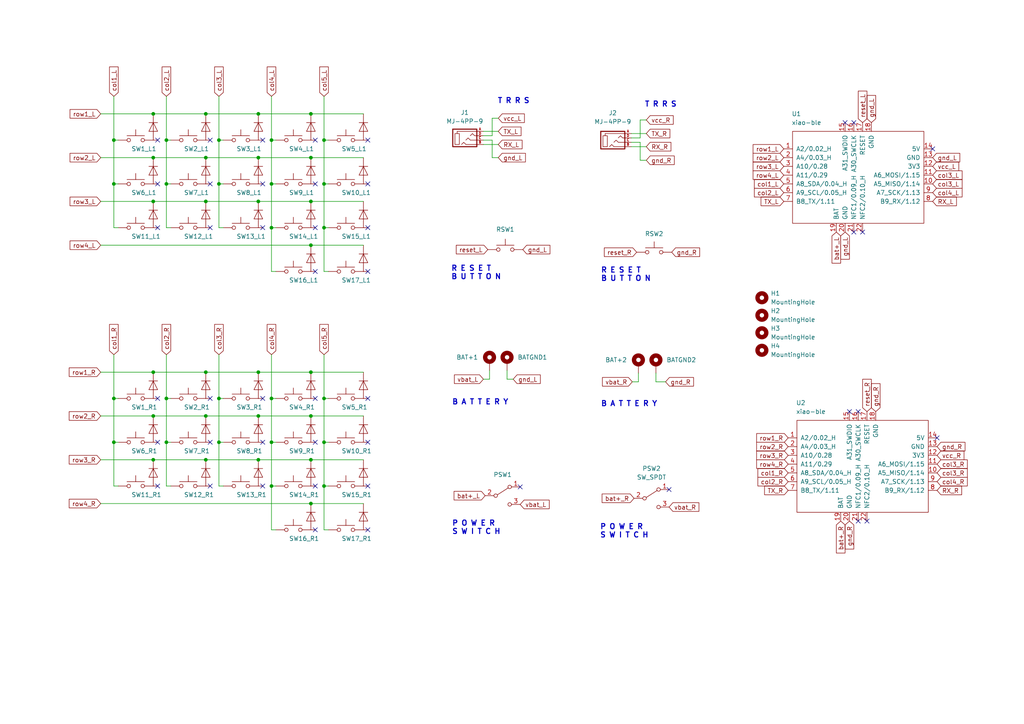
<source format=kicad_sch>
(kicad_sch (version 20211123) (generator eeschema)

  (uuid 3109debd-6996-4edb-a9b4-258933ab6df2)

  (paper "A4")

  (lib_symbols
    (symbol "Mechanical:MountingHole" (pin_names (offset 1.016)) (in_bom yes) (on_board yes)
      (property "Reference" "H" (id 0) (at 0 5.08 0)
        (effects (font (size 1.27 1.27)))
      )
      (property "Value" "MountingHole" (id 1) (at 0 3.175 0)
        (effects (font (size 1.27 1.27)))
      )
      (property "Footprint" "" (id 2) (at 0 0 0)
        (effects (font (size 1.27 1.27)) hide)
      )
      (property "Datasheet" "~" (id 3) (at 0 0 0)
        (effects (font (size 1.27 1.27)) hide)
      )
      (property "ki_keywords" "mounting hole" (id 4) (at 0 0 0)
        (effects (font (size 1.27 1.27)) hide)
      )
      (property "ki_description" "Mounting Hole without connection" (id 5) (at 0 0 0)
        (effects (font (size 1.27 1.27)) hide)
      )
      (property "ki_fp_filters" "MountingHole*" (id 6) (at 0 0 0)
        (effects (font (size 1.27 1.27)) hide)
      )
      (symbol "MountingHole_0_1"
        (circle (center 0 0) (radius 1.27)
          (stroke (width 1.27) (type default) (color 0 0 0 0))
          (fill (type none))
        )
      )
    )
    (symbol "Mechanical:MountingHole_Pad" (pin_numbers hide) (pin_names (offset 1.016) hide) (in_bom yes) (on_board yes)
      (property "Reference" "H" (id 0) (at 0 6.35 0)
        (effects (font (size 1.27 1.27)))
      )
      (property "Value" "MountingHole_Pad" (id 1) (at 0 4.445 0)
        (effects (font (size 1.27 1.27)))
      )
      (property "Footprint" "" (id 2) (at 0 0 0)
        (effects (font (size 1.27 1.27)) hide)
      )
      (property "Datasheet" "~" (id 3) (at 0 0 0)
        (effects (font (size 1.27 1.27)) hide)
      )
      (property "ki_keywords" "mounting hole" (id 4) (at 0 0 0)
        (effects (font (size 1.27 1.27)) hide)
      )
      (property "ki_description" "Mounting Hole with connection" (id 5) (at 0 0 0)
        (effects (font (size 1.27 1.27)) hide)
      )
      (property "ki_fp_filters" "MountingHole*Pad*" (id 6) (at 0 0 0)
        (effects (font (size 1.27 1.27)) hide)
      )
      (symbol "MountingHole_Pad_0_1"
        (circle (center 0 1.27) (radius 1.27)
          (stroke (width 1.27) (type default) (color 0 0 0 0))
          (fill (type none))
        )
      )
      (symbol "MountingHole_Pad_1_1"
        (pin input line (at 0 -2.54 90) (length 2.54)
          (name "1" (effects (font (size 1.27 1.27))))
          (number "1" (effects (font (size 1.27 1.27))))
        )
      )
    )
    (symbol "SW_Diode_Combined_1" (pin_numbers hide) (pin_names (offset 1.016) hide) (in_bom yes) (on_board yes)
      (property "Reference" "SW" (id 0) (at -2.54 6.35 0)
        (effects (font (size 1.27 1.27)) (justify left))
      )
      (property "Value" "SW_Diode_Combined_1" (id 1) (at 0 -1.524 0)
        (effects (font (size 1.27 1.27)) hide)
      )
      (property "Footprint" "" (id 2) (at 0 5.08 0)
        (effects (font (size 1.27 1.27)) hide)
      )
      (property "Datasheet" "~" (id 3) (at 0 5.08 0)
        (effects (font (size 1.27 1.27)) hide)
      )
      (property "ki_keywords" "switch normally-open pushbutton push-button" (id 4) (at 0 0 0)
        (effects (font (size 1.27 1.27)) hide)
      )
      (property "ki_description" "Push button switch, generic, two pins" (id 5) (at 0 0 0)
        (effects (font (size 1.27 1.27)) hide)
      )
      (symbol "SW_Diode_Combined_1_0_1"
        (circle (center -2.032 0) (radius 0.508)
          (stroke (width 0) (type default) (color 0 0 0 0))
          (fill (type none))
        )
        (polyline
          (pts
            (xy 0 1.27)
            (xy 0 3.048)
          )
          (stroke (width 0) (type default) (color 0 0 0 0))
          (fill (type none))
        )
        (polyline
          (pts
            (xy 2.54 1.27)
            (xy -2.54 1.27)
          )
          (stroke (width 0) (type default) (color 0 0 0 0))
          (fill (type none))
        )
        (polyline
          (pts
            (xy 3.81 5.08)
            (xy 6.35 5.08)
          )
          (stroke (width 0) (type default) (color 0 0 0 0))
          (fill (type none))
        )
        (polyline
          (pts
            (xy 5.08 0)
            (xy 2.54 0)
          )
          (stroke (width 0) (type default) (color 0 0 0 0))
          (fill (type none))
        )
        (polyline
          (pts
            (xy 5.08 2.54)
            (xy 5.08 5.08)
          )
          (stroke (width 0) (type default) (color 0 0 0 0))
          (fill (type none))
        )
        (polyline
          (pts
            (xy 5.08 0)
            (xy 5.08 2.54)
            (xy 3.81 2.54)
            (xy 5.08 5.08)
            (xy 6.35 2.54)
            (xy 5.08 2.54)
          )
          (stroke (width 0) (type default) (color 0 0 0 0))
          (fill (type none))
        )
        (circle (center 2.032 0) (radius 0.508)
          (stroke (width 0) (type default) (color 0 0 0 0))
          (fill (type none))
        )
        (pin passive line (at -5.08 0 0) (length 2.54)
          (name "1" (effects (font (size 1.27 1.27))))
          (number "1" (effects (font (size 1.27 1.27))))
        )
        (pin passive line (at 6.35 0 180) (length 1.27)
          (name "2" (effects (font (size 1.27 1.27))))
          (number "2" (effects (font (size 1.27 1.27))))
        )
        (pin passive line (at 5.08 7.62 270) (length 2.54)
          (name "3" (effects (font (size 1.27 1.27))))
          (number "3" (effects (font (size 1.27 1.27))))
        )
      )
    )
    (symbol "SW_Diode_Combined_10" (pin_numbers hide) (pin_names (offset 1.016) hide) (in_bom yes) (on_board yes)
      (property "Reference" "SW" (id 0) (at -2.54 6.35 0)
        (effects (font (size 1.27 1.27)) (justify left))
      )
      (property "Value" "SW_Diode_Combined_10" (id 1) (at 0 -1.524 0)
        (effects (font (size 1.27 1.27)) hide)
      )
      (property "Footprint" "" (id 2) (at 0 5.08 0)
        (effects (font (size 1.27 1.27)) hide)
      )
      (property "Datasheet" "~" (id 3) (at 0 5.08 0)
        (effects (font (size 1.27 1.27)) hide)
      )
      (property "ki_keywords" "switch normally-open pushbutton push-button" (id 4) (at 0 0 0)
        (effects (font (size 1.27 1.27)) hide)
      )
      (property "ki_description" "Push button switch, generic, two pins" (id 5) (at 0 0 0)
        (effects (font (size 1.27 1.27)) hide)
      )
      (symbol "SW_Diode_Combined_10_0_1"
        (circle (center -2.032 0) (radius 0.508)
          (stroke (width 0) (type default) (color 0 0 0 0))
          (fill (type none))
        )
        (polyline
          (pts
            (xy 0 1.27)
            (xy 0 3.048)
          )
          (stroke (width 0) (type default) (color 0 0 0 0))
          (fill (type none))
        )
        (polyline
          (pts
            (xy 2.54 1.27)
            (xy -2.54 1.27)
          )
          (stroke (width 0) (type default) (color 0 0 0 0))
          (fill (type none))
        )
        (polyline
          (pts
            (xy 3.81 5.08)
            (xy 6.35 5.08)
          )
          (stroke (width 0) (type default) (color 0 0 0 0))
          (fill (type none))
        )
        (polyline
          (pts
            (xy 5.08 0)
            (xy 2.54 0)
          )
          (stroke (width 0) (type default) (color 0 0 0 0))
          (fill (type none))
        )
        (polyline
          (pts
            (xy 5.08 2.54)
            (xy 5.08 5.08)
          )
          (stroke (width 0) (type default) (color 0 0 0 0))
          (fill (type none))
        )
        (polyline
          (pts
            (xy 5.08 0)
            (xy 5.08 2.54)
            (xy 3.81 2.54)
            (xy 5.08 5.08)
            (xy 6.35 2.54)
            (xy 5.08 2.54)
          )
          (stroke (width 0) (type default) (color 0 0 0 0))
          (fill (type none))
        )
        (circle (center 2.032 0) (radius 0.508)
          (stroke (width 0) (type default) (color 0 0 0 0))
          (fill (type none))
        )
        (pin passive line (at -5.08 0 0) (length 2.54)
          (name "1" (effects (font (size 1.27 1.27))))
          (number "1" (effects (font (size 1.27 1.27))))
        )
        (pin passive line (at 6.35 0 180) (length 1.27)
          (name "2" (effects (font (size 1.27 1.27))))
          (number "2" (effects (font (size 1.27 1.27))))
        )
        (pin passive line (at 5.08 7.62 270) (length 2.54)
          (name "3" (effects (font (size 1.27 1.27))))
          (number "3" (effects (font (size 1.27 1.27))))
        )
      )
    )
    (symbol "SW_Diode_Combined_11" (pin_numbers hide) (pin_names (offset 1.016) hide) (in_bom yes) (on_board yes)
      (property "Reference" "SW" (id 0) (at -2.54 6.35 0)
        (effects (font (size 1.27 1.27)) (justify left))
      )
      (property "Value" "SW_Diode_Combined_11" (id 1) (at 0 -1.524 0)
        (effects (font (size 1.27 1.27)) hide)
      )
      (property "Footprint" "" (id 2) (at 0 5.08 0)
        (effects (font (size 1.27 1.27)) hide)
      )
      (property "Datasheet" "~" (id 3) (at 0 5.08 0)
        (effects (font (size 1.27 1.27)) hide)
      )
      (property "ki_keywords" "switch normally-open pushbutton push-button" (id 4) (at 0 0 0)
        (effects (font (size 1.27 1.27)) hide)
      )
      (property "ki_description" "Push button switch, generic, two pins" (id 5) (at 0 0 0)
        (effects (font (size 1.27 1.27)) hide)
      )
      (symbol "SW_Diode_Combined_11_0_1"
        (circle (center -2.032 0) (radius 0.508)
          (stroke (width 0) (type default) (color 0 0 0 0))
          (fill (type none))
        )
        (polyline
          (pts
            (xy 0 1.27)
            (xy 0 3.048)
          )
          (stroke (width 0) (type default) (color 0 0 0 0))
          (fill (type none))
        )
        (polyline
          (pts
            (xy 2.54 1.27)
            (xy -2.54 1.27)
          )
          (stroke (width 0) (type default) (color 0 0 0 0))
          (fill (type none))
        )
        (polyline
          (pts
            (xy 3.81 5.08)
            (xy 6.35 5.08)
          )
          (stroke (width 0) (type default) (color 0 0 0 0))
          (fill (type none))
        )
        (polyline
          (pts
            (xy 5.08 0)
            (xy 2.54 0)
          )
          (stroke (width 0) (type default) (color 0 0 0 0))
          (fill (type none))
        )
        (polyline
          (pts
            (xy 5.08 2.54)
            (xy 5.08 5.08)
          )
          (stroke (width 0) (type default) (color 0 0 0 0))
          (fill (type none))
        )
        (polyline
          (pts
            (xy 5.08 0)
            (xy 5.08 2.54)
            (xy 3.81 2.54)
            (xy 5.08 5.08)
            (xy 6.35 2.54)
            (xy 5.08 2.54)
          )
          (stroke (width 0) (type default) (color 0 0 0 0))
          (fill (type none))
        )
        (circle (center 2.032 0) (radius 0.508)
          (stroke (width 0) (type default) (color 0 0 0 0))
          (fill (type none))
        )
        (pin passive line (at -5.08 0 0) (length 2.54)
          (name "1" (effects (font (size 1.27 1.27))))
          (number "1" (effects (font (size 1.27 1.27))))
        )
        (pin passive line (at 6.35 0 180) (length 1.27)
          (name "2" (effects (font (size 1.27 1.27))))
          (number "2" (effects (font (size 1.27 1.27))))
        )
        (pin passive line (at 5.08 7.62 270) (length 2.54)
          (name "3" (effects (font (size 1.27 1.27))))
          (number "3" (effects (font (size 1.27 1.27))))
        )
      )
    )
    (symbol "SW_Diode_Combined_12" (pin_numbers hide) (pin_names (offset 1.016) hide) (in_bom yes) (on_board yes)
      (property "Reference" "SW" (id 0) (at -2.54 6.35 0)
        (effects (font (size 1.27 1.27)) (justify left))
      )
      (property "Value" "SW_Diode_Combined_12" (id 1) (at 0 -1.524 0)
        (effects (font (size 1.27 1.27)) hide)
      )
      (property "Footprint" "" (id 2) (at 0 5.08 0)
        (effects (font (size 1.27 1.27)) hide)
      )
      (property "Datasheet" "~" (id 3) (at 0 5.08 0)
        (effects (font (size 1.27 1.27)) hide)
      )
      (property "ki_keywords" "switch normally-open pushbutton push-button" (id 4) (at 0 0 0)
        (effects (font (size 1.27 1.27)) hide)
      )
      (property "ki_description" "Push button switch, generic, two pins" (id 5) (at 0 0 0)
        (effects (font (size 1.27 1.27)) hide)
      )
      (symbol "SW_Diode_Combined_12_0_1"
        (circle (center -2.032 0) (radius 0.508)
          (stroke (width 0) (type default) (color 0 0 0 0))
          (fill (type none))
        )
        (polyline
          (pts
            (xy 0 1.27)
            (xy 0 3.048)
          )
          (stroke (width 0) (type default) (color 0 0 0 0))
          (fill (type none))
        )
        (polyline
          (pts
            (xy 2.54 1.27)
            (xy -2.54 1.27)
          )
          (stroke (width 0) (type default) (color 0 0 0 0))
          (fill (type none))
        )
        (polyline
          (pts
            (xy 3.81 5.08)
            (xy 6.35 5.08)
          )
          (stroke (width 0) (type default) (color 0 0 0 0))
          (fill (type none))
        )
        (polyline
          (pts
            (xy 5.08 0)
            (xy 2.54 0)
          )
          (stroke (width 0) (type default) (color 0 0 0 0))
          (fill (type none))
        )
        (polyline
          (pts
            (xy 5.08 2.54)
            (xy 5.08 5.08)
          )
          (stroke (width 0) (type default) (color 0 0 0 0))
          (fill (type none))
        )
        (polyline
          (pts
            (xy 5.08 0)
            (xy 5.08 2.54)
            (xy 3.81 2.54)
            (xy 5.08 5.08)
            (xy 6.35 2.54)
            (xy 5.08 2.54)
          )
          (stroke (width 0) (type default) (color 0 0 0 0))
          (fill (type none))
        )
        (circle (center 2.032 0) (radius 0.508)
          (stroke (width 0) (type default) (color 0 0 0 0))
          (fill (type none))
        )
        (pin passive line (at -5.08 0 0) (length 2.54)
          (name "1" (effects (font (size 1.27 1.27))))
          (number "1" (effects (font (size 1.27 1.27))))
        )
        (pin passive line (at 6.35 0 180) (length 1.27)
          (name "2" (effects (font (size 1.27 1.27))))
          (number "2" (effects (font (size 1.27 1.27))))
        )
        (pin passive line (at 5.08 7.62 270) (length 2.54)
          (name "3" (effects (font (size 1.27 1.27))))
          (number "3" (effects (font (size 1.27 1.27))))
        )
      )
    )
    (symbol "SW_Diode_Combined_13" (pin_numbers hide) (pin_names (offset 1.016) hide) (in_bom yes) (on_board yes)
      (property "Reference" "SW" (id 0) (at -2.54 6.35 0)
        (effects (font (size 1.27 1.27)) (justify left))
      )
      (property "Value" "SW_Diode_Combined_13" (id 1) (at 0 -1.524 0)
        (effects (font (size 1.27 1.27)) hide)
      )
      (property "Footprint" "" (id 2) (at 0 5.08 0)
        (effects (font (size 1.27 1.27)) hide)
      )
      (property "Datasheet" "~" (id 3) (at 0 5.08 0)
        (effects (font (size 1.27 1.27)) hide)
      )
      (property "ki_keywords" "switch normally-open pushbutton push-button" (id 4) (at 0 0 0)
        (effects (font (size 1.27 1.27)) hide)
      )
      (property "ki_description" "Push button switch, generic, two pins" (id 5) (at 0 0 0)
        (effects (font (size 1.27 1.27)) hide)
      )
      (symbol "SW_Diode_Combined_13_0_1"
        (circle (center -2.032 0) (radius 0.508)
          (stroke (width 0) (type default) (color 0 0 0 0))
          (fill (type none))
        )
        (polyline
          (pts
            (xy 0 1.27)
            (xy 0 3.048)
          )
          (stroke (width 0) (type default) (color 0 0 0 0))
          (fill (type none))
        )
        (polyline
          (pts
            (xy 2.54 1.27)
            (xy -2.54 1.27)
          )
          (stroke (width 0) (type default) (color 0 0 0 0))
          (fill (type none))
        )
        (polyline
          (pts
            (xy 3.81 5.08)
            (xy 6.35 5.08)
          )
          (stroke (width 0) (type default) (color 0 0 0 0))
          (fill (type none))
        )
        (polyline
          (pts
            (xy 5.08 0)
            (xy 2.54 0)
          )
          (stroke (width 0) (type default) (color 0 0 0 0))
          (fill (type none))
        )
        (polyline
          (pts
            (xy 5.08 2.54)
            (xy 5.08 5.08)
          )
          (stroke (width 0) (type default) (color 0 0 0 0))
          (fill (type none))
        )
        (polyline
          (pts
            (xy 5.08 0)
            (xy 5.08 2.54)
            (xy 3.81 2.54)
            (xy 5.08 5.08)
            (xy 6.35 2.54)
            (xy 5.08 2.54)
          )
          (stroke (width 0) (type default) (color 0 0 0 0))
          (fill (type none))
        )
        (circle (center 2.032 0) (radius 0.508)
          (stroke (width 0) (type default) (color 0 0 0 0))
          (fill (type none))
        )
        (pin passive line (at -5.08 0 0) (length 2.54)
          (name "1" (effects (font (size 1.27 1.27))))
          (number "1" (effects (font (size 1.27 1.27))))
        )
        (pin passive line (at 6.35 0 180) (length 1.27)
          (name "2" (effects (font (size 1.27 1.27))))
          (number "2" (effects (font (size 1.27 1.27))))
        )
        (pin passive line (at 5.08 7.62 270) (length 2.54)
          (name "3" (effects (font (size 1.27 1.27))))
          (number "3" (effects (font (size 1.27 1.27))))
        )
      )
    )
    (symbol "SW_Diode_Combined_14" (pin_numbers hide) (pin_names (offset 1.016) hide) (in_bom yes) (on_board yes)
      (property "Reference" "SW" (id 0) (at -2.54 6.35 0)
        (effects (font (size 1.27 1.27)) (justify left))
      )
      (property "Value" "SW_Diode_Combined_14" (id 1) (at 0 -1.524 0)
        (effects (font (size 1.27 1.27)) hide)
      )
      (property "Footprint" "" (id 2) (at 0 5.08 0)
        (effects (font (size 1.27 1.27)) hide)
      )
      (property "Datasheet" "~" (id 3) (at 0 5.08 0)
        (effects (font (size 1.27 1.27)) hide)
      )
      (property "ki_keywords" "switch normally-open pushbutton push-button" (id 4) (at 0 0 0)
        (effects (font (size 1.27 1.27)) hide)
      )
      (property "ki_description" "Push button switch, generic, two pins" (id 5) (at 0 0 0)
        (effects (font (size 1.27 1.27)) hide)
      )
      (symbol "SW_Diode_Combined_14_0_1"
        (circle (center -2.032 0) (radius 0.508)
          (stroke (width 0) (type default) (color 0 0 0 0))
          (fill (type none))
        )
        (polyline
          (pts
            (xy 0 1.27)
            (xy 0 3.048)
          )
          (stroke (width 0) (type default) (color 0 0 0 0))
          (fill (type none))
        )
        (polyline
          (pts
            (xy 2.54 1.27)
            (xy -2.54 1.27)
          )
          (stroke (width 0) (type default) (color 0 0 0 0))
          (fill (type none))
        )
        (polyline
          (pts
            (xy 3.81 5.08)
            (xy 6.35 5.08)
          )
          (stroke (width 0) (type default) (color 0 0 0 0))
          (fill (type none))
        )
        (polyline
          (pts
            (xy 5.08 0)
            (xy 2.54 0)
          )
          (stroke (width 0) (type default) (color 0 0 0 0))
          (fill (type none))
        )
        (polyline
          (pts
            (xy 5.08 2.54)
            (xy 5.08 5.08)
          )
          (stroke (width 0) (type default) (color 0 0 0 0))
          (fill (type none))
        )
        (polyline
          (pts
            (xy 5.08 0)
            (xy 5.08 2.54)
            (xy 3.81 2.54)
            (xy 5.08 5.08)
            (xy 6.35 2.54)
            (xy 5.08 2.54)
          )
          (stroke (width 0) (type default) (color 0 0 0 0))
          (fill (type none))
        )
        (circle (center 2.032 0) (radius 0.508)
          (stroke (width 0) (type default) (color 0 0 0 0))
          (fill (type none))
        )
        (pin passive line (at -5.08 0 0) (length 2.54)
          (name "1" (effects (font (size 1.27 1.27))))
          (number "1" (effects (font (size 1.27 1.27))))
        )
        (pin passive line (at 6.35 0 180) (length 1.27)
          (name "2" (effects (font (size 1.27 1.27))))
          (number "2" (effects (font (size 1.27 1.27))))
        )
        (pin passive line (at 5.08 7.62 270) (length 2.54)
          (name "3" (effects (font (size 1.27 1.27))))
          (number "3" (effects (font (size 1.27 1.27))))
        )
      )
    )
    (symbol "SW_Diode_Combined_15" (pin_numbers hide) (pin_names (offset 1.016) hide) (in_bom yes) (on_board yes)
      (property "Reference" "SW" (id 0) (at -2.54 6.35 0)
        (effects (font (size 1.27 1.27)) (justify left))
      )
      (property "Value" "SW_Diode_Combined_15" (id 1) (at 0 -1.524 0)
        (effects (font (size 1.27 1.27)) hide)
      )
      (property "Footprint" "" (id 2) (at 0 5.08 0)
        (effects (font (size 1.27 1.27)) hide)
      )
      (property "Datasheet" "~" (id 3) (at 0 5.08 0)
        (effects (font (size 1.27 1.27)) hide)
      )
      (property "ki_keywords" "switch normally-open pushbutton push-button" (id 4) (at 0 0 0)
        (effects (font (size 1.27 1.27)) hide)
      )
      (property "ki_description" "Push button switch, generic, two pins" (id 5) (at 0 0 0)
        (effects (font (size 1.27 1.27)) hide)
      )
      (symbol "SW_Diode_Combined_15_0_1"
        (circle (center -2.032 0) (radius 0.508)
          (stroke (width 0) (type default) (color 0 0 0 0))
          (fill (type none))
        )
        (polyline
          (pts
            (xy 0 1.27)
            (xy 0 3.048)
          )
          (stroke (width 0) (type default) (color 0 0 0 0))
          (fill (type none))
        )
        (polyline
          (pts
            (xy 2.54 1.27)
            (xy -2.54 1.27)
          )
          (stroke (width 0) (type default) (color 0 0 0 0))
          (fill (type none))
        )
        (polyline
          (pts
            (xy 3.81 5.08)
            (xy 6.35 5.08)
          )
          (stroke (width 0) (type default) (color 0 0 0 0))
          (fill (type none))
        )
        (polyline
          (pts
            (xy 5.08 0)
            (xy 2.54 0)
          )
          (stroke (width 0) (type default) (color 0 0 0 0))
          (fill (type none))
        )
        (polyline
          (pts
            (xy 5.08 2.54)
            (xy 5.08 5.08)
          )
          (stroke (width 0) (type default) (color 0 0 0 0))
          (fill (type none))
        )
        (polyline
          (pts
            (xy 5.08 0)
            (xy 5.08 2.54)
            (xy 3.81 2.54)
            (xy 5.08 5.08)
            (xy 6.35 2.54)
            (xy 5.08 2.54)
          )
          (stroke (width 0) (type default) (color 0 0 0 0))
          (fill (type none))
        )
        (circle (center 2.032 0) (radius 0.508)
          (stroke (width 0) (type default) (color 0 0 0 0))
          (fill (type none))
        )
        (pin passive line (at -5.08 0 0) (length 2.54)
          (name "1" (effects (font (size 1.27 1.27))))
          (number "1" (effects (font (size 1.27 1.27))))
        )
        (pin passive line (at 6.35 0 180) (length 1.27)
          (name "2" (effects (font (size 1.27 1.27))))
          (number "2" (effects (font (size 1.27 1.27))))
        )
        (pin passive line (at 5.08 7.62 270) (length 2.54)
          (name "3" (effects (font (size 1.27 1.27))))
          (number "3" (effects (font (size 1.27 1.27))))
        )
      )
    )
    (symbol "SW_Diode_Combined_16" (pin_numbers hide) (pin_names (offset 1.016) hide) (in_bom yes) (on_board yes)
      (property "Reference" "SW" (id 0) (at -2.54 6.35 0)
        (effects (font (size 1.27 1.27)) (justify left))
      )
      (property "Value" "SW_Diode_Combined_16" (id 1) (at 0 -1.524 0)
        (effects (font (size 1.27 1.27)) hide)
      )
      (property "Footprint" "" (id 2) (at 0 5.08 0)
        (effects (font (size 1.27 1.27)) hide)
      )
      (property "Datasheet" "~" (id 3) (at 0 5.08 0)
        (effects (font (size 1.27 1.27)) hide)
      )
      (property "ki_keywords" "switch normally-open pushbutton push-button" (id 4) (at 0 0 0)
        (effects (font (size 1.27 1.27)) hide)
      )
      (property "ki_description" "Push button switch, generic, two pins" (id 5) (at 0 0 0)
        (effects (font (size 1.27 1.27)) hide)
      )
      (symbol "SW_Diode_Combined_16_0_1"
        (circle (center -2.032 0) (radius 0.508)
          (stroke (width 0) (type default) (color 0 0 0 0))
          (fill (type none))
        )
        (polyline
          (pts
            (xy 0 1.27)
            (xy 0 3.048)
          )
          (stroke (width 0) (type default) (color 0 0 0 0))
          (fill (type none))
        )
        (polyline
          (pts
            (xy 2.54 1.27)
            (xy -2.54 1.27)
          )
          (stroke (width 0) (type default) (color 0 0 0 0))
          (fill (type none))
        )
        (polyline
          (pts
            (xy 3.81 5.08)
            (xy 6.35 5.08)
          )
          (stroke (width 0) (type default) (color 0 0 0 0))
          (fill (type none))
        )
        (polyline
          (pts
            (xy 5.08 0)
            (xy 2.54 0)
          )
          (stroke (width 0) (type default) (color 0 0 0 0))
          (fill (type none))
        )
        (polyline
          (pts
            (xy 5.08 2.54)
            (xy 5.08 5.08)
          )
          (stroke (width 0) (type default) (color 0 0 0 0))
          (fill (type none))
        )
        (polyline
          (pts
            (xy 5.08 0)
            (xy 5.08 2.54)
            (xy 3.81 2.54)
            (xy 5.08 5.08)
            (xy 6.35 2.54)
            (xy 5.08 2.54)
          )
          (stroke (width 0) (type default) (color 0 0 0 0))
          (fill (type none))
        )
        (circle (center 2.032 0) (radius 0.508)
          (stroke (width 0) (type default) (color 0 0 0 0))
          (fill (type none))
        )
        (pin passive line (at -5.08 0 0) (length 2.54)
          (name "1" (effects (font (size 1.27 1.27))))
          (number "1" (effects (font (size 1.27 1.27))))
        )
        (pin passive line (at 6.35 0 180) (length 1.27)
          (name "2" (effects (font (size 1.27 1.27))))
          (number "2" (effects (font (size 1.27 1.27))))
        )
        (pin passive line (at 5.08 7.62 270) (length 2.54)
          (name "3" (effects (font (size 1.27 1.27))))
          (number "3" (effects (font (size 1.27 1.27))))
        )
      )
    )
    (symbol "SW_Diode_Combined_2" (pin_numbers hide) (pin_names (offset 1.016) hide) (in_bom yes) (on_board yes)
      (property "Reference" "SW" (id 0) (at -2.54 6.35 0)
        (effects (font (size 1.27 1.27)) (justify left))
      )
      (property "Value" "SW_Diode_Combined_2" (id 1) (at 0 -1.524 0)
        (effects (font (size 1.27 1.27)) hide)
      )
      (property "Footprint" "" (id 2) (at 0 5.08 0)
        (effects (font (size 1.27 1.27)) hide)
      )
      (property "Datasheet" "~" (id 3) (at 0 5.08 0)
        (effects (font (size 1.27 1.27)) hide)
      )
      (property "ki_keywords" "switch normally-open pushbutton push-button" (id 4) (at 0 0 0)
        (effects (font (size 1.27 1.27)) hide)
      )
      (property "ki_description" "Push button switch, generic, two pins" (id 5) (at 0 0 0)
        (effects (font (size 1.27 1.27)) hide)
      )
      (symbol "SW_Diode_Combined_2_0_1"
        (circle (center -2.032 0) (radius 0.508)
          (stroke (width 0) (type default) (color 0 0 0 0))
          (fill (type none))
        )
        (polyline
          (pts
            (xy 0 1.27)
            (xy 0 3.048)
          )
          (stroke (width 0) (type default) (color 0 0 0 0))
          (fill (type none))
        )
        (polyline
          (pts
            (xy 2.54 1.27)
            (xy -2.54 1.27)
          )
          (stroke (width 0) (type default) (color 0 0 0 0))
          (fill (type none))
        )
        (polyline
          (pts
            (xy 3.81 5.08)
            (xy 6.35 5.08)
          )
          (stroke (width 0) (type default) (color 0 0 0 0))
          (fill (type none))
        )
        (polyline
          (pts
            (xy 5.08 0)
            (xy 2.54 0)
          )
          (stroke (width 0) (type default) (color 0 0 0 0))
          (fill (type none))
        )
        (polyline
          (pts
            (xy 5.08 2.54)
            (xy 5.08 5.08)
          )
          (stroke (width 0) (type default) (color 0 0 0 0))
          (fill (type none))
        )
        (polyline
          (pts
            (xy 5.08 0)
            (xy 5.08 2.54)
            (xy 3.81 2.54)
            (xy 5.08 5.08)
            (xy 6.35 2.54)
            (xy 5.08 2.54)
          )
          (stroke (width 0) (type default) (color 0 0 0 0))
          (fill (type none))
        )
        (circle (center 2.032 0) (radius 0.508)
          (stroke (width 0) (type default) (color 0 0 0 0))
          (fill (type none))
        )
        (pin passive line (at -5.08 0 0) (length 2.54)
          (name "1" (effects (font (size 1.27 1.27))))
          (number "1" (effects (font (size 1.27 1.27))))
        )
        (pin passive line (at 6.35 0 180) (length 1.27)
          (name "2" (effects (font (size 1.27 1.27))))
          (number "2" (effects (font (size 1.27 1.27))))
        )
        (pin passive line (at 5.08 7.62 270) (length 2.54)
          (name "3" (effects (font (size 1.27 1.27))))
          (number "3" (effects (font (size 1.27 1.27))))
        )
      )
    )
    (symbol "SW_Diode_Combined_3" (pin_numbers hide) (pin_names (offset 1.016) hide) (in_bom yes) (on_board yes)
      (property "Reference" "SW" (id 0) (at -2.54 6.35 0)
        (effects (font (size 1.27 1.27)) (justify left))
      )
      (property "Value" "SW_Diode_Combined_3" (id 1) (at 0 -1.524 0)
        (effects (font (size 1.27 1.27)) hide)
      )
      (property "Footprint" "" (id 2) (at 0 5.08 0)
        (effects (font (size 1.27 1.27)) hide)
      )
      (property "Datasheet" "~" (id 3) (at 0 5.08 0)
        (effects (font (size 1.27 1.27)) hide)
      )
      (property "ki_keywords" "switch normally-open pushbutton push-button" (id 4) (at 0 0 0)
        (effects (font (size 1.27 1.27)) hide)
      )
      (property "ki_description" "Push button switch, generic, two pins" (id 5) (at 0 0 0)
        (effects (font (size 1.27 1.27)) hide)
      )
      (symbol "SW_Diode_Combined_3_0_1"
        (circle (center -2.032 0) (radius 0.508)
          (stroke (width 0) (type default) (color 0 0 0 0))
          (fill (type none))
        )
        (polyline
          (pts
            (xy 0 1.27)
            (xy 0 3.048)
          )
          (stroke (width 0) (type default) (color 0 0 0 0))
          (fill (type none))
        )
        (polyline
          (pts
            (xy 2.54 1.27)
            (xy -2.54 1.27)
          )
          (stroke (width 0) (type default) (color 0 0 0 0))
          (fill (type none))
        )
        (polyline
          (pts
            (xy 3.81 5.08)
            (xy 6.35 5.08)
          )
          (stroke (width 0) (type default) (color 0 0 0 0))
          (fill (type none))
        )
        (polyline
          (pts
            (xy 5.08 0)
            (xy 2.54 0)
          )
          (stroke (width 0) (type default) (color 0 0 0 0))
          (fill (type none))
        )
        (polyline
          (pts
            (xy 5.08 2.54)
            (xy 5.08 5.08)
          )
          (stroke (width 0) (type default) (color 0 0 0 0))
          (fill (type none))
        )
        (polyline
          (pts
            (xy 5.08 0)
            (xy 5.08 2.54)
            (xy 3.81 2.54)
            (xy 5.08 5.08)
            (xy 6.35 2.54)
            (xy 5.08 2.54)
          )
          (stroke (width 0) (type default) (color 0 0 0 0))
          (fill (type none))
        )
        (circle (center 2.032 0) (radius 0.508)
          (stroke (width 0) (type default) (color 0 0 0 0))
          (fill (type none))
        )
        (pin passive line (at -5.08 0 0) (length 2.54)
          (name "1" (effects (font (size 1.27 1.27))))
          (number "1" (effects (font (size 1.27 1.27))))
        )
        (pin passive line (at 6.35 0 180) (length 1.27)
          (name "2" (effects (font (size 1.27 1.27))))
          (number "2" (effects (font (size 1.27 1.27))))
        )
        (pin passive line (at 5.08 7.62 270) (length 2.54)
          (name "3" (effects (font (size 1.27 1.27))))
          (number "3" (effects (font (size 1.27 1.27))))
        )
      )
    )
    (symbol "SW_Diode_Combined_4" (pin_numbers hide) (pin_names (offset 1.016) hide) (in_bom yes) (on_board yes)
      (property "Reference" "SW" (id 0) (at -2.54 6.35 0)
        (effects (font (size 1.27 1.27)) (justify left))
      )
      (property "Value" "SW_Diode_Combined_4" (id 1) (at 0 -1.524 0)
        (effects (font (size 1.27 1.27)) hide)
      )
      (property "Footprint" "" (id 2) (at 0 5.08 0)
        (effects (font (size 1.27 1.27)) hide)
      )
      (property "Datasheet" "~" (id 3) (at 0 5.08 0)
        (effects (font (size 1.27 1.27)) hide)
      )
      (property "ki_keywords" "switch normally-open pushbutton push-button" (id 4) (at 0 0 0)
        (effects (font (size 1.27 1.27)) hide)
      )
      (property "ki_description" "Push button switch, generic, two pins" (id 5) (at 0 0 0)
        (effects (font (size 1.27 1.27)) hide)
      )
      (symbol "SW_Diode_Combined_4_0_1"
        (circle (center -2.032 0) (radius 0.508)
          (stroke (width 0) (type default) (color 0 0 0 0))
          (fill (type none))
        )
        (polyline
          (pts
            (xy 0 1.27)
            (xy 0 3.048)
          )
          (stroke (width 0) (type default) (color 0 0 0 0))
          (fill (type none))
        )
        (polyline
          (pts
            (xy 2.54 1.27)
            (xy -2.54 1.27)
          )
          (stroke (width 0) (type default) (color 0 0 0 0))
          (fill (type none))
        )
        (polyline
          (pts
            (xy 3.81 5.08)
            (xy 6.35 5.08)
          )
          (stroke (width 0) (type default) (color 0 0 0 0))
          (fill (type none))
        )
        (polyline
          (pts
            (xy 5.08 0)
            (xy 2.54 0)
          )
          (stroke (width 0) (type default) (color 0 0 0 0))
          (fill (type none))
        )
        (polyline
          (pts
            (xy 5.08 2.54)
            (xy 5.08 5.08)
          )
          (stroke (width 0) (type default) (color 0 0 0 0))
          (fill (type none))
        )
        (polyline
          (pts
            (xy 5.08 0)
            (xy 5.08 2.54)
            (xy 3.81 2.54)
            (xy 5.08 5.08)
            (xy 6.35 2.54)
            (xy 5.08 2.54)
          )
          (stroke (width 0) (type default) (color 0 0 0 0))
          (fill (type none))
        )
        (circle (center 2.032 0) (radius 0.508)
          (stroke (width 0) (type default) (color 0 0 0 0))
          (fill (type none))
        )
        (pin passive line (at -5.08 0 0) (length 2.54)
          (name "1" (effects (font (size 1.27 1.27))))
          (number "1" (effects (font (size 1.27 1.27))))
        )
        (pin passive line (at 6.35 0 180) (length 1.27)
          (name "2" (effects (font (size 1.27 1.27))))
          (number "2" (effects (font (size 1.27 1.27))))
        )
        (pin passive line (at 5.08 7.62 270) (length 2.54)
          (name "3" (effects (font (size 1.27 1.27))))
          (number "3" (effects (font (size 1.27 1.27))))
        )
      )
    )
    (symbol "SW_Diode_Combined_5" (pin_numbers hide) (pin_names (offset 1.016) hide) (in_bom yes) (on_board yes)
      (property "Reference" "SW" (id 0) (at -2.54 6.35 0)
        (effects (font (size 1.27 1.27)) (justify left))
      )
      (property "Value" "SW_Diode_Combined_5" (id 1) (at 0 -1.524 0)
        (effects (font (size 1.27 1.27)) hide)
      )
      (property "Footprint" "" (id 2) (at 0 5.08 0)
        (effects (font (size 1.27 1.27)) hide)
      )
      (property "Datasheet" "~" (id 3) (at 0 5.08 0)
        (effects (font (size 1.27 1.27)) hide)
      )
      (property "ki_keywords" "switch normally-open pushbutton push-button" (id 4) (at 0 0 0)
        (effects (font (size 1.27 1.27)) hide)
      )
      (property "ki_description" "Push button switch, generic, two pins" (id 5) (at 0 0 0)
        (effects (font (size 1.27 1.27)) hide)
      )
      (symbol "SW_Diode_Combined_5_0_1"
        (circle (center -2.032 0) (radius 0.508)
          (stroke (width 0) (type default) (color 0 0 0 0))
          (fill (type none))
        )
        (polyline
          (pts
            (xy 0 1.27)
            (xy 0 3.048)
          )
          (stroke (width 0) (type default) (color 0 0 0 0))
          (fill (type none))
        )
        (polyline
          (pts
            (xy 2.54 1.27)
            (xy -2.54 1.27)
          )
          (stroke (width 0) (type default) (color 0 0 0 0))
          (fill (type none))
        )
        (polyline
          (pts
            (xy 3.81 5.08)
            (xy 6.35 5.08)
          )
          (stroke (width 0) (type default) (color 0 0 0 0))
          (fill (type none))
        )
        (polyline
          (pts
            (xy 5.08 0)
            (xy 2.54 0)
          )
          (stroke (width 0) (type default) (color 0 0 0 0))
          (fill (type none))
        )
        (polyline
          (pts
            (xy 5.08 2.54)
            (xy 5.08 5.08)
          )
          (stroke (width 0) (type default) (color 0 0 0 0))
          (fill (type none))
        )
        (polyline
          (pts
            (xy 5.08 0)
            (xy 5.08 2.54)
            (xy 3.81 2.54)
            (xy 5.08 5.08)
            (xy 6.35 2.54)
            (xy 5.08 2.54)
          )
          (stroke (width 0) (type default) (color 0 0 0 0))
          (fill (type none))
        )
        (circle (center 2.032 0) (radius 0.508)
          (stroke (width 0) (type default) (color 0 0 0 0))
          (fill (type none))
        )
        (pin passive line (at -5.08 0 0) (length 2.54)
          (name "1" (effects (font (size 1.27 1.27))))
          (number "1" (effects (font (size 1.27 1.27))))
        )
        (pin passive line (at 6.35 0 180) (length 1.27)
          (name "2" (effects (font (size 1.27 1.27))))
          (number "2" (effects (font (size 1.27 1.27))))
        )
        (pin passive line (at 5.08 7.62 270) (length 2.54)
          (name "3" (effects (font (size 1.27 1.27))))
          (number "3" (effects (font (size 1.27 1.27))))
        )
      )
    )
    (symbol "SW_Diode_Combined_6" (pin_numbers hide) (pin_names (offset 1.016) hide) (in_bom yes) (on_board yes)
      (property "Reference" "SW" (id 0) (at -2.54 6.35 0)
        (effects (font (size 1.27 1.27)) (justify left))
      )
      (property "Value" "SW_Diode_Combined_6" (id 1) (at 0 -1.524 0)
        (effects (font (size 1.27 1.27)) hide)
      )
      (property "Footprint" "" (id 2) (at 0 5.08 0)
        (effects (font (size 1.27 1.27)) hide)
      )
      (property "Datasheet" "~" (id 3) (at 0 5.08 0)
        (effects (font (size 1.27 1.27)) hide)
      )
      (property "ki_keywords" "switch normally-open pushbutton push-button" (id 4) (at 0 0 0)
        (effects (font (size 1.27 1.27)) hide)
      )
      (property "ki_description" "Push button switch, generic, two pins" (id 5) (at 0 0 0)
        (effects (font (size 1.27 1.27)) hide)
      )
      (symbol "SW_Diode_Combined_6_0_1"
        (circle (center -2.032 0) (radius 0.508)
          (stroke (width 0) (type default) (color 0 0 0 0))
          (fill (type none))
        )
        (polyline
          (pts
            (xy 0 1.27)
            (xy 0 3.048)
          )
          (stroke (width 0) (type default) (color 0 0 0 0))
          (fill (type none))
        )
        (polyline
          (pts
            (xy 2.54 1.27)
            (xy -2.54 1.27)
          )
          (stroke (width 0) (type default) (color 0 0 0 0))
          (fill (type none))
        )
        (polyline
          (pts
            (xy 3.81 5.08)
            (xy 6.35 5.08)
          )
          (stroke (width 0) (type default) (color 0 0 0 0))
          (fill (type none))
        )
        (polyline
          (pts
            (xy 5.08 0)
            (xy 2.54 0)
          )
          (stroke (width 0) (type default) (color 0 0 0 0))
          (fill (type none))
        )
        (polyline
          (pts
            (xy 5.08 2.54)
            (xy 5.08 5.08)
          )
          (stroke (width 0) (type default) (color 0 0 0 0))
          (fill (type none))
        )
        (polyline
          (pts
            (xy 5.08 0)
            (xy 5.08 2.54)
            (xy 3.81 2.54)
            (xy 5.08 5.08)
            (xy 6.35 2.54)
            (xy 5.08 2.54)
          )
          (stroke (width 0) (type default) (color 0 0 0 0))
          (fill (type none))
        )
        (circle (center 2.032 0) (radius 0.508)
          (stroke (width 0) (type default) (color 0 0 0 0))
          (fill (type none))
        )
        (pin passive line (at -5.08 0 0) (length 2.54)
          (name "1" (effects (font (size 1.27 1.27))))
          (number "1" (effects (font (size 1.27 1.27))))
        )
        (pin passive line (at 6.35 0 180) (length 1.27)
          (name "2" (effects (font (size 1.27 1.27))))
          (number "2" (effects (font (size 1.27 1.27))))
        )
        (pin passive line (at 5.08 7.62 270) (length 2.54)
          (name "3" (effects (font (size 1.27 1.27))))
          (number "3" (effects (font (size 1.27 1.27))))
        )
      )
    )
    (symbol "SW_Diode_Combined_7" (pin_numbers hide) (pin_names (offset 1.016) hide) (in_bom yes) (on_board yes)
      (property "Reference" "SW" (id 0) (at -2.54 6.35 0)
        (effects (font (size 1.27 1.27)) (justify left))
      )
      (property "Value" "SW_Diode_Combined_7" (id 1) (at 0 -1.524 0)
        (effects (font (size 1.27 1.27)) hide)
      )
      (property "Footprint" "" (id 2) (at 0 5.08 0)
        (effects (font (size 1.27 1.27)) hide)
      )
      (property "Datasheet" "~" (id 3) (at 0 5.08 0)
        (effects (font (size 1.27 1.27)) hide)
      )
      (property "ki_keywords" "switch normally-open pushbutton push-button" (id 4) (at 0 0 0)
        (effects (font (size 1.27 1.27)) hide)
      )
      (property "ki_description" "Push button switch, generic, two pins" (id 5) (at 0 0 0)
        (effects (font (size 1.27 1.27)) hide)
      )
      (symbol "SW_Diode_Combined_7_0_1"
        (circle (center -2.032 0) (radius 0.508)
          (stroke (width 0) (type default) (color 0 0 0 0))
          (fill (type none))
        )
        (polyline
          (pts
            (xy 0 1.27)
            (xy 0 3.048)
          )
          (stroke (width 0) (type default) (color 0 0 0 0))
          (fill (type none))
        )
        (polyline
          (pts
            (xy 2.54 1.27)
            (xy -2.54 1.27)
          )
          (stroke (width 0) (type default) (color 0 0 0 0))
          (fill (type none))
        )
        (polyline
          (pts
            (xy 3.81 5.08)
            (xy 6.35 5.08)
          )
          (stroke (width 0) (type default) (color 0 0 0 0))
          (fill (type none))
        )
        (polyline
          (pts
            (xy 5.08 0)
            (xy 2.54 0)
          )
          (stroke (width 0) (type default) (color 0 0 0 0))
          (fill (type none))
        )
        (polyline
          (pts
            (xy 5.08 2.54)
            (xy 5.08 5.08)
          )
          (stroke (width 0) (type default) (color 0 0 0 0))
          (fill (type none))
        )
        (polyline
          (pts
            (xy 5.08 0)
            (xy 5.08 2.54)
            (xy 3.81 2.54)
            (xy 5.08 5.08)
            (xy 6.35 2.54)
            (xy 5.08 2.54)
          )
          (stroke (width 0) (type default) (color 0 0 0 0))
          (fill (type none))
        )
        (circle (center 2.032 0) (radius 0.508)
          (stroke (width 0) (type default) (color 0 0 0 0))
          (fill (type none))
        )
        (pin passive line (at -5.08 0 0) (length 2.54)
          (name "1" (effects (font (size 1.27 1.27))))
          (number "1" (effects (font (size 1.27 1.27))))
        )
        (pin passive line (at 6.35 0 180) (length 1.27)
          (name "2" (effects (font (size 1.27 1.27))))
          (number "2" (effects (font (size 1.27 1.27))))
        )
        (pin passive line (at 5.08 7.62 270) (length 2.54)
          (name "3" (effects (font (size 1.27 1.27))))
          (number "3" (effects (font (size 1.27 1.27))))
        )
      )
    )
    (symbol "SW_Diode_Combined_8" (pin_numbers hide) (pin_names (offset 1.016) hide) (in_bom yes) (on_board yes)
      (property "Reference" "SW" (id 0) (at -2.54 6.35 0)
        (effects (font (size 1.27 1.27)) (justify left))
      )
      (property "Value" "SW_Diode_Combined_8" (id 1) (at 0 -1.524 0)
        (effects (font (size 1.27 1.27)) hide)
      )
      (property "Footprint" "" (id 2) (at 0 5.08 0)
        (effects (font (size 1.27 1.27)) hide)
      )
      (property "Datasheet" "~" (id 3) (at 0 5.08 0)
        (effects (font (size 1.27 1.27)) hide)
      )
      (property "ki_keywords" "switch normally-open pushbutton push-button" (id 4) (at 0 0 0)
        (effects (font (size 1.27 1.27)) hide)
      )
      (property "ki_description" "Push button switch, generic, two pins" (id 5) (at 0 0 0)
        (effects (font (size 1.27 1.27)) hide)
      )
      (symbol "SW_Diode_Combined_8_0_1"
        (circle (center -2.032 0) (radius 0.508)
          (stroke (width 0) (type default) (color 0 0 0 0))
          (fill (type none))
        )
        (polyline
          (pts
            (xy 0 1.27)
            (xy 0 3.048)
          )
          (stroke (width 0) (type default) (color 0 0 0 0))
          (fill (type none))
        )
        (polyline
          (pts
            (xy 2.54 1.27)
            (xy -2.54 1.27)
          )
          (stroke (width 0) (type default) (color 0 0 0 0))
          (fill (type none))
        )
        (polyline
          (pts
            (xy 3.81 5.08)
            (xy 6.35 5.08)
          )
          (stroke (width 0) (type default) (color 0 0 0 0))
          (fill (type none))
        )
        (polyline
          (pts
            (xy 5.08 0)
            (xy 2.54 0)
          )
          (stroke (width 0) (type default) (color 0 0 0 0))
          (fill (type none))
        )
        (polyline
          (pts
            (xy 5.08 2.54)
            (xy 5.08 5.08)
          )
          (stroke (width 0) (type default) (color 0 0 0 0))
          (fill (type none))
        )
        (polyline
          (pts
            (xy 5.08 0)
            (xy 5.08 2.54)
            (xy 3.81 2.54)
            (xy 5.08 5.08)
            (xy 6.35 2.54)
            (xy 5.08 2.54)
          )
          (stroke (width 0) (type default) (color 0 0 0 0))
          (fill (type none))
        )
        (circle (center 2.032 0) (radius 0.508)
          (stroke (width 0) (type default) (color 0 0 0 0))
          (fill (type none))
        )
        (pin passive line (at -5.08 0 0) (length 2.54)
          (name "1" (effects (font (size 1.27 1.27))))
          (number "1" (effects (font (size 1.27 1.27))))
        )
        (pin passive line (at 6.35 0 180) (length 1.27)
          (name "2" (effects (font (size 1.27 1.27))))
          (number "2" (effects (font (size 1.27 1.27))))
        )
        (pin passive line (at 5.08 7.62 270) (length 2.54)
          (name "3" (effects (font (size 1.27 1.27))))
          (number "3" (effects (font (size 1.27 1.27))))
        )
      )
    )
    (symbol "SW_Diode_Combined_9" (pin_numbers hide) (pin_names (offset 1.016) hide) (in_bom yes) (on_board yes)
      (property "Reference" "SW" (id 0) (at -2.54 6.35 0)
        (effects (font (size 1.27 1.27)) (justify left))
      )
      (property "Value" "SW_Diode_Combined_9" (id 1) (at 0 -1.524 0)
        (effects (font (size 1.27 1.27)) hide)
      )
      (property "Footprint" "" (id 2) (at 0 5.08 0)
        (effects (font (size 1.27 1.27)) hide)
      )
      (property "Datasheet" "~" (id 3) (at 0 5.08 0)
        (effects (font (size 1.27 1.27)) hide)
      )
      (property "ki_keywords" "switch normally-open pushbutton push-button" (id 4) (at 0 0 0)
        (effects (font (size 1.27 1.27)) hide)
      )
      (property "ki_description" "Push button switch, generic, two pins" (id 5) (at 0 0 0)
        (effects (font (size 1.27 1.27)) hide)
      )
      (symbol "SW_Diode_Combined_9_0_1"
        (circle (center -2.032 0) (radius 0.508)
          (stroke (width 0) (type default) (color 0 0 0 0))
          (fill (type none))
        )
        (polyline
          (pts
            (xy 0 1.27)
            (xy 0 3.048)
          )
          (stroke (width 0) (type default) (color 0 0 0 0))
          (fill (type none))
        )
        (polyline
          (pts
            (xy 2.54 1.27)
            (xy -2.54 1.27)
          )
          (stroke (width 0) (type default) (color 0 0 0 0))
          (fill (type none))
        )
        (polyline
          (pts
            (xy 3.81 5.08)
            (xy 6.35 5.08)
          )
          (stroke (width 0) (type default) (color 0 0 0 0))
          (fill (type none))
        )
        (polyline
          (pts
            (xy 5.08 0)
            (xy 2.54 0)
          )
          (stroke (width 0) (type default) (color 0 0 0 0))
          (fill (type none))
        )
        (polyline
          (pts
            (xy 5.08 2.54)
            (xy 5.08 5.08)
          )
          (stroke (width 0) (type default) (color 0 0 0 0))
          (fill (type none))
        )
        (polyline
          (pts
            (xy 5.08 0)
            (xy 5.08 2.54)
            (xy 3.81 2.54)
            (xy 5.08 5.08)
            (xy 6.35 2.54)
            (xy 5.08 2.54)
          )
          (stroke (width 0) (type default) (color 0 0 0 0))
          (fill (type none))
        )
        (circle (center 2.032 0) (radius 0.508)
          (stroke (width 0) (type default) (color 0 0 0 0))
          (fill (type none))
        )
        (pin passive line (at -5.08 0 0) (length 2.54)
          (name "1" (effects (font (size 1.27 1.27))))
          (number "1" (effects (font (size 1.27 1.27))))
        )
        (pin passive line (at 6.35 0 180) (length 1.27)
          (name "2" (effects (font (size 1.27 1.27))))
          (number "2" (effects (font (size 1.27 1.27))))
        )
        (pin passive line (at 5.08 7.62 270) (length 2.54)
          (name "3" (effects (font (size 1.27 1.27))))
          (number "3" (effects (font (size 1.27 1.27))))
        )
      )
    )
    (symbol "Switch:SW_Push" (pin_numbers hide) (pin_names (offset 1.016) hide) (in_bom yes) (on_board yes)
      (property "Reference" "SW" (id 0) (at 1.27 2.54 0)
        (effects (font (size 1.27 1.27)) (justify left))
      )
      (property "Value" "SW_Push" (id 1) (at 0 -1.524 0)
        (effects (font (size 1.27 1.27)))
      )
      (property "Footprint" "" (id 2) (at 0 5.08 0)
        (effects (font (size 1.27 1.27)) hide)
      )
      (property "Datasheet" "~" (id 3) (at 0 5.08 0)
        (effects (font (size 1.27 1.27)) hide)
      )
      (property "ki_keywords" "switch normally-open pushbutton push-button" (id 4) (at 0 0 0)
        (effects (font (size 1.27 1.27)) hide)
      )
      (property "ki_description" "Push button switch, generic, two pins" (id 5) (at 0 0 0)
        (effects (font (size 1.27 1.27)) hide)
      )
      (symbol "SW_Push_0_1"
        (circle (center -2.032 0) (radius 0.508)
          (stroke (width 0) (type default) (color 0 0 0 0))
          (fill (type none))
        )
        (polyline
          (pts
            (xy 0 1.27)
            (xy 0 3.048)
          )
          (stroke (width 0) (type default) (color 0 0 0 0))
          (fill (type none))
        )
        (polyline
          (pts
            (xy 2.54 1.27)
            (xy -2.54 1.27)
          )
          (stroke (width 0) (type default) (color 0 0 0 0))
          (fill (type none))
        )
        (circle (center 2.032 0) (radius 0.508)
          (stroke (width 0) (type default) (color 0 0 0 0))
          (fill (type none))
        )
        (pin passive line (at -5.08 0 0) (length 2.54)
          (name "1" (effects (font (size 1.27 1.27))))
          (number "1" (effects (font (size 1.27 1.27))))
        )
        (pin passive line (at 5.08 0 180) (length 2.54)
          (name "2" (effects (font (size 1.27 1.27))))
          (number "2" (effects (font (size 1.27 1.27))))
        )
      )
    )
    (symbol "Switch:SW_SPDT" (pin_names (offset 0) hide) (in_bom yes) (on_board yes)
      (property "Reference" "SW" (id 0) (at 0 4.318 0)
        (effects (font (size 1.27 1.27)))
      )
      (property "Value" "SW_SPDT" (id 1) (at 0 -5.08 0)
        (effects (font (size 1.27 1.27)))
      )
      (property "Footprint" "" (id 2) (at 0 0 0)
        (effects (font (size 1.27 1.27)) hide)
      )
      (property "Datasheet" "~" (id 3) (at 0 0 0)
        (effects (font (size 1.27 1.27)) hide)
      )
      (property "ki_keywords" "switch single-pole double-throw spdt ON-ON" (id 4) (at 0 0 0)
        (effects (font (size 1.27 1.27)) hide)
      )
      (property "ki_description" "Switch, single pole double throw" (id 5) (at 0 0 0)
        (effects (font (size 1.27 1.27)) hide)
      )
      (symbol "SW_SPDT_0_0"
        (circle (center -2.032 0) (radius 0.508)
          (stroke (width 0) (type default) (color 0 0 0 0))
          (fill (type none))
        )
        (circle (center 2.032 -2.54) (radius 0.508)
          (stroke (width 0) (type default) (color 0 0 0 0))
          (fill (type none))
        )
      )
      (symbol "SW_SPDT_0_1"
        (polyline
          (pts
            (xy -1.524 0.254)
            (xy 1.651 2.286)
          )
          (stroke (width 0) (type default) (color 0 0 0 0))
          (fill (type none))
        )
        (circle (center 2.032 2.54) (radius 0.508)
          (stroke (width 0) (type default) (color 0 0 0 0))
          (fill (type none))
        )
      )
      (symbol "SW_SPDT_1_1"
        (pin passive line (at 5.08 2.54 180) (length 2.54)
          (name "A" (effects (font (size 1.27 1.27))))
          (number "1" (effects (font (size 1.27 1.27))))
        )
        (pin passive line (at -5.08 0 0) (length 2.54)
          (name "B" (effects (font (size 1.27 1.27))))
          (number "2" (effects (font (size 1.27 1.27))))
        )
        (pin passive line (at 5.08 -2.54 180) (length 2.54)
          (name "C" (effects (font (size 1.27 1.27))))
          (number "3" (effects (font (size 1.27 1.27))))
        )
      )
    )
    (symbol "dotleon:SW_Diode_Combined" (pin_numbers hide) (pin_names (offset 1.016) hide) (in_bom yes) (on_board yes)
      (property "Reference" "SW" (id 0) (at -2.54 6.35 0)
        (effects (font (size 1.27 1.27)) (justify left))
      )
      (property "Value" "SW_Diode_Combined" (id 1) (at 0 -1.524 0)
        (effects (font (size 1.27 1.27)) hide)
      )
      (property "Footprint" "" (id 2) (at 0 5.08 0)
        (effects (font (size 1.27 1.27)) hide)
      )
      (property "Datasheet" "~" (id 3) (at 0 5.08 0)
        (effects (font (size 1.27 1.27)) hide)
      )
      (property "ki_keywords" "switch normally-open pushbutton push-button" (id 4) (at 0 0 0)
        (effects (font (size 1.27 1.27)) hide)
      )
      (property "ki_description" "Push button switch, generic, two pins" (id 5) (at 0 0 0)
        (effects (font (size 1.27 1.27)) hide)
      )
      (symbol "SW_Diode_Combined_0_1"
        (circle (center -2.032 0) (radius 0.508)
          (stroke (width 0) (type default) (color 0 0 0 0))
          (fill (type none))
        )
        (polyline
          (pts
            (xy 0 1.27)
            (xy 0 3.048)
          )
          (stroke (width 0) (type default) (color 0 0 0 0))
          (fill (type none))
        )
        (polyline
          (pts
            (xy 2.54 1.27)
            (xy -2.54 1.27)
          )
          (stroke (width 0) (type default) (color 0 0 0 0))
          (fill (type none))
        )
        (polyline
          (pts
            (xy 3.81 5.08)
            (xy 6.35 5.08)
          )
          (stroke (width 0) (type default) (color 0 0 0 0))
          (fill (type none))
        )
        (polyline
          (pts
            (xy 5.08 0)
            (xy 2.54 0)
          )
          (stroke (width 0) (type default) (color 0 0 0 0))
          (fill (type none))
        )
        (polyline
          (pts
            (xy 5.08 2.54)
            (xy 5.08 5.08)
          )
          (stroke (width 0) (type default) (color 0 0 0 0))
          (fill (type none))
        )
        (polyline
          (pts
            (xy 5.08 0)
            (xy 5.08 2.54)
            (xy 3.81 2.54)
            (xy 5.08 5.08)
            (xy 6.35 2.54)
            (xy 5.08 2.54)
          )
          (stroke (width 0) (type default) (color 0 0 0 0))
          (fill (type none))
        )
        (circle (center 2.032 0) (radius 0.508)
          (stroke (width 0) (type default) (color 0 0 0 0))
          (fill (type none))
        )
        (pin passive line (at -5.08 0 0) (length 2.54)
          (name "1" (effects (font (size 1.27 1.27))))
          (number "1" (effects (font (size 1.27 1.27))))
        )
        (pin passive line (at 6.35 0 180) (length 1.27)
          (name "2" (effects (font (size 1.27 1.27))))
          (number "2" (effects (font (size 1.27 1.27))))
        )
        (pin passive line (at 5.08 7.62 270) (length 2.54)
          (name "3" (effects (font (size 1.27 1.27))))
          (number "3" (effects (font (size 1.27 1.27))))
        )
      )
    )
    (symbol "kbd:MJ-4PP-9" (pin_names (offset 1.016)) (in_bom yes) (on_board yes)
      (property "Reference" "J" (id 0) (at 0 3.81 0)
        (effects (font (size 1.27 1.27)))
      )
      (property "Value" "MJ-4PP-9" (id 1) (at 0 -3.81 0)
        (effects (font (size 1.27 1.27)))
      )
      (property "Footprint" "" (id 2) (at 6.985 4.445 0)
        (effects (font (size 1.27 1.27)) hide)
      )
      (property "Datasheet" "~" (id 3) (at 6.985 4.445 0)
        (effects (font (size 1.27 1.27)) hide)
      )
      (property "ki_keywords" "audio jack receptable stereo headphones TRRS connector" (id 4) (at 0 0 0)
        (effects (font (size 1.27 1.27)) hide)
      )
      (property "ki_description" "4-pin (audio) jack receptable (stereo + 4th pin/TRRS connector), compatible with PJ320A" (id 5) (at 0 0 0)
        (effects (font (size 1.27 1.27)) hide)
      )
      (symbol "MJ-4PP-9_0_1"
        (rectangle (start -1.905 -1.905) (end -3.175 1.27)
          (stroke (width 0) (type default) (color 0 0 0 0))
          (fill (type none))
        )
        (polyline
          (pts
            (xy -2.54 1.27)
            (xy -2.54 1.905)
            (xy 3.175 1.905)
          )
          (stroke (width 0) (type default) (color 0 0 0 0))
          (fill (type none))
        )
        (polyline
          (pts
            (xy -1.27 -1.905)
            (xy -0.635 -1.27)
            (xy 0 -1.905)
            (xy 3.175 -1.905)
          )
          (stroke (width 0) (type default) (color 0 0 0 0))
          (fill (type none))
        )
        (polyline
          (pts
            (xy 0 -0.635)
            (xy 0.635 0)
            (xy 1.27 -0.635)
            (xy 3.175 -0.635)
          )
          (stroke (width 0) (type default) (color 0 0 0 0))
          (fill (type none))
        )
        (polyline
          (pts
            (xy 1.27 0.635)
            (xy 1.905 1.27)
            (xy 2.54 0.635)
            (xy 3.175 0.635)
          )
          (stroke (width 0) (type default) (color 0 0 0 0))
          (fill (type none))
        )
        (rectangle (start 3.175 2.54) (end -3.81 -2.54)
          (stroke (width 0.3048) (type default) (color 0 0 0 0))
          (fill (type none))
        )
      )
      (symbol "MJ-4PP-9_1_1"
        (pin input line (at 5.08 1.905 180) (length 2.0066)
          (name "~" (effects (font (size 0.508 0.508))))
          (number "A" (effects (font (size 0.7112 0.7112))))
        )
        (pin input line (at 5.08 -1.905 180) (length 2.0066)
          (name "~" (effects (font (size 0.508 0.508))))
          (number "B" (effects (font (size 0.7112 0.7112))))
        )
        (pin input line (at 5.08 -0.635 180) (length 2.0066)
          (name "~" (effects (font (size 0.508 0.508))))
          (number "C" (effects (font (size 0.7112 0.7112))))
        )
        (pin input line (at 5.08 0.635 180) (length 2.0066)
          (name "~" (effects (font (size 0.508 0.508))))
          (number "D" (effects (font (size 0.7112 0.7112))))
        )
      )
    )
    (symbol "mcu:xiao-ble" (pin_names (offset 1.016)) (in_bom yes) (on_board yes)
      (property "Reference" "U" (id 0) (at -17.78 16.51 0)
        (effects (font (size 1.27 1.27)))
      )
      (property "Value" "xiao-ble" (id 1) (at -15.24 13.97 0)
        (effects (font (size 1.27 1.27)))
      )
      (property "Footprint" "" (id 2) (at -7.62 5.08 0)
        (effects (font (size 1.27 1.27)) hide)
      )
      (property "Datasheet" "" (id 3) (at -7.62 5.08 0)
        (effects (font (size 1.27 1.27)) hide)
      )
      (symbol "xiao-ble_0_1"
        (rectangle (start -19.05 12.7) (end 19.05 -13.97)
          (stroke (width 0) (type default) (color 0 0 0 0))
          (fill (type none))
        )
      )
      (symbol "xiao-ble_1_1"
        (pin bidirectional line (at -21.59 7.62 0) (length 2.54)
          (name "A2/0.02_H" (effects (font (size 1.27 1.27))))
          (number "1" (effects (font (size 1.27 1.27))))
        )
        (pin bidirectional line (at 21.59 -2.54 180) (length 2.54)
          (name "A5_MISO/1.14" (effects (font (size 1.27 1.27))))
          (number "10" (effects (font (size 1.27 1.27))))
        )
        (pin bidirectional line (at 21.59 0 180) (length 2.54)
          (name "A6_MOSI/1.15" (effects (font (size 1.27 1.27))))
          (number "11" (effects (font (size 1.27 1.27))))
        )
        (pin power_out line (at 21.59 2.54 180) (length 2.54)
          (name "3V3" (effects (font (size 1.27 1.27))))
          (number "12" (effects (font (size 1.27 1.27))))
        )
        (pin power_out line (at 21.59 5.08 180) (length 2.54)
          (name "GND" (effects (font (size 1.27 1.27))))
          (number "13" (effects (font (size 1.27 1.27))))
        )
        (pin power_out line (at 21.59 7.62 180) (length 2.54)
          (name "5V" (effects (font (size 1.27 1.27))))
          (number "14" (effects (font (size 1.27 1.27))))
        )
        (pin input line (at -3.81 15.24 270) (length 2.54)
          (name "A31_SWDIO" (effects (font (size 1.27 1.27))))
          (number "15" (effects (font (size 1.27 1.27))))
        )
        (pin input line (at -1.27 15.24 270) (length 2.54)
          (name "A30_SWCLK" (effects (font (size 1.27 1.27))))
          (number "16" (effects (font (size 1.27 1.27))))
        )
        (pin input line (at 1.27 15.24 270) (length 2.54)
          (name "RESET" (effects (font (size 1.27 1.27))))
          (number "17" (effects (font (size 1.27 1.27))))
        )
        (pin power_out line (at 3.81 15.24 270) (length 2.54)
          (name "GND" (effects (font (size 1.27 1.27))))
          (number "18" (effects (font (size 1.27 1.27))))
        )
        (pin bidirectional line (at -6.35 -16.51 90) (length 2.54)
          (name "BAT" (effects (font (size 1.27 1.27))))
          (number "19" (effects (font (size 1.27 1.27))))
        )
        (pin bidirectional line (at -21.59 5.08 0) (length 2.54)
          (name "A4/0.03_H" (effects (font (size 1.27 1.27))))
          (number "2" (effects (font (size 1.27 1.27))))
        )
        (pin power_out line (at -3.81 -16.51 90) (length 2.54)
          (name "GND" (effects (font (size 1.27 1.27))))
          (number "20" (effects (font (size 1.27 1.27))))
        )
        (pin bidirectional line (at -1.27 -16.51 90) (length 2.54)
          (name "NFC1/0.09_H" (effects (font (size 1.27 1.27))))
          (number "21" (effects (font (size 1.27 1.27))))
        )
        (pin bidirectional line (at 1.27 -16.51 90) (length 2.54)
          (name "NFC2/0.10_H" (effects (font (size 1.27 1.27))))
          (number "22" (effects (font (size 1.27 1.27))))
        )
        (pin bidirectional line (at -21.59 2.54 0) (length 2.54)
          (name "A10/0.28" (effects (font (size 1.27 1.27))))
          (number "3" (effects (font (size 1.27 1.27))))
        )
        (pin bidirectional line (at -21.59 0 0) (length 2.54)
          (name "A11/0.29" (effects (font (size 1.27 1.27))))
          (number "4" (effects (font (size 1.27 1.27))))
        )
        (pin bidirectional line (at -21.59 -2.54 0) (length 2.54)
          (name "A8_SDA/0.04_H" (effects (font (size 1.27 1.27))))
          (number "5" (effects (font (size 1.27 1.27))))
        )
        (pin bidirectional line (at -21.59 -5.08 0) (length 2.54)
          (name "A9_SCL/0.05_H" (effects (font (size 1.27 1.27))))
          (number "6" (effects (font (size 1.27 1.27))))
        )
        (pin bidirectional line (at -21.59 -7.62 0) (length 2.54)
          (name "B8_TX/1.11" (effects (font (size 1.27 1.27))))
          (number "7" (effects (font (size 1.27 1.27))))
        )
        (pin bidirectional line (at 21.59 -7.62 180) (length 2.54)
          (name "B9_RX/1.12" (effects (font (size 1.27 1.27))))
          (number "8" (effects (font (size 1.27 1.27))))
        )
        (pin bidirectional line (at 21.59 -5.08 180) (length 2.54)
          (name "A7_SCK/1.13" (effects (font (size 1.27 1.27))))
          (number "9" (effects (font (size 1.27 1.27))))
        )
      )
    )
  )


  (junction (at 78.74 53.34) (diameter 0) (color 0 0 0 0)
    (uuid 0010aae8-ea70-44d2-ade3-d86b86536354)
  )
  (junction (at 59.69 107.95) (diameter 0) (color 0 0 0 0)
    (uuid 0500aaa8-07cf-435c-a1b2-9622a3090973)
  )
  (junction (at 93.98 40.64) (diameter 0) (color 0 0 0 0)
    (uuid 06469927-b55e-415c-838a-bf6bd0eefb7d)
  )
  (junction (at 33.02 128.27) (diameter 0) (color 0 0 0 0)
    (uuid 0cd6c012-94da-48ce-9810-9b167bf7864a)
  )
  (junction (at 63.5 115.57) (diameter 0) (color 0 0 0 0)
    (uuid 0d938cb5-08e8-459d-8ee4-109c3999de80)
  )
  (junction (at 90.17 33.02) (diameter 0) (color 0 0 0 0)
    (uuid 0f2c89b9-223d-4e92-9004-29c844e83dc6)
  )
  (junction (at 48.26 128.27) (diameter 0) (color 0 0 0 0)
    (uuid 0f2f0ca5-3932-4948-8a15-deaee0ad8187)
  )
  (junction (at 74.93 58.42) (diameter 0) (color 0 0 0 0)
    (uuid 1ec73c0c-48b9-43a2-ab7e-b5216d6d0f19)
  )
  (junction (at 74.93 45.72) (diameter 0) (color 0 0 0 0)
    (uuid 241891b7-ebbb-4bbf-922f-fbaf2c4b2ad6)
  )
  (junction (at 74.93 33.02) (diameter 0) (color 0 0 0 0)
    (uuid 24a5bb1a-2aea-4999-bde2-597d518bb984)
  )
  (junction (at 63.5 53.34) (diameter 0) (color 0 0 0 0)
    (uuid 2e1bbc22-a113-4e27-ab12-523cc83c6a17)
  )
  (junction (at 44.45 133.35) (diameter 0) (color 0 0 0 0)
    (uuid 3009af67-3d0f-4ab5-aaa4-df0c35e2036f)
  )
  (junction (at 93.98 66.04) (diameter 0) (color 0 0 0 0)
    (uuid 32f63e5b-39a3-4d53-bfd6-0e9d8c2fbc99)
  )
  (junction (at 59.69 33.02) (diameter 0) (color 0 0 0 0)
    (uuid 35a025b9-0ec7-4c53-b982-c32981be60a7)
  )
  (junction (at 44.45 33.02) (diameter 0) (color 0 0 0 0)
    (uuid 399c4518-52d9-42d8-8f55-2313f768fe78)
  )
  (junction (at 93.98 115.57) (diameter 0) (color 0 0 0 0)
    (uuid 412ee83a-b372-44c5-847a-4d0771cfc853)
  )
  (junction (at 78.74 115.57) (diameter 0) (color 0 0 0 0)
    (uuid 4346de34-7d98-4457-a376-e71cdc7632a7)
  )
  (junction (at 48.26 40.64) (diameter 0) (color 0 0 0 0)
    (uuid 4732d595-c3b0-4dbf-81df-3694b532753d)
  )
  (junction (at 90.17 45.72) (diameter 0) (color 0 0 0 0)
    (uuid 5f10b6bf-0b22-4506-9a22-bfcd0cd955af)
  )
  (junction (at 33.02 115.57) (diameter 0) (color 0 0 0 0)
    (uuid 60bd30d8-3523-481c-9be7-1598b0f296a2)
  )
  (junction (at 74.93 120.65) (diameter 0) (color 0 0 0 0)
    (uuid 60d4f332-5cf0-43b4-b435-6ba966af83fb)
  )
  (junction (at 78.74 66.04) (diameter 0) (color 0 0 0 0)
    (uuid 657fd7f6-0b63-4442-812f-e54ae84827f5)
  )
  (junction (at 44.45 45.72) (diameter 0) (color 0 0 0 0)
    (uuid 6b4b0be1-bf7a-4f41-91c4-0f6f0a389828)
  )
  (junction (at 33.02 40.64) (diameter 0) (color 0 0 0 0)
    (uuid 7a7b9d36-e230-464e-b7f4-564e5375f500)
  )
  (junction (at 78.74 40.64) (diameter 0) (color 0 0 0 0)
    (uuid 7e92a690-2f25-40bc-9152-ec79ef89d63b)
  )
  (junction (at 78.74 128.27) (diameter 0) (color 0 0 0 0)
    (uuid 85400072-06b8-4be5-8ea3-f812d8b8842e)
  )
  (junction (at 44.45 107.95) (diameter 0) (color 0 0 0 0)
    (uuid 8b7fc205-5112-4036-a805-45186df43a46)
  )
  (junction (at 90.17 146.05) (diameter 0) (color 0 0 0 0)
    (uuid 8bf5bb2a-af5c-4ba1-92bd-5857097f6930)
  )
  (junction (at 63.5 128.27) (diameter 0) (color 0 0 0 0)
    (uuid 91cea85e-aa8a-45d9-af35-1a677ca6c6c5)
  )
  (junction (at 44.45 58.42) (diameter 0) (color 0 0 0 0)
    (uuid 9884a629-9d50-4654-814c-9ba8ee53073a)
  )
  (junction (at 93.98 128.27) (diameter 0) (color 0 0 0 0)
    (uuid 9a42b9ab-0f5f-439d-ba72-259d1745a977)
  )
  (junction (at 33.02 53.34) (diameter 0) (color 0 0 0 0)
    (uuid 9a56eca1-593a-472a-a952-7021d54c4b79)
  )
  (junction (at 59.69 45.72) (diameter 0) (color 0 0 0 0)
    (uuid 9ce6d981-08c5-4ee1-a0b1-bcc837e2a932)
  )
  (junction (at 63.5 40.64) (diameter 0) (color 0 0 0 0)
    (uuid a070383a-bc33-4c0a-a7fd-8948d48f6c6c)
  )
  (junction (at 59.69 58.42) (diameter 0) (color 0 0 0 0)
    (uuid a1609589-b845-4a39-8067-c5764b94edb3)
  )
  (junction (at 48.26 53.34) (diameter 0) (color 0 0 0 0)
    (uuid a69d3a33-87d9-4fe8-8f77-abf7f1af0766)
  )
  (junction (at 90.17 107.95) (diameter 0) (color 0 0 0 0)
    (uuid b2a3d9fc-11e7-41e2-ada3-c33f6eadac53)
  )
  (junction (at 59.69 120.65) (diameter 0) (color 0 0 0 0)
    (uuid bb416654-4202-4133-887e-ef1ec1721561)
  )
  (junction (at 93.98 53.34) (diameter 0) (color 0 0 0 0)
    (uuid be4a823e-a253-4e31-b715-e49f0f9057a0)
  )
  (junction (at 90.17 120.65) (diameter 0) (color 0 0 0 0)
    (uuid bf3a4103-c4f5-4479-8649-cded1a405e8f)
  )
  (junction (at 93.98 140.97) (diameter 0) (color 0 0 0 0)
    (uuid cadbbbd4-0c19-4299-ab54-d11baa2c206b)
  )
  (junction (at 74.93 107.95) (diameter 0) (color 0 0 0 0)
    (uuid d43a67b7-9803-4dcc-abd6-c1a4a5e165a0)
  )
  (junction (at 90.17 71.12) (diameter 0) (color 0 0 0 0)
    (uuid d965dad9-61a4-4476-8471-727fa4697736)
  )
  (junction (at 74.93 133.35) (diameter 0) (color 0 0 0 0)
    (uuid da70cb38-4028-4acc-8707-dfe2efb7e7d2)
  )
  (junction (at 59.69 133.35) (diameter 0) (color 0 0 0 0)
    (uuid db7e7943-c0c2-4e8b-b102-13ab011f1dcd)
  )
  (junction (at 44.45 120.65) (diameter 0) (color 0 0 0 0)
    (uuid dcb90783-671d-4d95-9b72-349cd2c57e20)
  )
  (junction (at 90.17 133.35) (diameter 0) (color 0 0 0 0)
    (uuid e7b67074-541a-4943-93de-a239361b0058)
  )
  (junction (at 48.26 115.57) (diameter 0) (color 0 0 0 0)
    (uuid e81f9630-92de-4372-a3cb-91feb7713abe)
  )
  (junction (at 90.17 58.42) (diameter 0) (color 0 0 0 0)
    (uuid f0bd6c47-e05f-477d-8217-0970a3656256)
  )
  (junction (at 78.74 140.97) (diameter 0) (color 0 0 0 0)
    (uuid f5b73358-0799-4ecd-a7cb-f926023a0415)
  )

  (no_connect (at 45.72 128.27) (uuid 004b294c-37c6-4480-9b8f-d19bf04c2a98))
  (no_connect (at 106.68 140.97) (uuid 0d05da0b-41b8-42ed-aa20-b39c4452959e))
  (no_connect (at 246.38 119.38) (uuid 15b6b5b5-d62a-4762-9f44-7520ad359361))
  (no_connect (at 76.2 140.97) (uuid 18c7e9f8-5263-4ef6-a329-1df9d94d8dc4))
  (no_connect (at 91.44 153.67) (uuid 199797a9-3153-41ad-9041-dc32f0a946d8))
  (no_connect (at 76.2 128.27) (uuid 220005a2-43be-4df4-8231-64200bd48faf))
  (no_connect (at 248.92 151.13) (uuid 22272499-7744-49ea-bdac-f84b1fed2f51))
  (no_connect (at 250.19 67.31) (uuid 3ac8c561-5747-4b7a-9d1a-d5f2dd204f9f))
  (no_connect (at 194.056 141.986) (uuid 3f123097-de61-4ff9-bbdf-e973519995a2))
  (no_connect (at 245.11 35.56) (uuid 67c4b429-751d-4fcd-b860-ae989d1a4a22))
  (no_connect (at 76.2 115.57) (uuid 761f902d-c222-4e89-a498-2dffbbca6747))
  (no_connect (at 45.72 115.57) (uuid 80c69f86-7bcb-4b06-b298-c89af1456768))
  (no_connect (at 91.44 140.97) (uuid 8231e8ca-c26f-4959-b818-f24e487b1038))
  (no_connect (at 106.68 128.27) (uuid 84ffb5a7-5669-4503-9dbc-70f44ec87c56))
  (no_connect (at 91.44 115.57) (uuid 86e377a1-feb7-4a72-96e5-13117f2f6a7c))
  (no_connect (at 60.96 140.97) (uuid 8c3f4e7d-b1a4-403c-bb25-88507be64cff))
  (no_connect (at 248.92 119.38) (uuid 947616bc-e7fb-450b-89f8-22b0632da87f))
  (no_connect (at 60.96 128.27) (uuid 951b0864-9fc9-49b8-9830-4e52267a75db))
  (no_connect (at 150.876 141.224) (uuid 95507718-ce72-4a17-8321-e976fb5e21bd))
  (no_connect (at 76.2 40.64) (uuid a8befcf5-9dbf-4822-819e-dcfdfb53e64f))
  (no_connect (at 60.96 40.64) (uuid a8befcf5-9dbf-4822-819e-dcfdfb53e650))
  (no_connect (at 60.96 53.34) (uuid a8befcf5-9dbf-4822-819e-dcfdfb53e651))
  (no_connect (at 76.2 53.34) (uuid a8befcf5-9dbf-4822-819e-dcfdfb53e652))
  (no_connect (at 91.44 53.34) (uuid a8befcf5-9dbf-4822-819e-dcfdfb53e653))
  (no_connect (at 91.44 40.64) (uuid a8befcf5-9dbf-4822-819e-dcfdfb53e654))
  (no_connect (at 106.68 66.04) (uuid a8befcf5-9dbf-4822-819e-dcfdfb53e655))
  (no_connect (at 106.68 40.64) (uuid a8befcf5-9dbf-4822-819e-dcfdfb53e656))
  (no_connect (at 106.68 53.34) (uuid a8befcf5-9dbf-4822-819e-dcfdfb53e657))
  (no_connect (at 91.44 66.04) (uuid a8befcf5-9dbf-4822-819e-dcfdfb53e658))
  (no_connect (at 91.44 78.74) (uuid a8befcf5-9dbf-4822-819e-dcfdfb53e659))
  (no_connect (at 106.68 78.74) (uuid a8befcf5-9dbf-4822-819e-dcfdfb53e65a))
  (no_connect (at 45.72 40.64) (uuid a8befcf5-9dbf-4822-819e-dcfdfb53e65b))
  (no_connect (at 45.72 53.34) (uuid a8befcf5-9dbf-4822-819e-dcfdfb53e65c))
  (no_connect (at 45.72 66.04) (uuid a8befcf5-9dbf-4822-819e-dcfdfb53e65d))
  (no_connect (at 60.96 66.04) (uuid a8befcf5-9dbf-4822-819e-dcfdfb53e65e))
  (no_connect (at 76.2 66.04) (uuid a8befcf5-9dbf-4822-819e-dcfdfb53e65f))
  (no_connect (at 271.78 127) (uuid b5643409-cb7e-4d1c-82d4-42064c00a421))
  (no_connect (at 60.96 115.57) (uuid b6f42d17-70db-4b6e-a3d8-eca6f5041525))
  (no_connect (at 91.44 128.27) (uuid baf85e93-4c4d-4789-be85-3fe9286e6476))
  (no_connect (at 106.68 153.67) (uuid bf6d6e4f-a6ab-486e-93e1-1f16131069a3))
  (no_connect (at 45.72 140.97) (uuid cc8d2e8d-a146-4695-a54d-ff7b0881922e))
  (no_connect (at 247.65 67.31) (uuid da295ffb-9f48-49bc-bd19-d8b191d97e28))
  (no_connect (at 247.65 35.56) (uuid dc5c7039-62bb-4dce-9f12-24101da8dffb))
  (no_connect (at 251.46 151.13) (uuid e1075e6f-3356-488d-b254-d4082e75d798))
  (no_connect (at 270.51 43.18) (uuid ef122e89-4ef1-4755-897a-9e5a62e5fa2c))
  (no_connect (at 106.68 115.57) (uuid f11118f2-2124-4284-b2c8-eed2409610b4))

  (wire (pts (xy 90.17 120.65) (xy 105.41 120.65))
    (stroke (width 0) (type default) (color 0 0 0 0))
    (uuid 047549ff-8742-4cef-bf34-bd73990130c8)
  )
  (wire (pts (xy 63.5 27.94) (xy 63.5 40.64))
    (stroke (width 0) (type default) (color 0 0 0 0))
    (uuid 04d2f82f-1d61-43e2-9811-03629a968653)
  )
  (wire (pts (xy 93.98 102.87) (xy 93.98 115.57))
    (stroke (width 0) (type default) (color 0 0 0 0))
    (uuid 063fe2ae-1c98-4faf-a882-8d501b373b05)
  )
  (wire (pts (xy 63.5 128.27) (xy 63.5 140.97))
    (stroke (width 0) (type default) (color 0 0 0 0))
    (uuid 06468006-4c3f-48e1-adbe-009e51f1f511)
  )
  (wire (pts (xy 142.748 34.29) (xy 144.526 34.29))
    (stroke (width 0) (type default) (color 0 0 0 0))
    (uuid 06f7212b-a17e-4e12-89ec-f493bd637743)
  )
  (wire (pts (xy 78.74 27.94) (xy 78.74 40.64))
    (stroke (width 0) (type default) (color 0 0 0 0))
    (uuid 0a975040-37ba-4f20-84df-98b6784783ec)
  )
  (wire (pts (xy 90.17 71.12) (xy 105.41 71.12))
    (stroke (width 0) (type default) (color 0 0 0 0))
    (uuid 112e3fcc-2c00-4e25-a6e1-677d9251faa0)
  )
  (wire (pts (xy 190.246 108.204) (xy 190.246 110.744))
    (stroke (width 0) (type default) (color 0 0 0 0))
    (uuid 11af949f-dd1d-452e-99dd-97651fd7e9d9)
  )
  (wire (pts (xy 48.26 40.64) (xy 49.53 40.64))
    (stroke (width 0) (type default) (color 0 0 0 0))
    (uuid 11c1d6aa-125c-43e1-9472-3e46fbcdeafe)
  )
  (wire (pts (xy 140.208 38.1) (xy 144.526 38.1))
    (stroke (width 0) (type default) (color 0 0 0 0))
    (uuid 135a3b44-aa8b-4fe3-a196-12228c2c2aa1)
  )
  (wire (pts (xy 48.26 128.27) (xy 49.53 128.27))
    (stroke (width 0) (type default) (color 0 0 0 0))
    (uuid 1395b178-598b-4514-a211-8ebfb93f8814)
  )
  (wire (pts (xy 63.5 40.64) (xy 64.77 40.64))
    (stroke (width 0) (type default) (color 0 0 0 0))
    (uuid 15282eec-4818-4df7-afd7-495d8eb01c34)
  )
  (wire (pts (xy 93.98 115.57) (xy 93.98 128.27))
    (stroke (width 0) (type default) (color 0 0 0 0))
    (uuid 177c2dc3-10e1-4cf8-9162-5619b4a28a44)
  )
  (wire (pts (xy 63.5 40.64) (xy 63.5 53.34))
    (stroke (width 0) (type default) (color 0 0 0 0))
    (uuid 18982cb6-1d8c-4410-94e5-dde647113cc2)
  )
  (wire (pts (xy 29.21 120.65) (xy 44.45 120.65))
    (stroke (width 0) (type default) (color 0 0 0 0))
    (uuid 19ed6222-8df7-44f3-94b8-7900e7427185)
  )
  (wire (pts (xy 33.02 40.64) (xy 33.02 53.34))
    (stroke (width 0) (type default) (color 0 0 0 0))
    (uuid 1abf3e23-4924-4602-bde5-2218cd846281)
  )
  (wire (pts (xy 190.246 110.744) (xy 193.04 110.744))
    (stroke (width 0) (type default) (color 0 0 0 0))
    (uuid 1ae96b3c-47b5-4f4a-848f-3595ca0cf222)
  )
  (wire (pts (xy 93.98 40.64) (xy 93.98 53.34))
    (stroke (width 0) (type default) (color 0 0 0 0))
    (uuid 1bbe2276-5612-494f-a50f-01be91f0d3f3)
  )
  (wire (pts (xy 63.5 140.97) (xy 64.77 140.97))
    (stroke (width 0) (type default) (color 0 0 0 0))
    (uuid 1cfa0efd-52ed-47f6-b4a6-7201f916340a)
  )
  (wire (pts (xy 48.26 27.94) (xy 48.26 40.64))
    (stroke (width 0) (type default) (color 0 0 0 0))
    (uuid 1d3c0214-e997-4171-80a8-dbc13050a054)
  )
  (wire (pts (xy 33.02 140.97) (xy 34.29 140.97))
    (stroke (width 0) (type default) (color 0 0 0 0))
    (uuid 1e158041-7d92-4317-acb6-9a0222d6fdd0)
  )
  (wire (pts (xy 48.26 140.97) (xy 49.53 140.97))
    (stroke (width 0) (type default) (color 0 0 0 0))
    (uuid 264ab35d-2be9-4ce9-ba96-7f0b7aaf2c45)
  )
  (wire (pts (xy 183.134 38.735) (xy 187.452 38.735))
    (stroke (width 0) (type default) (color 0 0 0 0))
    (uuid 2664abdf-7066-4001-84dc-1ec43d718052)
  )
  (wire (pts (xy 29.21 45.72) (xy 44.45 45.72))
    (stroke (width 0) (type default) (color 0 0 0 0))
    (uuid 29462fdb-e4de-4bff-9956-28292bb024f8)
  )
  (wire (pts (xy 44.45 107.95) (xy 59.69 107.95))
    (stroke (width 0) (type default) (color 0 0 0 0))
    (uuid 29c0cc57-f025-4406-8a00-ace299938d58)
  )
  (wire (pts (xy 78.74 53.34) (xy 78.74 66.04))
    (stroke (width 0) (type default) (color 0 0 0 0))
    (uuid 2c28bba1-efe3-4581-bdf4-2d5266b6f11f)
  )
  (wire (pts (xy 93.98 53.34) (xy 95.25 53.34))
    (stroke (width 0) (type default) (color 0 0 0 0))
    (uuid 2cc0a741-5f0d-4117-a53f-e0ab391c1a07)
  )
  (wire (pts (xy 140.208 39.37) (xy 142.748 39.37))
    (stroke (width 0) (type default) (color 0 0 0 0))
    (uuid 2d5395b0-f6a3-4212-b76b-cba996b03a59)
  )
  (wire (pts (xy 74.93 120.65) (xy 90.17 120.65))
    (stroke (width 0) (type default) (color 0 0 0 0))
    (uuid 2dc5049c-0c7c-455f-87eb-085eb3c14850)
  )
  (wire (pts (xy 59.69 120.65) (xy 74.93 120.65))
    (stroke (width 0) (type default) (color 0 0 0 0))
    (uuid 2ecf2bc3-3bff-4bfd-9e77-4956ad76fd16)
  )
  (wire (pts (xy 183.134 42.545) (xy 187.452 42.545))
    (stroke (width 0) (type default) (color 0 0 0 0))
    (uuid 2fc5ffc5-addf-4788-a167-e28613669ff8)
  )
  (wire (pts (xy 33.02 66.04) (xy 34.29 66.04))
    (stroke (width 0) (type default) (color 0 0 0 0))
    (uuid 37269a04-dae7-4466-80c2-7f323360e7fd)
  )
  (wire (pts (xy 59.69 133.35) (xy 74.93 133.35))
    (stroke (width 0) (type default) (color 0 0 0 0))
    (uuid 390b9a2f-4d8a-478f-bf25-6560df49e4ca)
  )
  (wire (pts (xy 185.674 46.482) (xy 187.452 46.482))
    (stroke (width 0) (type default) (color 0 0 0 0))
    (uuid 39b73fa7-3f5f-4728-ad42-addb6afeb1ef)
  )
  (wire (pts (xy 63.5 115.57) (xy 63.5 128.27))
    (stroke (width 0) (type default) (color 0 0 0 0))
    (uuid 3c4d56b2-4fa3-4f7b-851d-efaa5fe7e4c4)
  )
  (wire (pts (xy 90.17 146.05) (xy 105.41 146.05))
    (stroke (width 0) (type default) (color 0 0 0 0))
    (uuid 3da7a96f-e9f8-4722-9444-8b48b6f0d2e1)
  )
  (wire (pts (xy 78.74 115.57) (xy 78.74 128.27))
    (stroke (width 0) (type default) (color 0 0 0 0))
    (uuid 3e2992d3-b66e-4ad1-91a5-2730a446f1e7)
  )
  (wire (pts (xy 48.26 40.64) (xy 48.26 53.34))
    (stroke (width 0) (type default) (color 0 0 0 0))
    (uuid 3e98066c-1497-4f5c-965e-e625e790e603)
  )
  (wire (pts (xy 74.93 58.42) (xy 90.17 58.42))
    (stroke (width 0) (type default) (color 0 0 0 0))
    (uuid 40369512-bd8d-408f-942d-79ee1bc03c9c)
  )
  (wire (pts (xy 63.5 128.27) (xy 64.77 128.27))
    (stroke (width 0) (type default) (color 0 0 0 0))
    (uuid 4246549c-a57b-4617-ba51-f063cc3c729b)
  )
  (wire (pts (xy 78.74 40.64) (xy 80.01 40.64))
    (stroke (width 0) (type default) (color 0 0 0 0))
    (uuid 434e8b47-887b-4974-afab-fb2d34d585f6)
  )
  (wire (pts (xy 78.74 40.64) (xy 78.74 53.34))
    (stroke (width 0) (type default) (color 0 0 0 0))
    (uuid 44e94d1b-a8ec-4371-b0ba-029f0808c0b9)
  )
  (wire (pts (xy 90.17 58.42) (xy 105.41 58.42))
    (stroke (width 0) (type default) (color 0 0 0 0))
    (uuid 4c2f6890-01be-471b-ba1e-3eed179e462b)
  )
  (wire (pts (xy 93.98 78.74) (xy 95.25 78.74))
    (stroke (width 0) (type default) (color 0 0 0 0))
    (uuid 4e909e74-6482-4256-8dc1-ce8ad82d1575)
  )
  (wire (pts (xy 90.17 45.72) (xy 105.41 45.72))
    (stroke (width 0) (type default) (color 0 0 0 0))
    (uuid 51003f6f-a641-477e-a90b-578aaa980b39)
  )
  (wire (pts (xy 33.02 53.34) (xy 34.29 53.34))
    (stroke (width 0) (type default) (color 0 0 0 0))
    (uuid 5361378c-84b8-470a-9fa7-4a744d22b403)
  )
  (wire (pts (xy 78.74 128.27) (xy 78.74 140.97))
    (stroke (width 0) (type default) (color 0 0 0 0))
    (uuid 56b93773-40cc-46cc-9126-b3ca11825a61)
  )
  (wire (pts (xy 29.21 146.05) (xy 90.17 146.05))
    (stroke (width 0) (type default) (color 0 0 0 0))
    (uuid 577dfb7e-6c8b-4478-a82f-3c0e2463f964)
  )
  (wire (pts (xy 44.45 133.35) (xy 59.69 133.35))
    (stroke (width 0) (type default) (color 0 0 0 0))
    (uuid 58f18b3b-14f9-4e08-bcc7-735147a8b81c)
  )
  (wire (pts (xy 44.45 33.02) (xy 59.69 33.02))
    (stroke (width 0) (type default) (color 0 0 0 0))
    (uuid 5e874998-755d-42e4-9b5d-cc81fae1cd17)
  )
  (wire (pts (xy 33.02 40.64) (xy 34.29 40.64))
    (stroke (width 0) (type default) (color 0 0 0 0))
    (uuid 6df38728-a9a3-4d91-a9ac-9ba86542b02b)
  )
  (wire (pts (xy 185.166 110.744) (xy 185.166 108.204))
    (stroke (width 0) (type default) (color 0 0 0 0))
    (uuid 70a41b4d-e28f-4809-b403-db3027111e8e)
  )
  (wire (pts (xy 48.26 53.34) (xy 48.26 66.04))
    (stroke (width 0) (type default) (color 0 0 0 0))
    (uuid 71558050-d89a-4892-9dd7-36858f3deb44)
  )
  (wire (pts (xy 74.93 133.35) (xy 90.17 133.35))
    (stroke (width 0) (type default) (color 0 0 0 0))
    (uuid 73c9b61a-787a-4c27-995b-ad7ffb376359)
  )
  (wire (pts (xy 74.93 107.95) (xy 90.17 107.95))
    (stroke (width 0) (type default) (color 0 0 0 0))
    (uuid 73cbf68d-329e-4033-9fb0-ff7e03517c61)
  )
  (wire (pts (xy 29.21 107.95) (xy 44.45 107.95))
    (stroke (width 0) (type default) (color 0 0 0 0))
    (uuid 77f4cb38-1b26-4c1d-b5d5-e39a6c964e0c)
  )
  (wire (pts (xy 93.98 140.97) (xy 95.25 140.97))
    (stroke (width 0) (type default) (color 0 0 0 0))
    (uuid 78e9d2de-abd1-4883-901c-6124abf76373)
  )
  (wire (pts (xy 29.21 33.02) (xy 44.45 33.02))
    (stroke (width 0) (type default) (color 0 0 0 0))
    (uuid 7947dbff-f505-4289-9b18-3a8147698a20)
  )
  (wire (pts (xy 140.208 41.91) (xy 144.526 41.91))
    (stroke (width 0) (type default) (color 0 0 0 0))
    (uuid 7d35e91e-8097-4b78-af25-a0ba52e9eb08)
  )
  (wire (pts (xy 90.17 33.02) (xy 105.41 33.02))
    (stroke (width 0) (type default) (color 0 0 0 0))
    (uuid 80946689-584d-4542-ab61-91a10500eecc)
  )
  (wire (pts (xy 142.748 45.72) (xy 144.526 45.72))
    (stroke (width 0) (type default) (color 0 0 0 0))
    (uuid 809fbe35-2871-4350-b8d3-c28d73fbd9b6)
  )
  (wire (pts (xy 33.02 27.94) (xy 33.02 40.64))
    (stroke (width 0) (type default) (color 0 0 0 0))
    (uuid 842d7a41-b7da-4ff0-b1c2-a8df65c02ffd)
  )
  (wire (pts (xy 185.674 41.275) (xy 185.674 46.482))
    (stroke (width 0) (type default) (color 0 0 0 0))
    (uuid 848f3f9f-20db-434e-a913-e715eb1d9e33)
  )
  (wire (pts (xy 183.134 40.005) (xy 185.674 40.005))
    (stroke (width 0) (type default) (color 0 0 0 0))
    (uuid 853eb079-376d-4f2a-98e6-bd5dd335757d)
  )
  (wire (pts (xy 93.98 27.94) (xy 93.98 40.64))
    (stroke (width 0) (type default) (color 0 0 0 0))
    (uuid 85656509-2076-4c88-a7b7-5543c88e8ced)
  )
  (wire (pts (xy 93.98 153.67) (xy 95.25 153.67))
    (stroke (width 0) (type default) (color 0 0 0 0))
    (uuid 8648e668-c818-4cf5-921f-bb8d3411d1cd)
  )
  (wire (pts (xy 29.21 58.42) (xy 44.45 58.42))
    (stroke (width 0) (type default) (color 0 0 0 0))
    (uuid 8a15bc98-9a1a-4d83-bfb8-de835a3ed31a)
  )
  (wire (pts (xy 78.74 153.67) (xy 80.01 153.67))
    (stroke (width 0) (type default) (color 0 0 0 0))
    (uuid 8b83f313-8d6e-4d82-881c-da548bb097bf)
  )
  (wire (pts (xy 93.98 53.34) (xy 93.98 66.04))
    (stroke (width 0) (type default) (color 0 0 0 0))
    (uuid 8c179376-8f6a-4968-8d43-2f58df698dbf)
  )
  (wire (pts (xy 142.748 34.29) (xy 142.748 39.37))
    (stroke (width 0) (type default) (color 0 0 0 0))
    (uuid 8cc2a37a-55d6-4554-8afa-c85da4a89ff8)
  )
  (wire (pts (xy 78.74 128.27) (xy 80.01 128.27))
    (stroke (width 0) (type default) (color 0 0 0 0))
    (uuid 8dee4fd1-7e3a-40f4-9fe3-bd8243ca9f41)
  )
  (wire (pts (xy 59.69 45.72) (xy 74.93 45.72))
    (stroke (width 0) (type default) (color 0 0 0 0))
    (uuid 8ed70b99-d130-4507-a7ea-3bd4f2499d32)
  )
  (wire (pts (xy 78.74 115.57) (xy 80.01 115.57))
    (stroke (width 0) (type default) (color 0 0 0 0))
    (uuid 90581956-59b3-4553-b07f-154d1d1fbe40)
  )
  (wire (pts (xy 78.74 140.97) (xy 78.74 153.67))
    (stroke (width 0) (type default) (color 0 0 0 0))
    (uuid 925058e1-1f48-4382-bcf2-6a0d05ac6c65)
  )
  (wire (pts (xy 33.02 128.27) (xy 33.02 140.97))
    (stroke (width 0) (type default) (color 0 0 0 0))
    (uuid 97077476-2c5e-4123-9879-7529fcc07f5e)
  )
  (wire (pts (xy 44.45 45.72) (xy 59.69 45.72))
    (stroke (width 0) (type default) (color 0 0 0 0))
    (uuid 9918ca1e-9087-4c88-9bb3-25b352928f5d)
  )
  (wire (pts (xy 93.98 40.64) (xy 95.25 40.64))
    (stroke (width 0) (type default) (color 0 0 0 0))
    (uuid 99c372ff-3616-4aed-990c-02e232834a03)
  )
  (wire (pts (xy 59.69 58.42) (xy 74.93 58.42))
    (stroke (width 0) (type default) (color 0 0 0 0))
    (uuid 9a7baf34-df26-4034-ba95-338f929699c5)
  )
  (wire (pts (xy 93.98 66.04) (xy 95.25 66.04))
    (stroke (width 0) (type default) (color 0 0 0 0))
    (uuid 9e9c450a-21ce-41be-a44b-3e9e1a8683fe)
  )
  (wire (pts (xy 147.066 109.982) (xy 148.844 109.982))
    (stroke (width 0) (type default) (color 0 0 0 0))
    (uuid 9ee805ce-7ac7-48b1-b4e6-32e73d16299f)
  )
  (wire (pts (xy 142.748 40.64) (xy 142.748 45.72))
    (stroke (width 0) (type default) (color 0 0 0 0))
    (uuid a20ba135-5b67-4ce4-b49f-0c787f2c2691)
  )
  (wire (pts (xy 33.02 115.57) (xy 34.29 115.57))
    (stroke (width 0) (type default) (color 0 0 0 0))
    (uuid a3551085-f6ac-4592-b4c7-14056a79f553)
  )
  (wire (pts (xy 63.5 53.34) (xy 64.77 53.34))
    (stroke (width 0) (type default) (color 0 0 0 0))
    (uuid a5763768-1c79-4dce-876d-6755a11c6d21)
  )
  (wire (pts (xy 33.02 115.57) (xy 33.02 128.27))
    (stroke (width 0) (type default) (color 0 0 0 0))
    (uuid a65e7429-9467-4f70-813f-e4dabccb425b)
  )
  (wire (pts (xy 48.26 66.04) (xy 49.53 66.04))
    (stroke (width 0) (type default) (color 0 0 0 0))
    (uuid a6f4e6de-bbf0-48b5-816e-da70b6661a45)
  )
  (wire (pts (xy 59.69 107.95) (xy 74.93 107.95))
    (stroke (width 0) (type default) (color 0 0 0 0))
    (uuid a7254659-917b-4514-bf41-2799f2b6de72)
  )
  (wire (pts (xy 93.98 115.57) (xy 95.25 115.57))
    (stroke (width 0) (type default) (color 0 0 0 0))
    (uuid a76bd89e-0995-4a9b-ba07-6160c6f92d9f)
  )
  (wire (pts (xy 63.5 102.87) (xy 63.5 115.57))
    (stroke (width 0) (type default) (color 0 0 0 0))
    (uuid aa6fb2cc-533b-4e65-b42a-53cd4fd598b3)
  )
  (wire (pts (xy 33.02 102.87) (xy 33.02 115.57))
    (stroke (width 0) (type default) (color 0 0 0 0))
    (uuid aad3d53f-1d8b-40cc-8416-6dca78b9396e)
  )
  (wire (pts (xy 78.74 140.97) (xy 80.01 140.97))
    (stroke (width 0) (type default) (color 0 0 0 0))
    (uuid abf35569-76da-414f-ba66-f7bbdf30b48b)
  )
  (wire (pts (xy 33.02 128.27) (xy 34.29 128.27))
    (stroke (width 0) (type default) (color 0 0 0 0))
    (uuid b37addaf-f0c9-4807-912b-0314f4204226)
  )
  (wire (pts (xy 185.674 34.798) (xy 185.674 40.005))
    (stroke (width 0) (type default) (color 0 0 0 0))
    (uuid b3b5e632-55c6-424a-8a4b-568fb29bb135)
  )
  (wire (pts (xy 44.45 120.65) (xy 59.69 120.65))
    (stroke (width 0) (type default) (color 0 0 0 0))
    (uuid b44ace57-a66c-4f44-b059-a0c734a1c6dd)
  )
  (wire (pts (xy 44.45 58.42) (xy 59.69 58.42))
    (stroke (width 0) (type default) (color 0 0 0 0))
    (uuid b540263d-d674-463f-b2f7-cfd8107db1df)
  )
  (wire (pts (xy 93.98 128.27) (xy 95.25 128.27))
    (stroke (width 0) (type default) (color 0 0 0 0))
    (uuid b818ff29-9245-42ac-a4f1-4c8445436c88)
  )
  (wire (pts (xy 63.5 66.04) (xy 64.77 66.04))
    (stroke (width 0) (type default) (color 0 0 0 0))
    (uuid bfdbabad-71d7-4b33-aebc-dcf668fc971b)
  )
  (wire (pts (xy 74.93 33.02) (xy 90.17 33.02))
    (stroke (width 0) (type default) (color 0 0 0 0))
    (uuid c31ab77e-31a6-4247-8eb4-6fa9a0a7a3e8)
  )
  (wire (pts (xy 29.21 71.12) (xy 90.17 71.12))
    (stroke (width 0) (type default) (color 0 0 0 0))
    (uuid c3701a0b-240f-4540-bb88-5b65282bf080)
  )
  (wire (pts (xy 63.5 53.34) (xy 63.5 66.04))
    (stroke (width 0) (type default) (color 0 0 0 0))
    (uuid c3ae4f93-f784-4cf0-b570-efb481def2c8)
  )
  (wire (pts (xy 90.17 107.95) (xy 105.41 107.95))
    (stroke (width 0) (type default) (color 0 0 0 0))
    (uuid c86aad78-7073-40e0-844c-e5784bf698cf)
  )
  (wire (pts (xy 142.748 40.64) (xy 140.208 40.64))
    (stroke (width 0) (type default) (color 0 0 0 0))
    (uuid c876e0df-fa4d-48d2-95d7-572ec1b35286)
  )
  (wire (pts (xy 90.17 133.35) (xy 105.41 133.35))
    (stroke (width 0) (type default) (color 0 0 0 0))
    (uuid cc9308eb-0a3b-4ffa-9a61-ea4f0477c445)
  )
  (wire (pts (xy 33.02 53.34) (xy 33.02 66.04))
    (stroke (width 0) (type default) (color 0 0 0 0))
    (uuid cd2c1942-1a0f-4aea-95ff-b8d8b48e25ff)
  )
  (wire (pts (xy 59.69 33.02) (xy 74.93 33.02))
    (stroke (width 0) (type default) (color 0 0 0 0))
    (uuid ce690964-d8ad-4a8e-861d-562e2d2e2050)
  )
  (wire (pts (xy 78.74 53.34) (xy 80.01 53.34))
    (stroke (width 0) (type default) (color 0 0 0 0))
    (uuid d04c6926-d9d0-41ca-85c6-dc641fe86db3)
  )
  (wire (pts (xy 183.134 41.275) (xy 185.674 41.275))
    (stroke (width 0) (type default) (color 0 0 0 0))
    (uuid d1aeaa76-ccee-4ffd-8b0d-aca21fa8004a)
  )
  (wire (pts (xy 78.74 78.74) (xy 80.01 78.74))
    (stroke (width 0) (type default) (color 0 0 0 0))
    (uuid d2158da3-e00f-4047-8464-f2555aa1dc59)
  )
  (wire (pts (xy 141.986 109.982) (xy 141.986 107.442))
    (stroke (width 0) (type default) (color 0 0 0 0))
    (uuid d3553905-7d6a-4ea4-a365-1be85f3252e0)
  )
  (wire (pts (xy 29.21 133.35) (xy 44.45 133.35))
    (stroke (width 0) (type default) (color 0 0 0 0))
    (uuid d89e0435-21a3-4d43-bce8-7618a2fb83ea)
  )
  (wire (pts (xy 78.74 102.87) (xy 78.74 115.57))
    (stroke (width 0) (type default) (color 0 0 0 0))
    (uuid d91d00df-1507-4d1c-a6e2-3041862cb4b1)
  )
  (wire (pts (xy 93.98 66.04) (xy 93.98 78.74))
    (stroke (width 0) (type default) (color 0 0 0 0))
    (uuid d9a1f82f-75df-4947-b9c4-1ff5e7519777)
  )
  (wire (pts (xy 74.93 45.72) (xy 90.17 45.72))
    (stroke (width 0) (type default) (color 0 0 0 0))
    (uuid da7e5788-fa2c-42c5-9f7a-a62627b5eec4)
  )
  (wire (pts (xy 48.26 102.87) (xy 48.26 115.57))
    (stroke (width 0) (type default) (color 0 0 0 0))
    (uuid dad8412f-149d-4763-8920-3866bb0190fb)
  )
  (wire (pts (xy 147.066 107.442) (xy 147.066 109.982))
    (stroke (width 0) (type default) (color 0 0 0 0))
    (uuid db1b477d-e96a-4c2c-8a2b-f3c5cb8147cf)
  )
  (wire (pts (xy 78.74 66.04) (xy 78.74 78.74))
    (stroke (width 0) (type default) (color 0 0 0 0))
    (uuid dce2dce5-f9db-4b89-a738-5d6e4d9532f2)
  )
  (wire (pts (xy 63.5 115.57) (xy 64.77 115.57))
    (stroke (width 0) (type default) (color 0 0 0 0))
    (uuid de353d91-1d45-4f5f-b00c-85ba8f435fee)
  )
  (wire (pts (xy 48.26 115.57) (xy 49.53 115.57))
    (stroke (width 0) (type default) (color 0 0 0 0))
    (uuid df6c973b-4022-491d-909f-ce223cb08cbf)
  )
  (wire (pts (xy 48.26 128.27) (xy 48.26 140.97))
    (stroke (width 0) (type default) (color 0 0 0 0))
    (uuid e2273ec6-aa95-426e-9e50-f23ac3b73928)
  )
  (wire (pts (xy 93.98 140.97) (xy 93.98 153.67))
    (stroke (width 0) (type default) (color 0 0 0 0))
    (uuid e37826b5-77c9-4921-aebc-ac9b71db20cd)
  )
  (wire (pts (xy 183.388 110.744) (xy 185.166 110.744))
    (stroke (width 0) (type default) (color 0 0 0 0))
    (uuid e69c945a-bcf2-498a-aa29-cf764deaf24c)
  )
  (wire (pts (xy 93.98 128.27) (xy 93.98 140.97))
    (stroke (width 0) (type default) (color 0 0 0 0))
    (uuid e6e794fe-acd6-4d98-972c-859a09077fa9)
  )
  (wire (pts (xy 187.452 34.798) (xy 185.674 34.798))
    (stroke (width 0) (type default) (color 0 0 0 0))
    (uuid e78a730a-5017-4521-a627-8b8dba4b9690)
  )
  (wire (pts (xy 78.74 66.04) (xy 80.01 66.04))
    (stroke (width 0) (type default) (color 0 0 0 0))
    (uuid ebf6356c-6d4c-4225-8660-18cef5856239)
  )
  (wire (pts (xy 48.26 115.57) (xy 48.26 128.27))
    (stroke (width 0) (type default) (color 0 0 0 0))
    (uuid ef3f5740-33aa-409d-b476-f430b3ad6a44)
  )
  (wire (pts (xy 48.26 53.34) (xy 49.53 53.34))
    (stroke (width 0) (type default) (color 0 0 0 0))
    (uuid f2e57206-ce71-4943-8457-20642ec8bcfd)
  )
  (wire (pts (xy 140.208 109.982) (xy 141.986 109.982))
    (stroke (width 0) (type default) (color 0 0 0 0))
    (uuid fa647e28-0657-4fbf-aae6-f7bfb32c6137)
  )

  (text "P O W E R\nS W I T C H" (at 131.064 155.194 0)
    (effects (font (size 1.5 1.5) (thickness 0.3) bold) (justify left bottom))
    (uuid 053c155a-81be-4c53-81cc-a261f1a3e500)
  )
  (text "P O W E R\nS W I T C H" (at 173.99 156.21 0)
    (effects (font (size 1.5 1.5) (thickness 0.3) bold) (justify left bottom))
    (uuid 271d3b71-05af-4d96-9125-d1a702db4a56)
  )
  (text "T R R S" (at 186.944 31.242 0)
    (effects (font (size 1.5 1.5) (thickness 0.3) bold) (justify left bottom))
    (uuid 2bc97dd2-dc34-406b-9d03-b7c189a2b322)
  )
  (text "B A T T E R Y" (at 174.244 118.11 0)
    (effects (font (size 1.5 1.5) (thickness 0.3) bold) (justify left bottom))
    (uuid 52a7abb6-56e0-4737-abe8-024f373b0145)
  )
  (text "B A T T E R Y" (at 131.064 117.602 0)
    (effects (font (size 1.5 1.5) (thickness 0.3) bold) (justify left bottom))
    (uuid 6625007a-d10e-42f9-a16c-a29ec943c690)
  )
  (text "T R R S" (at 144.272 30.226 0)
    (effects (font (size 1.5 1.5) (thickness 0.3) bold) (justify left bottom))
    (uuid 684148d5-d463-4ed8-9fc6-21e5fea3acca)
  )
  (text "R E S E T \nB U T T O N" (at 174.244 81.788 0)
    (effects (font (size 1.5 1.5) (thickness 0.3) bold) (justify left bottom))
    (uuid 8ca63b23-a61c-4a23-8ee4-5199a785e57f)
  )
  (text "R E S E T \nB U T T O N" (at 130.81 81.28 0)
    (effects (font (size 1.5 1.5) (thickness 0.3) bold) (justify left bottom))
    (uuid c1df142e-1032-4733-b8ec-8906febe99fe)
  )

  (global_label "TX_R" (shape input) (at 228.6 142.24 180) (fields_autoplaced)
    (effects (font (size 1.27 1.27)) (justify right))
    (uuid 032331c9-a1b7-48fa-947d-ef46939956fb)
    (property "Intersheet References" "${INTERSHEET_REFS}" (id 0) (at 221.7721 142.1606 0)
      (effects (font (size 1.27 1.27)) (justify right) hide)
    )
  )
  (global_label "col3_L" (shape input) (at 270.51 53.34 0) (fields_autoplaced)
    (effects (font (size 1.27 1.27)) (justify left))
    (uuid 0a11c996-7b60-4915-b161-c16841262da7)
    (property "Intersheet References" "${INTERSHEET_REFS}" (id 0) (at 279.0312 53.2606 0)
      (effects (font (size 1.27 1.27)) (justify left) hide)
    )
  )
  (global_label "col4_R" (shape input) (at 271.78 139.7 0) (fields_autoplaced)
    (effects (font (size 1.27 1.27)) (justify left))
    (uuid 0ac1e371-914a-4f2a-97f3-59972e5817f9)
    (property "Intersheet References" "${INTERSHEET_REFS}" (id 0) (at 280.5431 139.6206 0)
      (effects (font (size 1.27 1.27)) (justify left) hide)
    )
  )
  (global_label "bat+_L" (shape input) (at 140.716 143.764 180) (fields_autoplaced)
    (effects (font (size 1.27 1.27)) (justify right))
    (uuid 0cd3f54c-6c86-4b59-9f25-f19a65be89af)
    (property "Intersheet References" "${INTERSHEET_REFS}" (id 0) (at 131.711 143.6846 0)
      (effects (font (size 1.27 1.27)) (justify right) hide)
    )
  )
  (global_label "vcc_R" (shape input) (at 271.78 132.08 0) (fields_autoplaced)
    (effects (font (size 1.27 1.27)) (justify left))
    (uuid 10aaaf9a-3839-40bb-b68d-6928b28f4158)
    (property "Intersheet References" "${INTERSHEET_REFS}" (id 0) (at 279.5755 132.0006 0)
      (effects (font (size 1.27 1.27)) (justify left) hide)
    )
  )
  (global_label "row1_L" (shape input) (at 29.21 33.02 180) (fields_autoplaced)
    (effects (font (size 1.27 1.27)) (justify right))
    (uuid 1205dffd-9763-455e-8cd7-2c174d43400c)
    (property "Intersheet References" "${INTERSHEET_REFS}" (id 0) (at 20.3259 32.9406 0)
      (effects (font (size 1.27 1.27)) (justify right) hide)
    )
  )
  (global_label "TX_L" (shape input) (at 227.33 58.42 180) (fields_autoplaced)
    (effects (font (size 1.27 1.27)) (justify right))
    (uuid 1836fd0f-20c7-4f9d-8a07-26afe048580d)
    (property "Intersheet References" "${INTERSHEET_REFS}" (id 0) (at 220.744 58.3406 0)
      (effects (font (size 1.27 1.27)) (justify right) hide)
    )
  )
  (global_label "gnd_R" (shape input) (at 187.452 46.482 0) (fields_autoplaced)
    (effects (font (size 1.27 1.27)) (justify left))
    (uuid 1ce7e3ea-6004-47f8-90e1-d847dab68c2f)
    (property "Intersheet References" "${INTERSHEET_REFS}" (id 0) (at 195.5499 46.4026 0)
      (effects (font (size 1.27 1.27)) (justify left) hide)
    )
  )
  (global_label "col2_L" (shape input) (at 48.26 27.94 90) (fields_autoplaced)
    (effects (font (size 1.27 1.27)) (justify left))
    (uuid 276ccc9f-9a3a-4dca-99dc-af28c1c315d3)
    (property "Intersheet References" "${INTERSHEET_REFS}" (id 0) (at 48.1806 19.4188 90)
      (effects (font (size 1.27 1.27)) (justify left) hide)
    )
  )
  (global_label "TX_L" (shape input) (at 144.526 38.1 0) (fields_autoplaced)
    (effects (font (size 1.27 1.27)) (justify left))
    (uuid 282f4989-7940-4abd-bbc9-d14e512ff555)
    (property "Intersheet References" "${INTERSHEET_REFS}" (id 0) (at 151.112 38.1794 0)
      (effects (font (size 1.27 1.27)) (justify left) hide)
    )
  )
  (global_label "col2_R" (shape input) (at 228.6 139.7 180) (fields_autoplaced)
    (effects (font (size 1.27 1.27)) (justify right))
    (uuid 2acb9131-58b2-45ad-93b5-2cdbb89e5ca3)
    (property "Intersheet References" "${INTERSHEET_REFS}" (id 0) (at 219.8369 139.6206 0)
      (effects (font (size 1.27 1.27)) (justify right) hide)
    )
  )
  (global_label "RX_R" (shape input) (at 187.452 42.545 0) (fields_autoplaced)
    (effects (font (size 1.27 1.27)) (justify left))
    (uuid 30dfea4d-2321-48e0-9d8c-25156aafdc70)
    (property "Intersheet References" "${INTERSHEET_REFS}" (id 0) (at 194.5822 42.4656 0)
      (effects (font (size 1.27 1.27)) (justify left) hide)
    )
  )
  (global_label "row2_R" (shape input) (at 228.6 129.54 180) (fields_autoplaced)
    (effects (font (size 1.27 1.27)) (justify right))
    (uuid 31502fad-29a6-4359-a6da-ea07c8b17d21)
    (property "Intersheet References" "${INTERSHEET_REFS}" (id 0) (at 219.474 129.4606 0)
      (effects (font (size 1.27 1.27)) (justify right) hide)
    )
  )
  (global_label "col4_R" (shape input) (at 78.74 102.87 90) (fields_autoplaced)
    (effects (font (size 1.27 1.27)) (justify left))
    (uuid 35cd32ab-872f-4c56-b2a7-4e9083916696)
    (property "Intersheet References" "${INTERSHEET_REFS}" (id 0) (at 78.6606 94.1069 90)
      (effects (font (size 1.27 1.27)) (justify left) hide)
    )
  )
  (global_label "gnd_L" (shape input) (at 144.526 45.72 0) (fields_autoplaced)
    (effects (font (size 1.27 1.27)) (justify left))
    (uuid 35f87ed2-03d4-48b9-b2c1-98fe2115253b)
    (property "Intersheet References" "${INTERSHEET_REFS}" (id 0) (at 152.382 45.6406 0)
      (effects (font (size 1.27 1.27)) (justify left) hide)
    )
  )
  (global_label "col4_L" (shape input) (at 78.74 27.94 90) (fields_autoplaced)
    (effects (font (size 1.27 1.27)) (justify left))
    (uuid 3ac9990b-489c-440a-a707-d675de74447b)
    (property "Intersheet References" "${INTERSHEET_REFS}" (id 0) (at 78.6606 19.4188 90)
      (effects (font (size 1.27 1.27)) (justify left) hide)
    )
  )
  (global_label "bat+_R" (shape input) (at 243.84 151.13 270) (fields_autoplaced)
    (effects (font (size 1.27 1.27)) (justify right))
    (uuid 3c0a5286-f76e-46c3-908d-660a0861dcd0)
    (property "Intersheet References" "${INTERSHEET_REFS}" (id 0) (at 243.7606 160.3769 90)
      (effects (font (size 1.27 1.27)) (justify right) hide)
    )
  )
  (global_label "col3_R" (shape input) (at 271.78 134.62 0) (fields_autoplaced)
    (effects (font (size 1.27 1.27)) (justify left))
    (uuid 41331d47-01d0-4174-a70b-21709e3ede45)
    (property "Intersheet References" "${INTERSHEET_REFS}" (id 0) (at 280.5431 134.5406 0)
      (effects (font (size 1.27 1.27)) (justify left) hide)
    )
  )
  (global_label "vcc_L" (shape input) (at 270.51 48.26 0) (fields_autoplaced)
    (effects (font (size 1.27 1.27)) (justify left))
    (uuid 43e140eb-4689-46bc-831f-a24976fa088d)
    (property "Intersheet References" "${INTERSHEET_REFS}" (id 0) (at 278.0636 48.1806 0)
      (effects (font (size 1.27 1.27)) (justify left) hide)
    )
  )
  (global_label "gnd_L" (shape input) (at 151.638 72.39 0) (fields_autoplaced)
    (effects (font (size 1.27 1.27)) (justify left))
    (uuid 48107f0e-952e-493e-ab56-c781f83a30c4)
    (property "Intersheet References" "${INTERSHEET_REFS}" (id 0) (at 159.494 72.3106 0)
      (effects (font (size 1.27 1.27)) (justify left) hide)
    )
  )
  (global_label "col1_L" (shape input) (at 33.02 27.94 90) (fields_autoplaced)
    (effects (font (size 1.27 1.27)) (justify left))
    (uuid 4870c7a8-9b5b-4d01-a3bb-580cde197f50)
    (property "Intersheet References" "${INTERSHEET_REFS}" (id 0) (at 32.9406 19.4188 90)
      (effects (font (size 1.27 1.27)) (justify left) hide)
    )
  )
  (global_label "vcc_L" (shape input) (at 144.526 34.29 0) (fields_autoplaced)
    (effects (font (size 1.27 1.27)) (justify left))
    (uuid 4f2bf15d-6a10-4747-8dca-0fce044bc9d1)
    (property "Intersheet References" "${INTERSHEET_REFS}" (id 0) (at 152.0796 34.2106 0)
      (effects (font (size 1.27 1.27)) (justify left) hide)
    )
  )
  (global_label "row2_R" (shape input) (at 29.21 120.65 180) (fields_autoplaced)
    (effects (font (size 1.27 1.27)) (justify right))
    (uuid 4f38559c-82d7-45ef-a470-c74e3cabdf30)
    (property "Intersheet References" "${INTERSHEET_REFS}" (id 0) (at 20.084 120.5706 0)
      (effects (font (size 1.27 1.27)) (justify right) hide)
    )
  )
  (global_label "row3_L" (shape input) (at 29.21 58.42 180) (fields_autoplaced)
    (effects (font (size 1.27 1.27)) (justify right))
    (uuid 553b894b-a361-42da-94fb-9c1901867b47)
    (property "Intersheet References" "${INTERSHEET_REFS}" (id 0) (at 20.3259 58.3406 0)
      (effects (font (size 1.27 1.27)) (justify right) hide)
    )
  )
  (global_label "row4_R" (shape input) (at 29.21 146.05 180) (fields_autoplaced)
    (effects (font (size 1.27 1.27)) (justify right))
    (uuid 55a08039-7d7c-4609-a559-8cd767477b84)
    (property "Intersheet References" "${INTERSHEET_REFS}" (id 0) (at 20.084 145.9706 0)
      (effects (font (size 1.27 1.27)) (justify right) hide)
    )
  )
  (global_label "col1_L" (shape input) (at 227.33 53.34 180) (fields_autoplaced)
    (effects (font (size 1.27 1.27)) (justify right))
    (uuid 5b287cf8-6986-4d17-9643-8ca28be9447d)
    (property "Intersheet References" "${INTERSHEET_REFS}" (id 0) (at 218.8088 53.2606 0)
      (effects (font (size 1.27 1.27)) (justify right) hide)
    )
  )
  (global_label "gnd_L" (shape input) (at 270.51 45.72 0) (fields_autoplaced)
    (effects (font (size 1.27 1.27)) (justify left))
    (uuid 5b8e3f3b-da43-4a6d-80ce-579120b28f03)
    (property "Intersheet References" "${INTERSHEET_REFS}" (id 0) (at 278.366 45.6406 0)
      (effects (font (size 1.27 1.27)) (justify left) hide)
    )
  )
  (global_label "row1_R" (shape input) (at 228.6 127 180) (fields_autoplaced)
    (effects (font (size 1.27 1.27)) (justify right))
    (uuid 600e20cc-f3b1-4106-92fb-d447ecc566b2)
    (property "Intersheet References" "${INTERSHEET_REFS}" (id 0) (at 219.474 126.9206 0)
      (effects (font (size 1.27 1.27)) (justify right) hide)
    )
  )
  (global_label "row3_R" (shape input) (at 29.21 133.35 180) (fields_autoplaced)
    (effects (font (size 1.27 1.27)) (justify right))
    (uuid 61816e19-fb11-42d8-8c34-6d7ae3ba35a0)
    (property "Intersheet References" "${INTERSHEET_REFS}" (id 0) (at 20.084 133.2706 0)
      (effects (font (size 1.27 1.27)) (justify right) hide)
    )
  )
  (global_label "reset_R" (shape input) (at 184.658 73.152 180) (fields_autoplaced)
    (effects (font (size 1.27 1.27)) (justify right))
    (uuid 619609b7-c698-4fb1-be44-d850c99e4d82)
    (property "Intersheet References" "${INTERSHEET_REFS}" (id 0) (at 175.2901 73.0726 0)
      (effects (font (size 1.27 1.27)) (justify right) hide)
    )
  )
  (global_label "gnd_R" (shape input) (at 271.78 129.54 0) (fields_autoplaced)
    (effects (font (size 1.27 1.27)) (justify left))
    (uuid 62f34eea-01fc-41f1-8c77-83e88745ba78)
    (property "Intersheet References" "${INTERSHEET_REFS}" (id 0) (at 279.8779 129.4606 0)
      (effects (font (size 1.27 1.27)) (justify left) hide)
    )
  )
  (global_label "RX_L" (shape input) (at 144.526 41.91 0) (fields_autoplaced)
    (effects (font (size 1.27 1.27)) (justify left))
    (uuid 641fcf0f-7261-4050-bde1-c9bf67a81a82)
    (property "Intersheet References" "${INTERSHEET_REFS}" (id 0) (at 151.4143 41.8306 0)
      (effects (font (size 1.27 1.27)) (justify left) hide)
    )
  )
  (global_label "reset_R" (shape input) (at 251.46 119.38 90) (fields_autoplaced)
    (effects (font (size 1.27 1.27)) (justify left))
    (uuid 647f5199-037c-48f3-a4ed-d9500ff6e3aa)
    (property "Intersheet References" "${INTERSHEET_REFS}" (id 0) (at 251.3806 110.0121 90)
      (effects (font (size 1.27 1.27)) (justify left) hide)
    )
  )
  (global_label "gnd_L" (shape input) (at 245.11 67.31 270) (fields_autoplaced)
    (effects (font (size 1.27 1.27)) (justify right))
    (uuid 6641e66b-516c-4c0b-80c6-8a1812172761)
    (property "Intersheet References" "${INTERSHEET_REFS}" (id 0) (at 245.0306 75.166 90)
      (effects (font (size 1.27 1.27)) (justify right) hide)
    )
  )
  (global_label "reset_L" (shape input) (at 141.478 72.39 180) (fields_autoplaced)
    (effects (font (size 1.27 1.27)) (justify right))
    (uuid 69f8f960-d21a-4e0d-9495-98826f4651be)
    (property "Intersheet References" "${INTERSHEET_REFS}" (id 0) (at 132.352 72.3106 0)
      (effects (font (size 1.27 1.27)) (justify right) hide)
    )
  )
  (global_label "vbat_L" (shape input) (at 140.208 109.982 180) (fields_autoplaced)
    (effects (font (size 1.27 1.27)) (justify right))
    (uuid 6c6917e3-61d6-4abf-9b0b-217527e38e77)
    (property "Intersheet References" "${INTERSHEET_REFS}" (id 0) (at 131.8078 109.9026 0)
      (effects (font (size 1.27 1.27)) (justify right) hide)
    )
  )
  (global_label "reset_L" (shape input) (at 250.19 35.56 90) (fields_autoplaced)
    (effects (font (size 1.27 1.27)) (justify left))
    (uuid 6f40b0e4-007a-44f6-b8b0-39a6d13314ca)
    (property "Intersheet References" "${INTERSHEET_REFS}" (id 0) (at 250.1106 26.434 90)
      (effects (font (size 1.27 1.27)) (justify left) hide)
    )
  )
  (global_label "gnd_L" (shape input) (at 148.844 109.982 0) (fields_autoplaced)
    (effects (font (size 1.27 1.27)) (justify left))
    (uuid 719be4e3-82b5-4ca4-86b7-cbf465cd5ed2)
    (property "Intersheet References" "${INTERSHEET_REFS}" (id 0) (at 156.7 109.9026 0)
      (effects (font (size 1.27 1.27)) (justify left) hide)
    )
  )
  (global_label "col2_L" (shape input) (at 227.33 55.88 180) (fields_autoplaced)
    (effects (font (size 1.27 1.27)) (justify right))
    (uuid 7450cfaa-9e7f-41fb-9142-89aea0bd7322)
    (property "Intersheet References" "${INTERSHEET_REFS}" (id 0) (at 218.8088 55.8006 0)
      (effects (font (size 1.27 1.27)) (justify right) hide)
    )
  )
  (global_label "vbat_L" (shape input) (at 150.876 146.304 0) (fields_autoplaced)
    (effects (font (size 1.27 1.27)) (justify left))
    (uuid 788c9562-5d7c-44c3-90e2-ae25bee81eb6)
    (property "Intersheet References" "${INTERSHEET_REFS}" (id 0) (at 159.2762 146.2246 0)
      (effects (font (size 1.27 1.27)) (justify left) hide)
    )
  )
  (global_label "TX_R" (shape input) (at 187.452 38.735 0) (fields_autoplaced)
    (effects (font (size 1.27 1.27)) (justify left))
    (uuid 7d9dfd88-b12e-4059-9338-f64c8449d120)
    (property "Intersheet References" "${INTERSHEET_REFS}" (id 0) (at 194.2799 38.6556 0)
      (effects (font (size 1.27 1.27)) (justify left) hide)
    )
  )
  (global_label "RX_L" (shape input) (at 270.51 58.42 0) (fields_autoplaced)
    (effects (font (size 1.27 1.27)) (justify left))
    (uuid 80d96e0b-2790-4e23-83a1-eab5e4eab625)
    (property "Intersheet References" "${INTERSHEET_REFS}" (id 0) (at 277.3983 58.3406 0)
      (effects (font (size 1.27 1.27)) (justify left) hide)
    )
  )
  (global_label "row4_R" (shape input) (at 228.6 134.62 180) (fields_autoplaced)
    (effects (font (size 1.27 1.27)) (justify right))
    (uuid 8210f48d-5cc4-4688-aff0-b93d50d4f50e)
    (property "Intersheet References" "${INTERSHEET_REFS}" (id 0) (at 219.474 134.5406 0)
      (effects (font (size 1.27 1.27)) (justify right) hide)
    )
  )
  (global_label "bat+_R" (shape input) (at 183.896 144.526 180) (fields_autoplaced)
    (effects (font (size 1.27 1.27)) (justify right))
    (uuid 83a79705-19a2-4bc1-b6ef-a126cc7f4457)
    (property "Intersheet References" "${INTERSHEET_REFS}" (id 0) (at 174.6491 144.4466 0)
      (effects (font (size 1.27 1.27)) (justify right) hide)
    )
  )
  (global_label "RX_R" (shape input) (at 271.78 142.24 0) (fields_autoplaced)
    (effects (font (size 1.27 1.27)) (justify left))
    (uuid 860481f5-4463-496c-826e-496357002908)
    (property "Intersheet References" "${INTERSHEET_REFS}" (id 0) (at 278.9102 142.1606 0)
      (effects (font (size 1.27 1.27)) (justify left) hide)
    )
  )
  (global_label "row3_L" (shape input) (at 227.33 48.26 180) (fields_autoplaced)
    (effects (font (size 1.27 1.27)) (justify right))
    (uuid 8f200989-8e2f-42df-a94c-0cbe45c912dd)
    (property "Intersheet References" "${INTERSHEET_REFS}" (id 0) (at 218.4459 48.1806 0)
      (effects (font (size 1.27 1.27)) (justify right) hide)
    )
  )
  (global_label "row1_R" (shape input) (at 29.21 107.95 180) (fields_autoplaced)
    (effects (font (size 1.27 1.27)) (justify right))
    (uuid a0f8abd9-778c-48c6-add3-af94e644a98a)
    (property "Intersheet References" "${INTERSHEET_REFS}" (id 0) (at 20.084 107.8706 0)
      (effects (font (size 1.27 1.27)) (justify right) hide)
    )
  )
  (global_label "col5_L" (shape input) (at 93.98 27.94 90) (fields_autoplaced)
    (effects (font (size 1.27 1.27)) (justify left))
    (uuid abfb4619-1ae1-4589-b163-d957dbef5c07)
    (property "Intersheet References" "${INTERSHEET_REFS}" (id 0) (at 93.9006 19.4188 90)
      (effects (font (size 1.27 1.27)) (justify left) hide)
    )
  )
  (global_label "gnd_R" (shape input) (at 254 119.38 90) (fields_autoplaced)
    (effects (font (size 1.27 1.27)) (justify left))
    (uuid acfdc15f-f2cc-494c-9300-a09ccec6d649)
    (property "Intersheet References" "${INTERSHEET_REFS}" (id 0) (at 253.9206 111.2821 90)
      (effects (font (size 1.27 1.27)) (justify left) hide)
    )
  )
  (global_label "col5_R" (shape input) (at 93.98 102.87 90) (fields_autoplaced)
    (effects (font (size 1.27 1.27)) (justify left))
    (uuid af65831b-c25c-40cd-b80f-dbb6639c8207)
    (property "Intersheet References" "${INTERSHEET_REFS}" (id 0) (at 93.9006 94.1069 90)
      (effects (font (size 1.27 1.27)) (justify left) hide)
    )
  )
  (global_label "col1_R" (shape input) (at 228.6 137.16 180) (fields_autoplaced)
    (effects (font (size 1.27 1.27)) (justify right))
    (uuid b1fb947f-ec41-4cfa-9f3e-b230292e251f)
    (property "Intersheet References" "${INTERSHEET_REFS}" (id 0) (at 219.8369 137.0806 0)
      (effects (font (size 1.27 1.27)) (justify right) hide)
    )
  )
  (global_label "col3_L" (shape input) (at 63.5 27.94 90) (fields_autoplaced)
    (effects (font (size 1.27 1.27)) (justify left))
    (uuid b20c3767-422b-451a-b2d7-ee7d6b7f950f)
    (property "Intersheet References" "${INTERSHEET_REFS}" (id 0) (at 63.4206 19.4188 90)
      (effects (font (size 1.27 1.27)) (justify left) hide)
    )
  )
  (global_label "row4_L" (shape input) (at 29.21 71.12 180) (fields_autoplaced)
    (effects (font (size 1.27 1.27)) (justify right))
    (uuid b2438f95-c048-4f8b-8cc8-5e1903b78edc)
    (property "Intersheet References" "${INTERSHEET_REFS}" (id 0) (at 20.3259 71.0406 0)
      (effects (font (size 1.27 1.27)) (justify right) hide)
    )
  )
  (global_label "bat+_L" (shape input) (at 242.57 67.31 270) (fields_autoplaced)
    (effects (font (size 1.27 1.27)) (justify right))
    (uuid b3ba3965-c2d8-4e9d-af57-c8a13a3effba)
    (property "Intersheet References" "${INTERSHEET_REFS}" (id 0) (at 242.4906 76.315 90)
      (effects (font (size 1.27 1.27)) (justify right) hide)
    )
  )
  (global_label "col1_R" (shape input) (at 33.02 102.87 90) (fields_autoplaced)
    (effects (font (size 1.27 1.27)) (justify left))
    (uuid c0e805e2-8f1b-4908-854c-bf76084861dc)
    (property "Intersheet References" "${INTERSHEET_REFS}" (id 0) (at 32.9406 94.1069 90)
      (effects (font (size 1.27 1.27)) (justify left) hide)
    )
  )
  (global_label "col3_L" (shape input) (at 270.51 50.8 0) (fields_autoplaced)
    (effects (font (size 1.27 1.27)) (justify left))
    (uuid c2c3f41e-5611-47cb-b953-44e5c722b522)
    (property "Intersheet References" "${INTERSHEET_REFS}" (id 0) (at 279.0312 50.7206 0)
      (effects (font (size 1.27 1.27)) (justify left) hide)
    )
  )
  (global_label "row1_L" (shape input) (at 227.33 43.18 180) (fields_autoplaced)
    (effects (font (size 1.27 1.27)) (justify right))
    (uuid c5f8612b-0b2e-4e4a-a1ef-adc5d3b4c27d)
    (property "Intersheet References" "${INTERSHEET_REFS}" (id 0) (at 218.4459 43.1006 0)
      (effects (font (size 1.27 1.27)) (justify right) hide)
    )
  )
  (global_label "vbat_R" (shape input) (at 194.056 147.066 0) (fields_autoplaced)
    (effects (font (size 1.27 1.27)) (justify left))
    (uuid cf67df84-f96d-4a7c-878b-020784cb89db)
    (property "Intersheet References" "${INTERSHEET_REFS}" (id 0) (at 202.6981 146.9866 0)
      (effects (font (size 1.27 1.27)) (justify left) hide)
    )
  )
  (global_label "gnd_R" (shape input) (at 194.818 73.152 0) (fields_autoplaced)
    (effects (font (size 1.27 1.27)) (justify left))
    (uuid d4367f16-a6db-4b1c-8282-4423ef9d7e57)
    (property "Intersheet References" "${INTERSHEET_REFS}" (id 0) (at 202.9159 73.0726 0)
      (effects (font (size 1.27 1.27)) (justify left) hide)
    )
  )
  (global_label "row2_L" (shape input) (at 227.33 45.72 180) (fields_autoplaced)
    (effects (font (size 1.27 1.27)) (justify right))
    (uuid d5b2a0e1-dcba-4856-98c0-55162976602e)
    (property "Intersheet References" "${INTERSHEET_REFS}" (id 0) (at 218.4459 45.6406 0)
      (effects (font (size 1.27 1.27)) (justify right) hide)
    )
  )
  (global_label "gnd_L" (shape input) (at 252.73 35.56 90) (fields_autoplaced)
    (effects (font (size 1.27 1.27)) (justify left))
    (uuid d783c5fa-cad5-4e86-b4e6-edbff0aa4ea3)
    (property "Intersheet References" "${INTERSHEET_REFS}" (id 0) (at 252.6506 27.704 90)
      (effects (font (size 1.27 1.27)) (justify left) hide)
    )
  )
  (global_label "col4_L" (shape input) (at 270.51 55.88 0) (fields_autoplaced)
    (effects (font (size 1.27 1.27)) (justify left))
    (uuid ddf294a5-7fc8-4116-a06e-a0ad775ffce8)
    (property "Intersheet References" "${INTERSHEET_REFS}" (id 0) (at 279.0312 55.8006 0)
      (effects (font (size 1.27 1.27)) (justify left) hide)
    )
  )
  (global_label "col3_R" (shape input) (at 63.5 102.87 90) (fields_autoplaced)
    (effects (font (size 1.27 1.27)) (justify left))
    (uuid de6d22cf-03ca-4ee0-a49f-5e418398add6)
    (property "Intersheet References" "${INTERSHEET_REFS}" (id 0) (at 63.4206 94.1069 90)
      (effects (font (size 1.27 1.27)) (justify left) hide)
    )
  )
  (global_label "gnd_R" (shape input) (at 246.38 151.13 270) (fields_autoplaced)
    (effects (font (size 1.27 1.27)) (justify right))
    (uuid e39981f2-dd56-4ffe-b2e3-656f25d8a405)
    (property "Intersheet References" "${INTERSHEET_REFS}" (id 0) (at 246.3006 159.2279 90)
      (effects (font (size 1.27 1.27)) (justify right) hide)
    )
  )
  (global_label "row2_L" (shape input) (at 29.21 45.72 180) (fields_autoplaced)
    (effects (font (size 1.27 1.27)) (justify right))
    (uuid e39e6e77-8bcd-46cf-b983-d671936a749c)
    (property "Intersheet References" "${INTERSHEET_REFS}" (id 0) (at 20.3259 45.6406 0)
      (effects (font (size 1.27 1.27)) (justify right) hide)
    )
  )
  (global_label "col2_R" (shape input) (at 48.26 102.87 90) (fields_autoplaced)
    (effects (font (size 1.27 1.27)) (justify left))
    (uuid e4c7cfd4-f8c3-40cf-9366-7f5e10c81984)
    (property "Intersheet References" "${INTERSHEET_REFS}" (id 0) (at 48.1806 94.1069 90)
      (effects (font (size 1.27 1.27)) (justify left) hide)
    )
  )
  (global_label "row3_R" (shape input) (at 228.6 132.08 180) (fields_autoplaced)
    (effects (font (size 1.27 1.27)) (justify right))
    (uuid ee3a2f9a-3a03-4d1a-b050-4cedcb7b7d78)
    (property "Intersheet References" "${INTERSHEET_REFS}" (id 0) (at 219.474 132.0006 0)
      (effects (font (size 1.27 1.27)) (justify right) hide)
    )
  )
  (global_label "vcc_R" (shape input) (at 187.452 34.798 0) (fields_autoplaced)
    (effects (font (size 1.27 1.27)) (justify left))
    (uuid f054e28c-9a10-4866-accd-b5fe9b2512b9)
    (property "Intersheet References" "${INTERSHEET_REFS}" (id 0) (at 195.2475 34.7186 0)
      (effects (font (size 1.27 1.27)) (justify left) hide)
    )
  )
  (global_label "col3_R" (shape input) (at 271.78 137.16 0) (fields_autoplaced)
    (effects (font (size 1.27 1.27)) (justify left))
    (uuid f6885e6b-c87d-4129-b27f-a2440a1d8736)
    (property "Intersheet References" "${INTERSHEET_REFS}" (id 0) (at 280.5431 137.0806 0)
      (effects (font (size 1.27 1.27)) (justify left) hide)
    )
  )
  (global_label "row4_L" (shape input) (at 227.33 50.8 180) (fields_autoplaced)
    (effects (font (size 1.27 1.27)) (justify right))
    (uuid f9dd77e5-7c87-4e5a-a103-ede1bcdc29df)
    (property "Intersheet References" "${INTERSHEET_REFS}" (id 0) (at 218.4459 50.7206 0)
      (effects (font (size 1.27 1.27)) (justify right) hide)
    )
  )
  (global_label "gnd_R" (shape input) (at 193.04 110.744 0) (fields_autoplaced)
    (effects (font (size 1.27 1.27)) (justify left))
    (uuid fa37f911-bf58-4ebe-a974-e97e099278f9)
    (property "Intersheet References" "${INTERSHEET_REFS}" (id 0) (at 201.1379 110.6646 0)
      (effects (font (size 1.27 1.27)) (justify left) hide)
    )
  )
  (global_label "vbat_R" (shape input) (at 183.388 110.744 180) (fields_autoplaced)
    (effects (font (size 1.27 1.27)) (justify right))
    (uuid fdf7c8a2-a6ee-4c43-a7cf-48ca11bd2a67)
    (property "Intersheet References" "${INTERSHEET_REFS}" (id 0) (at 174.7459 110.6646 0)
      (effects (font (size 1.27 1.27)) (justify right) hide)
    )
  )

  (symbol (lib_name "SW_Diode_Combined_4") (lib_id "dotleon:SW_Diode_Combined") (at 100.33 115.57 0) (unit 1)
    (in_bom yes) (on_board yes)
    (uuid 00a6be8d-b1a7-4767-a297-3df59795142d)
    (property "Reference" "SW5_R1" (id 0) (at 99.06 118.11 0)
      (effects (font (size 1.27 1.27)) (justify left))
    )
    (property "Value" "SW_Diode_Combined" (id 1) (at 100.33 117.094 0)
      (effects (font (size 1.27 1.27)) hide)
    )
    (property "Footprint" "dotleon:SW_MX_GATLP_CHOC_reversible" (id 2) (at 100.33 110.49 0)
      (effects (font (size 1.27 1.27)) hide)
    )
    (property "Datasheet" "~" (id 3) (at 100.33 110.49 0)
      (effects (font (size 1.27 1.27)) hide)
    )
    (pin "1" (uuid 036d1118-e752-4691-97b5-ce90b7b120fa))
    (pin "2" (uuid f0094dd3-6194-4572-89f9-8ea1ae2ce790))
    (pin "3" (uuid 8b273fa5-5f12-478b-ae91-a60a3591ad14))
  )

  (symbol (lib_id "Switch:SW_Push") (at 189.738 73.152 0) (unit 1)
    (in_bom yes) (on_board yes) (fields_autoplaced)
    (uuid 02741bb9-d3dd-4d0b-b07f-1f5343b92d13)
    (property "Reference" "RSW2" (id 0) (at 189.738 67.818 0))
    (property "Value" "SW_Push" (id 1) (at 189.738 67.31 0)
      (effects (font (size 1.27 1.27)) hide)
    )
    (property "Footprint" "TOTEMlib:SKHLLCA010" (id 2) (at 189.738 68.072 0)
      (effects (font (size 1.27 1.27)) hide)
    )
    (property "Datasheet" "~" (id 3) (at 189.738 68.072 0)
      (effects (font (size 1.27 1.27)) hide)
    )
    (pin "1" (uuid 63805885-319b-4ab5-ba8c-bdf2cfec5d33))
    (pin "2" (uuid 3bda0e13-04ed-404f-9fe6-5b3f5cebad1e))
  )

  (symbol (lib_id "Mechanical:MountingHole_Pad") (at 190.246 105.664 0) (unit 1)
    (in_bom yes) (on_board yes)
    (uuid 0cb01f55-aef1-4b04-820b-8f033ed8d5b4)
    (property "Reference" "BATGND2" (id 0) (at 193.294 104.394 0)
      (effects (font (size 1.27 1.27)) (justify left))
    )
    (property "Value" "-" (id 1) (at 193.548 105.6639 0)
      (effects (font (size 1.27 1.27)) (justify left) hide)
    )
    (property "Footprint" "TOTEMlib:BatteryPad" (id 2) (at 190.246 105.664 0)
      (effects (font (size 1.27 1.27)) hide)
    )
    (property "Datasheet" "~" (id 3) (at 190.246 105.664 0)
      (effects (font (size 1.27 1.27)) hide)
    )
    (pin "1" (uuid 7465fd85-bd7b-4b73-8f7f-7cab0bbd2728))
  )

  (symbol (lib_id "Switch:SW_SPDT") (at 145.796 143.764 0) (unit 1)
    (in_bom yes) (on_board yes) (fields_autoplaced)
    (uuid 0cdb3d7f-c8ea-4930-8809-dd919a7667f0)
    (property "Reference" "PSW1" (id 0) (at 145.796 137.668 0))
    (property "Value" "SW_SPDT" (id 1) (at 145.796 137.668 0)
      (effects (font (size 1.27 1.27)) hide)
    )
    (property "Footprint" "TOTEMlib:MSK12C02" (id 2) (at 145.796 143.764 0)
      (effects (font (size 1.27 1.27)) hide)
    )
    (property "Datasheet" "~" (id 3) (at 145.796 143.764 0)
      (effects (font (size 1.27 1.27)) hide)
    )
    (pin "1" (uuid a2caa35e-672b-413d-8397-e8784b33a7d3))
    (pin "2" (uuid 01d3ea52-1421-49f3-96fa-374354098385))
    (pin "3" (uuid e24996bb-fd86-4a28-9117-0171eba52c16))
  )

  (symbol (lib_name "SW_Diode_Combined_1") (lib_id "dotleon:SW_Diode_Combined") (at 100.33 128.27 0) (unit 1)
    (in_bom yes) (on_board yes)
    (uuid 0ea3b6cd-25cf-47ae-84cd-c926ee6960d0)
    (property "Reference" "SW10_R1" (id 0) (at 99.06 130.81 0)
      (effects (font (size 1.27 1.27)) (justify left))
    )
    (property "Value" "SW_Diode_Combined" (id 1) (at 100.33 129.794 0)
      (effects (font (size 1.27 1.27)) hide)
    )
    (property "Footprint" "dotleon:SW_MX_GATLP_CHOC_reversible" (id 2) (at 100.33 123.19 0)
      (effects (font (size 1.27 1.27)) hide)
    )
    (property "Datasheet" "~" (id 3) (at 100.33 123.19 0)
      (effects (font (size 1.27 1.27)) hide)
    )
    (pin "1" (uuid 2a1fba96-2560-4a05-b667-8ec0c988c3e5))
    (pin "2" (uuid b01052bd-0f5e-46a4-af3e-b7f6a9e4b2f4))
    (pin "3" (uuid fe92cb45-6f04-4054-bfd9-3703ca809bd8))
  )

  (symbol (lib_id "Switch:SW_SPDT") (at 188.976 144.526 0) (unit 1)
    (in_bom yes) (on_board yes) (fields_autoplaced)
    (uuid 1c3856ed-e379-4af1-89ea-d6f1f98234f6)
    (property "Reference" "PSW2" (id 0) (at 188.976 135.89 0))
    (property "Value" "SW_SPDT" (id 1) (at 188.976 138.43 0))
    (property "Footprint" "TOTEMlib:MSK12C02" (id 2) (at 188.976 144.526 0)
      (effects (font (size 1.27 1.27)) hide)
    )
    (property "Datasheet" "~" (id 3) (at 188.976 144.526 0)
      (effects (font (size 1.27 1.27)) hide)
    )
    (pin "1" (uuid 996de9a5-a564-48bc-98db-3fe8514193f7))
    (pin "2" (uuid 8ab3d4bc-4cc8-444f-85c3-491b8524f544))
    (pin "3" (uuid 8a2926e3-8a3f-4982-a2ca-8117f73363cf))
  )

  (symbol (lib_id "Switch:SW_Push") (at 146.558 72.39 0) (unit 1)
    (in_bom yes) (on_board yes) (fields_autoplaced)
    (uuid 263d0850-3113-4901-9c84-f3d5004172d7)
    (property "Reference" "RSW1" (id 0) (at 146.558 66.548 0))
    (property "Value" "SW_Push" (id 1) (at 146.558 66.548 0)
      (effects (font (size 1.27 1.27)) hide)
    )
    (property "Footprint" "TOTEMlib:SKHLLCA010" (id 2) (at 146.558 67.31 0)
      (effects (font (size 1.27 1.27)) hide)
    )
    (property "Datasheet" "~" (id 3) (at 146.558 67.31 0)
      (effects (font (size 1.27 1.27)) hide)
    )
    (pin "1" (uuid e1f2d553-e274-4752-92ac-76b89f3ff67a))
    (pin "2" (uuid 622b357e-6998-4234-a464-80bfa7417431))
  )

  (symbol (lib_id "Mechanical:MountingHole") (at 220.98 101.6 0) (unit 1)
    (in_bom yes) (on_board yes) (fields_autoplaced)
    (uuid 2e2e5d67-f7ed-4bbe-a95f-becb4d9fae18)
    (property "Reference" "H4" (id 0) (at 223.52 100.3299 0)
      (effects (font (size 1.27 1.27)) (justify left))
    )
    (property "Value" "MountingHole" (id 1) (at 223.52 102.8699 0)
      (effects (font (size 1.27 1.27)) (justify left))
    )
    (property "Footprint" "MountingHole:MountingHole_2.2mm_M2_Pad_Via" (id 2) (at 220.98 101.6 0)
      (effects (font (size 1.27 1.27)) hide)
    )
    (property "Datasheet" "~" (id 3) (at 220.98 101.6 0)
      (effects (font (size 1.27 1.27)) hide)
    )
  )

  (symbol (lib_name "SW_Diode_Combined_9") (lib_id "dotleon:SW_Diode_Combined") (at 85.09 153.67 0) (unit 1)
    (in_bom yes) (on_board yes)
    (uuid 3f746e24-b7b9-4e8d-99ef-d8168a333ea7)
    (property "Reference" "SW16_R1" (id 0) (at 83.82 156.21 0)
      (effects (font (size 1.27 1.27)) (justify left))
    )
    (property "Value" "SW_Diode_Combined" (id 1) (at 85.09 155.194 0)
      (effects (font (size 1.27 1.27)) hide)
    )
    (property "Footprint" "dotleon:SW_MX_GATLP_CHOC_reversible" (id 2) (at 85.09 148.59 0)
      (effects (font (size 1.27 1.27)) hide)
    )
    (property "Datasheet" "~" (id 3) (at 85.09 148.59 0)
      (effects (font (size 1.27 1.27)) hide)
    )
    (pin "1" (uuid c341873e-5840-4b57-9797-b86a2d13aeed))
    (pin "2" (uuid 39f060c0-893c-471f-8a69-2aec62fa9e61))
    (pin "3" (uuid 2ea4b3a7-122f-4662-ad05-deb9dc415455))
  )

  (symbol (lib_name "SW_Diode_Combined_5") (lib_id "dotleon:SW_Diode_Combined") (at 85.09 53.34 0) (unit 1)
    (in_bom yes) (on_board yes)
    (uuid 436b705a-361e-4d18-b852-47cecd61c1bd)
    (property "Reference" "SW9_L1" (id 0) (at 83.82 55.88 0)
      (effects (font (size 1.27 1.27)) (justify left))
    )
    (property "Value" "SW_Diode_Combined" (id 1) (at 85.09 54.864 0)
      (effects (font (size 1.27 1.27)) hide)
    )
    (property "Footprint" "dotleon:SW_MX_GATLP_CHOC_reversible" (id 2) (at 85.09 48.26 0)
      (effects (font (size 1.27 1.27)) hide)
    )
    (property "Datasheet" "~" (id 3) (at 85.09 48.26 0)
      (effects (font (size 1.27 1.27)) hide)
    )
    (pin "1" (uuid 07a2f2ee-6f59-4e68-8725-4437a6851188))
    (pin "2" (uuid 9014a1a6-d8cf-4a13-8d11-a25f4b3cdc60))
    (pin "3" (uuid 6514f0e1-9427-4dd5-8377-3a3b612d3cf1))
  )

  (symbol (lib_name "SW_Diode_Combined_13") (lib_id "dotleon:SW_Diode_Combined") (at 39.37 40.64 0) (unit 1)
    (in_bom yes) (on_board yes)
    (uuid 476aec7f-6569-4aa7-99b0-cf8063ea0bc7)
    (property "Reference" "SW1_L1" (id 0) (at 38.1 43.18 0)
      (effects (font (size 1.27 1.27)) (justify left))
    )
    (property "Value" "SW_Diode_Combined" (id 1) (at 39.37 42.164 0)
      (effects (font (size 1.27 1.27)) hide)
    )
    (property "Footprint" "dotleon:SW_MX_GATLP_CHOC_reversible" (id 2) (at 39.37 35.56 0)
      (effects (font (size 1.27 1.27)) hide)
    )
    (property "Datasheet" "~" (id 3) (at 39.37 35.56 0)
      (effects (font (size 1.27 1.27)) hide)
    )
    (pin "1" (uuid ee6c4ed8-d807-42f9-a2ef-959d4b42f95f))
    (pin "2" (uuid 869f6f40-0947-4ea5-a5a6-098b4315ff4f))
    (pin "3" (uuid 9b8a3501-81ee-445c-8695-ff4c0732744a))
  )

  (symbol (lib_name "SW_Diode_Combined_16") (lib_id "dotleon:SW_Diode_Combined") (at 54.61 140.97 0) (unit 1)
    (in_bom yes) (on_board yes)
    (uuid 47faa618-fb37-495c-bd25-244337fd5540)
    (property "Reference" "SW12_R1" (id 0) (at 53.34 143.51 0)
      (effects (font (size 1.27 1.27)) (justify left))
    )
    (property "Value" "SW_Diode_Combined" (id 1) (at 54.61 142.494 0)
      (effects (font (size 1.27 1.27)) hide)
    )
    (property "Footprint" "dotleon:SW_MX_GATLP_CHOC_reversible" (id 2) (at 54.61 135.89 0)
      (effects (font (size 1.27 1.27)) hide)
    )
    (property "Datasheet" "~" (id 3) (at 54.61 135.89 0)
      (effects (font (size 1.27 1.27)) hide)
    )
    (pin "1" (uuid 35e14a0f-26fa-4c7f-9328-9fcba3a05fc7))
    (pin "2" (uuid cd06a97a-448a-40b2-a717-e0d8d4b23e4a))
    (pin "3" (uuid 50944202-34cc-404c-9fe2-ccd1497b5bbf))
  )

  (symbol (lib_name "SW_Diode_Combined_13") (lib_id "dotleon:SW_Diode_Combined") (at 39.37 115.57 0) (unit 1)
    (in_bom yes) (on_board yes)
    (uuid 48071438-e2fc-4f71-bdba-7bf7fe458d92)
    (property "Reference" "SW1_R1" (id 0) (at 38.1 118.11 0)
      (effects (font (size 1.27 1.27)) (justify left))
    )
    (property "Value" "SW_Diode_Combined" (id 1) (at 39.37 117.094 0)
      (effects (font (size 1.27 1.27)) hide)
    )
    (property "Footprint" "dotleon:SW_MX_GATLP_CHOC_reversible" (id 2) (at 39.37 110.49 0)
      (effects (font (size 1.27 1.27)) hide)
    )
    (property "Datasheet" "~" (id 3) (at 39.37 110.49 0)
      (effects (font (size 1.27 1.27)) hide)
    )
    (pin "1" (uuid baf359cb-ef69-49f8-a0a0-4c1811a7c747))
    (pin "2" (uuid 90434a7a-caa0-441d-8a1c-48da4acfedb3))
    (pin "3" (uuid 041328b1-24ec-4aaf-8b31-983a0e35cbff))
  )

  (symbol (lib_name "SW_Diode_Combined_11") (lib_id "dotleon:SW_Diode_Combined") (at 54.61 115.57 0) (unit 1)
    (in_bom yes) (on_board yes)
    (uuid 4916c82a-cc0c-4e31-b57c-ec82d1c2ba7c)
    (property "Reference" "SW2_R1" (id 0) (at 53.34 118.11 0)
      (effects (font (size 1.27 1.27)) (justify left))
    )
    (property "Value" "SW_Diode_Combined" (id 1) (at 54.61 117.094 0)
      (effects (font (size 1.27 1.27)) hide)
    )
    (property "Footprint" "dotleon:SW_MX_GATLP_CHOC_reversible" (id 2) (at 54.61 110.49 0)
      (effects (font (size 1.27 1.27)) hide)
    )
    (property "Datasheet" "~" (id 3) (at 54.61 110.49 0)
      (effects (font (size 1.27 1.27)) hide)
    )
    (pin "1" (uuid 1a1d8300-aff6-48b7-b44b-ea0124b601f3))
    (pin "2" (uuid 45af3f07-316a-4f08-a2ce-d450356401d8))
    (pin "3" (uuid a64486fd-cb5f-4684-bd52-a67740ef8572))
  )

  (symbol (lib_name "SW_Diode_Combined_6") (lib_id "dotleon:SW_Diode_Combined") (at 85.09 40.64 0) (unit 1)
    (in_bom yes) (on_board yes)
    (uuid 4cc65469-b12f-49f3-92d6-f178ec6cf961)
    (property "Reference" "SW4_L1" (id 0) (at 83.82 43.18 0)
      (effects (font (size 1.27 1.27)) (justify left))
    )
    (property "Value" "SW_Diode_Combined" (id 1) (at 85.09 42.164 0)
      (effects (font (size 1.27 1.27)) hide)
    )
    (property "Footprint" "dotleon:SW_MX_GATLP_CHOC_reversible" (id 2) (at 85.09 35.56 0)
      (effects (font (size 1.27 1.27)) hide)
    )
    (property "Datasheet" "~" (id 3) (at 85.09 35.56 0)
      (effects (font (size 1.27 1.27)) hide)
    )
    (pin "1" (uuid aa1cb852-7d86-4c41-ab12-a1b46773f53e))
    (pin "2" (uuid b52bb5fb-2c76-42f1-a7a8-4ac9548c6258))
    (pin "3" (uuid e592ed14-11d9-491c-b817-23d8ec2cb752))
  )

  (symbol (lib_name "SW_Diode_Combined_5") (lib_id "dotleon:SW_Diode_Combined") (at 85.09 128.27 0) (unit 1)
    (in_bom yes) (on_board yes)
    (uuid 4f0b6e72-a8e9-4124-9841-71b90d915fca)
    (property "Reference" "SW9_R1" (id 0) (at 83.82 130.81 0)
      (effects (font (size 1.27 1.27)) (justify left))
    )
    (property "Value" "SW_Diode_Combined" (id 1) (at 85.09 129.794 0)
      (effects (font (size 1.27 1.27)) hide)
    )
    (property "Footprint" "dotleon:SW_MX_GATLP_CHOC_reversible" (id 2) (at 85.09 123.19 0)
      (effects (font (size 1.27 1.27)) hide)
    )
    (property "Datasheet" "~" (id 3) (at 85.09 123.19 0)
      (effects (font (size 1.27 1.27)) hide)
    )
    (pin "1" (uuid 8c61c925-095f-482d-bb1c-90d3c7dca7a2))
    (pin "2" (uuid dd6e6d18-abfa-4f35-840d-4fb7258fb651))
    (pin "3" (uuid 4e6b35da-9ed8-4f75-931b-9fcef23f1f03))
  )

  (symbol (lib_id "Mechanical:MountingHole") (at 220.98 86.36 0) (unit 1)
    (in_bom yes) (on_board yes) (fields_autoplaced)
    (uuid 4fcf1c94-f462-4728-b310-fed88888bf53)
    (property "Reference" "H1" (id 0) (at 223.52 85.0899 0)
      (effects (font (size 1.27 1.27)) (justify left))
    )
    (property "Value" "MountingHole" (id 1) (at 223.52 87.6299 0)
      (effects (font (size 1.27 1.27)) (justify left))
    )
    (property "Footprint" "MountingHole:MountingHole_2.2mm_M2_Pad_Via" (id 2) (at 220.98 86.36 0)
      (effects (font (size 1.27 1.27)) hide)
    )
    (property "Datasheet" "~" (id 3) (at 220.98 86.36 0)
      (effects (font (size 1.27 1.27)) hide)
    )
  )

  (symbol (lib_id "mcu:xiao-ble") (at 248.92 50.8 0) (unit 1)
    (in_bom yes) (on_board yes)
    (uuid 56cba9d8-c816-4ec7-8fe7-1b22add2c788)
    (property "Reference" "U1" (id 0) (at 229.616 33.02 0)
      (effects (font (size 1.27 1.27)) (justify left))
    )
    (property "Value" "xiao-ble" (id 1) (at 229.616 35.56 0)
      (effects (font (size 1.27 1.27)) (justify left))
    )
    (property "Footprint" "TOTEMlib:xiao-ble-smd-cutout" (id 2) (at 241.3 45.72 0)
      (effects (font (size 1.27 1.27)) hide)
    )
    (property "Datasheet" "" (id 3) (at 241.3 45.72 0)
      (effects (font (size 1.27 1.27)) hide)
    )
    (pin "1" (uuid 479fe3d6-6010-418f-af31-2abd89f3846e))
    (pin "10" (uuid 6aec4bd5-9b09-4590-8666-227007d962ff))
    (pin "11" (uuid 39d4bbab-67a5-4651-876e-a833780cb7fe))
    (pin "12" (uuid 90398aeb-9ea7-471a-b6ae-3afd6e9f5105))
    (pin "13" (uuid 65a44c5e-a1f0-4603-995e-b9b6ab3bc232))
    (pin "14" (uuid 040edfb8-921b-4bf7-903f-156db39f8b2f))
    (pin "15" (uuid 73287afd-5802-42fa-9101-50993fa7f1b8))
    (pin "16" (uuid 34fad8f9-0e8d-45a8-86cd-5e78aa666183))
    (pin "17" (uuid 80b5e3ac-6977-403b-858d-b244ee0749f5))
    (pin "18" (uuid d6a7fbe4-099e-4de9-8460-e0ea22ff8f77))
    (pin "19" (uuid efc8da8a-6fb6-4a8c-83e9-fb987d2abd18))
    (pin "2" (uuid b31b226e-2364-4560-bdcb-f77f7220b8fe))
    (pin "20" (uuid 0c8bcafb-01ae-495c-9404-b184888e348c))
    (pin "21" (uuid 16b15a88-8a60-444f-91c0-a444e9f8599a))
    (pin "22" (uuid e55c79c7-69ba-4537-8222-21d00d3512a8))
    (pin "3" (uuid 4fee8d1a-62e1-4e7c-9db7-055316c76411))
    (pin "4" (uuid bf1be94d-55b3-4d79-bf0f-cec60430568f))
    (pin "5" (uuid df34d189-cc63-48cb-8331-629176bcfaa3))
    (pin "6" (uuid 40000d6d-a95f-4405-8b8d-88a83fc1d9f9))
    (pin "7" (uuid 8bc1c147-42b9-4bb2-acd4-4a17914f6f9e))
    (pin "8" (uuid 0dfd67d9-02a3-4802-9a8c-dd034253fcb2))
    (pin "9" (uuid 7a96eab6-9296-4da5-bd96-8162d46782ee))
  )

  (symbol (lib_name "SW_Diode_Combined_16") (lib_id "dotleon:SW_Diode_Combined") (at 54.61 66.04 0) (unit 1)
    (in_bom yes) (on_board yes)
    (uuid 5d4b1958-0d4a-43d6-ba10-de924da72c56)
    (property "Reference" "SW12_L1" (id 0) (at 53.34 68.58 0)
      (effects (font (size 1.27 1.27)) (justify left))
    )
    (property "Value" "SW_Diode_Combined" (id 1) (at 54.61 67.564 0)
      (effects (font (size 1.27 1.27)) hide)
    )
    (property "Footprint" "dotleon:SW_MX_GATLP_CHOC_reversible" (id 2) (at 54.61 60.96 0)
      (effects (font (size 1.27 1.27)) hide)
    )
    (property "Datasheet" "~" (id 3) (at 54.61 60.96 0)
      (effects (font (size 1.27 1.27)) hide)
    )
    (pin "1" (uuid 7bfe459c-0295-4e0f-b3cb-42a9edf90eaa))
    (pin "2" (uuid 493af0a0-7e2c-4c4f-b743-85377498852f))
    (pin "3" (uuid 4f023468-f42b-4ef9-9173-f9b2f3998fdb))
  )

  (symbol (lib_name "SW_Diode_Combined_7") (lib_id "dotleon:SW_Diode_Combined") (at 100.33 66.04 0) (unit 1)
    (in_bom yes) (on_board yes)
    (uuid 63673f75-43d4-41c5-81e4-cc073d9f08d7)
    (property "Reference" "SW15_L1" (id 0) (at 99.06 68.58 0)
      (effects (font (size 1.27 1.27)) (justify left))
    )
    (property "Value" "SW_Diode_Combined" (id 1) (at 100.33 67.564 0)
      (effects (font (size 1.27 1.27)) hide)
    )
    (property "Footprint" "dotleon:SW_MX_GATLP_CHOC_reversible" (id 2) (at 100.33 60.96 0)
      (effects (font (size 1.27 1.27)) hide)
    )
    (property "Datasheet" "~" (id 3) (at 100.33 60.96 0)
      (effects (font (size 1.27 1.27)) hide)
    )
    (pin "1" (uuid 2d984c49-1b66-4a8b-8291-4c549469e755))
    (pin "2" (uuid c2429874-8722-4ff6-be47-e02ee031a44b))
    (pin "3" (uuid a2210eaf-150d-41db-897e-75a129bd9a0a))
  )

  (symbol (lib_name "SW_Diode_Combined_7") (lib_id "dotleon:SW_Diode_Combined") (at 100.33 140.97 0) (unit 1)
    (in_bom yes) (on_board yes)
    (uuid 653bfaf4-f3d6-4380-b442-b5dabddec8ad)
    (property "Reference" "SW15_R1" (id 0) (at 99.06 143.51 0)
      (effects (font (size 1.27 1.27)) (justify left))
    )
    (property "Value" "SW_Diode_Combined" (id 1) (at 100.33 142.494 0)
      (effects (font (size 1.27 1.27)) hide)
    )
    (property "Footprint" "dotleon:SW_MX_GATLP_CHOC_reversible" (id 2) (at 100.33 135.89 0)
      (effects (font (size 1.27 1.27)) hide)
    )
    (property "Datasheet" "~" (id 3) (at 100.33 135.89 0)
      (effects (font (size 1.27 1.27)) hide)
    )
    (pin "1" (uuid bd638026-1821-4a86-baee-417d16a0f562))
    (pin "2" (uuid bb72c631-e90d-4c33-bb44-72308d15e6b3))
    (pin "3" (uuid 7eee3bf4-fa15-4bb3-a225-62ee4efa32b5))
  )

  (symbol (lib_id "mcu:xiao-ble") (at 250.19 134.62 0) (unit 1)
    (in_bom yes) (on_board yes)
    (uuid 670a9bd7-5dff-4bf3-b24c-1abaf75ad9a5)
    (property "Reference" "U2" (id 0) (at 230.886 116.84 0)
      (effects (font (size 1.27 1.27)) (justify left))
    )
    (property "Value" "xiao-ble" (id 1) (at 230.886 119.38 0)
      (effects (font (size 1.27 1.27)) (justify left))
    )
    (property "Footprint" "TOTEMlib:xiao-ble-smd-cutout" (id 2) (at 242.57 129.54 0)
      (effects (font (size 1.27 1.27)) hide)
    )
    (property "Datasheet" "" (id 3) (at 242.57 129.54 0)
      (effects (font (size 1.27 1.27)) hide)
    )
    (pin "1" (uuid 98bf6494-9798-4477-aaf1-8aa60e8ca480))
    (pin "10" (uuid 33851b23-9070-4fdf-ba95-25b3dbb3aea7))
    (pin "11" (uuid 06c02615-5f55-41ce-829a-3b65d5c51962))
    (pin "12" (uuid 6cfae82b-c471-46ec-ad8b-2b0653612410))
    (pin "13" (uuid 6e8ccfe2-f203-4a9a-8cd7-c6d48d818caa))
    (pin "14" (uuid 1022d7bc-f36b-42bb-b2ce-ebf615c2105d))
    (pin "15" (uuid 1cf227f9-2037-47f9-a8b2-bcf8940853e6))
    (pin "16" (uuid cc6354ec-0634-4ff6-b452-294b429e94a6))
    (pin "17" (uuid b77c4b5e-d320-4d63-bc94-a40903e33d17))
    (pin "18" (uuid 9f052c28-8f1d-4e56-a9d9-ad07b48e1619))
    (pin "19" (uuid 13a9c6eb-a402-4290-9a03-d11981a54647))
    (pin "2" (uuid d455135f-c4f2-4161-9416-3794d9cb50bf))
    (pin "20" (uuid ba89f919-ab91-4d4a-876f-02cad805ad82))
    (pin "21" (uuid e8b9b6ef-d8f2-4917-84ab-528f15ed3d66))
    (pin "22" (uuid 6be119c1-ee6e-4db2-a190-c341b4048f79))
    (pin "3" (uuid b7e6c05e-aa29-4c12-b8e0-43f43c6ec734))
    (pin "4" (uuid 4f5704cb-0e83-4474-8bd3-68e0bea5c977))
    (pin "5" (uuid 7f96a33c-d25b-4178-b8de-2f2aade8adef))
    (pin "6" (uuid 54e5b7bd-a827-4a58-9979-46d067a97a8e))
    (pin "7" (uuid 0ff355d8-e57d-4d1e-98c2-cd2dd4574408))
    (pin "8" (uuid 96446479-4533-42ce-9347-8c90f7c16b0e))
    (pin "9" (uuid cafb773c-d4cb-4033-bd83-143c6ba18677))
  )

  (symbol (lib_name "SW_Diode_Combined_9") (lib_id "dotleon:SW_Diode_Combined") (at 85.09 78.74 0) (unit 1)
    (in_bom yes) (on_board yes)
    (uuid 67504cf5-c415-4709-be58-d988cded7e4c)
    (property "Reference" "SW16_L1" (id 0) (at 83.82 81.28 0)
      (effects (font (size 1.27 1.27)) (justify left))
    )
    (property "Value" "SW_Diode_Combined" (id 1) (at 85.09 80.264 0)
      (effects (font (size 1.27 1.27)) hide)
    )
    (property "Footprint" "dotleon:SW_MX_GATLP_CHOC_reversible" (id 2) (at 85.09 73.66 0)
      (effects (font (size 1.27 1.27)) hide)
    )
    (property "Datasheet" "~" (id 3) (at 85.09 73.66 0)
      (effects (font (size 1.27 1.27)) hide)
    )
    (pin "1" (uuid a2491090-bf3b-4261-991e-70cdc5b2efa4))
    (pin "2" (uuid db9d1c65-7bfa-4fb8-b9e2-6419e3954489))
    (pin "3" (uuid cfc4d521-fb2d-455e-baaa-1fef70c61d9f))
  )

  (symbol (lib_id "dotleon:SW_Diode_Combined") (at 69.85 140.97 0) (unit 1)
    (in_bom yes) (on_board yes)
    (uuid 6885c99e-9f19-446b-98ac-69551fc7ad2f)
    (property "Reference" "SW13_R1" (id 0) (at 68.58 143.51 0)
      (effects (font (size 1.27 1.27)) (justify left))
    )
    (property "Value" "SW_Diode_Combined" (id 1) (at 69.85 142.494 0)
      (effects (font (size 1.27 1.27)) hide)
    )
    (property "Footprint" "dotleon:SW_MX_GATLP_CHOC_reversible" (id 2) (at 69.85 135.89 0)
      (effects (font (size 1.27 1.27)) hide)
    )
    (property "Datasheet" "~" (id 3) (at 69.85 135.89 0)
      (effects (font (size 1.27 1.27)) hide)
    )
    (pin "1" (uuid b13d4aad-247f-43a5-8683-20efc2893743))
    (pin "2" (uuid b485e587-277f-4dce-b900-671f485a9fdf))
    (pin "3" (uuid b251ffd5-fef2-4e63-b503-27b7be112b2d))
  )

  (symbol (lib_id "dotleon:SW_Diode_Combined") (at 69.85 66.04 0) (unit 1)
    (in_bom yes) (on_board yes)
    (uuid 6ad16070-9628-41b6-be02-4768d2227697)
    (property "Reference" "SW13_L1" (id 0) (at 68.58 68.58 0)
      (effects (font (size 1.27 1.27)) (justify left))
    )
    (property "Value" "SW_Diode_Combined" (id 1) (at 69.85 67.564 0)
      (effects (font (size 1.27 1.27)) hide)
    )
    (property "Footprint" "dotleon:SW_MX_GATLP_CHOC_reversible" (id 2) (at 69.85 60.96 0)
      (effects (font (size 1.27 1.27)) hide)
    )
    (property "Datasheet" "~" (id 3) (at 69.85 60.96 0)
      (effects (font (size 1.27 1.27)) hide)
    )
    (pin "1" (uuid 2a4e5159-aa97-446e-a9a9-911f4984a2b1))
    (pin "2" (uuid 70828741-c1d2-4532-8a26-725ad640fdbc))
    (pin "3" (uuid 883b602a-1eac-4cd8-b237-76625188d99d))
  )

  (symbol (lib_id "Mechanical:MountingHole_Pad") (at 141.986 104.902 0) (unit 1)
    (in_bom yes) (on_board yes)
    (uuid 6afe8899-df10-4500-a69c-95141c71f8c3)
    (property "Reference" "BAT+1" (id 0) (at 138.684 103.632 0)
      (effects (font (size 1.27 1.27)) (justify right))
    )
    (property "Value" "+" (id 1) (at 138.43 104.902 0)
      (effects (font (size 1.27 1.27)) (justify right) hide)
    )
    (property "Footprint" "TOTEMlib:BatteryPad" (id 2) (at 141.986 104.902 0)
      (effects (font (size 1.27 1.27)) hide)
    )
    (property "Datasheet" "~" (id 3) (at 141.986 104.902 0)
      (effects (font (size 1.27 1.27)) hide)
    )
    (pin "1" (uuid 675bd1de-06ab-4909-9bf4-d04052fd3f5b))
  )

  (symbol (lib_name "SW_Diode_Combined_3") (lib_id "dotleon:SW_Diode_Combined") (at 69.85 128.27 0) (unit 1)
    (in_bom yes) (on_board yes)
    (uuid 6b8bdee8-a10b-45ae-8084-490826f9714f)
    (property "Reference" "SW8_R1" (id 0) (at 68.58 130.81 0)
      (effects (font (size 1.27 1.27)) (justify left))
    )
    (property "Value" "SW_Diode_Combined" (id 1) (at 69.85 129.794 0)
      (effects (font (size 1.27 1.27)) hide)
    )
    (property "Footprint" "dotleon:SW_MX_GATLP_CHOC_reversible" (id 2) (at 69.85 123.19 0)
      (effects (font (size 1.27 1.27)) hide)
    )
    (property "Datasheet" "~" (id 3) (at 69.85 123.19 0)
      (effects (font (size 1.27 1.27)) hide)
    )
    (pin "1" (uuid 14e30514-1f89-4677-b16a-f528e66f451c))
    (pin "2" (uuid 43c80673-58f0-46f2-8719-13f966dc4b53))
    (pin "3" (uuid 45af21a1-47e9-4a4c-9970-b8f2ca9e199e))
  )

  (symbol (lib_name "SW_Diode_Combined_10") (lib_id "dotleon:SW_Diode_Combined") (at 85.09 140.97 0) (unit 1)
    (in_bom yes) (on_board yes)
    (uuid 72749afd-3619-40a6-b282-79a8b4692575)
    (property "Reference" "SW14_R1" (id 0) (at 83.82 143.51 0)
      (effects (font (size 1.27 1.27)) (justify left))
    )
    (property "Value" "SW_Diode_Combined" (id 1) (at 85.09 142.494 0)
      (effects (font (size 1.27 1.27)) hide)
    )
    (property "Footprint" "dotleon:SW_MX_GATLP_CHOC_reversible" (id 2) (at 85.09 135.89 0)
      (effects (font (size 1.27 1.27)) hide)
    )
    (property "Datasheet" "~" (id 3) (at 85.09 135.89 0)
      (effects (font (size 1.27 1.27)) hide)
    )
    (pin "1" (uuid ab944650-1497-4af5-8567-c5ec563a743d))
    (pin "2" (uuid b04d4bc2-57ea-4c44-a88c-fe04704c087f))
    (pin "3" (uuid 35a9deb2-4691-4437-bcbc-9569f155240f))
  )

  (symbol (lib_name "SW_Diode_Combined_2") (lib_id "dotleon:SW_Diode_Combined") (at 69.85 40.64 0) (unit 1)
    (in_bom yes) (on_board yes)
    (uuid 727aa492-ce31-44bd-addb-8bf85cecb809)
    (property "Reference" "SW3_L1" (id 0) (at 68.58 43.18 0)
      (effects (font (size 1.27 1.27)) (justify left))
    )
    (property "Value" "SW_Diode_Combined" (id 1) (at 69.85 42.164 0)
      (effects (font (size 1.27 1.27)) hide)
    )
    (property "Footprint" "dotleon:SW_MX_GATLP_CHOC_reversible" (id 2) (at 69.85 35.56 0)
      (effects (font (size 1.27 1.27)) hide)
    )
    (property "Datasheet" "~" (id 3) (at 69.85 35.56 0)
      (effects (font (size 1.27 1.27)) hide)
    )
    (pin "1" (uuid f210c57a-4c68-4f28-8cff-19554d003927))
    (pin "2" (uuid c90eb631-5b0f-466c-9f75-f6b375427e34))
    (pin "3" (uuid 8ad67868-e0c8-4db2-bb22-71b4d86103e5))
  )

  (symbol (lib_id "Mechanical:MountingHole_Pad") (at 185.166 105.664 0) (unit 1)
    (in_bom yes) (on_board yes)
    (uuid 751ad9d0-6547-48af-a494-43d45b103f61)
    (property "Reference" "BAT+2" (id 0) (at 181.864 104.394 0)
      (effects (font (size 1.27 1.27)) (justify right))
    )
    (property "Value" "+" (id 1) (at 181.61 105.664 0)
      (effects (font (size 1.27 1.27)) (justify right) hide)
    )
    (property "Footprint" "TOTEMlib:BatteryPad" (id 2) (at 185.166 105.664 0)
      (effects (font (size 1.27 1.27)) hide)
    )
    (property "Datasheet" "~" (id 3) (at 185.166 105.664 0)
      (effects (font (size 1.27 1.27)) hide)
    )
    (pin "1" (uuid ec33e501-1c4c-4437-85fc-5fea7a7bc04b))
  )

  (symbol (lib_name "SW_Diode_Combined_6") (lib_id "dotleon:SW_Diode_Combined") (at 85.09 115.57 0) (unit 1)
    (in_bom yes) (on_board yes)
    (uuid 768119b5-0a80-4c44-a197-10a10826987d)
    (property "Reference" "SW4_R1" (id 0) (at 83.82 118.11 0)
      (effects (font (size 1.27 1.27)) (justify left))
    )
    (property "Value" "SW_Diode_Combined" (id 1) (at 85.09 117.094 0)
      (effects (font (size 1.27 1.27)) hide)
    )
    (property "Footprint" "dotleon:SW_MX_GATLP_CHOC_reversible" (id 2) (at 85.09 110.49 0)
      (effects (font (size 1.27 1.27)) hide)
    )
    (property "Datasheet" "~" (id 3) (at 85.09 110.49 0)
      (effects (font (size 1.27 1.27)) hide)
    )
    (pin "1" (uuid c2d693d7-7e1d-4fe6-a421-629a340e4195))
    (pin "2" (uuid 6ef81cab-c3d3-405e-9108-2197f5435f0a))
    (pin "3" (uuid 3a3d8bd5-c202-4af8-9821-a2a8ecce08de))
  )

  (symbol (lib_name "SW_Diode_Combined_11") (lib_id "dotleon:SW_Diode_Combined") (at 54.61 40.64 0) (unit 1)
    (in_bom yes) (on_board yes)
    (uuid 770724ee-1501-4b8a-ac14-0c9908aa5569)
    (property "Reference" "SW2_L1" (id 0) (at 53.34 43.18 0)
      (effects (font (size 1.27 1.27)) (justify left))
    )
    (property "Value" "SW_Diode_Combined" (id 1) (at 54.61 42.164 0)
      (effects (font (size 1.27 1.27)) hide)
    )
    (property "Footprint" "dotleon:SW_MX_GATLP_CHOC_reversible" (id 2) (at 54.61 35.56 0)
      (effects (font (size 1.27 1.27)) hide)
    )
    (property "Datasheet" "~" (id 3) (at 54.61 35.56 0)
      (effects (font (size 1.27 1.27)) hide)
    )
    (pin "1" (uuid e724606e-5dd2-472b-9996-91f681134e5b))
    (pin "2" (uuid 5413d94e-74d9-4cd6-833e-16227341348e))
    (pin "3" (uuid 54023176-1521-4f85-9915-c46dc4f1856e))
  )

  (symbol (lib_name "SW_Diode_Combined_2") (lib_id "dotleon:SW_Diode_Combined") (at 69.85 115.57 0) (unit 1)
    (in_bom yes) (on_board yes)
    (uuid 774a8f3e-de87-450c-a785-84e21577b3bb)
    (property "Reference" "SW3_R1" (id 0) (at 68.58 118.11 0)
      (effects (font (size 1.27 1.27)) (justify left))
    )
    (property "Value" "SW_Diode_Combined" (id 1) (at 69.85 117.094 0)
      (effects (font (size 1.27 1.27)) hide)
    )
    (property "Footprint" "dotleon:SW_MX_GATLP_CHOC_reversible" (id 2) (at 69.85 110.49 0)
      (effects (font (size 1.27 1.27)) hide)
    )
    (property "Datasheet" "~" (id 3) (at 69.85 110.49 0)
      (effects (font (size 1.27 1.27)) hide)
    )
    (pin "1" (uuid abb62258-18ff-4694-b136-88b01501f05e))
    (pin "2" (uuid 35c92d04-6175-43ab-8e35-6dbe9f9cc004))
    (pin "3" (uuid 39fe4b5b-5a20-466e-b32f-7b9a09872457))
  )

  (symbol (lib_name "SW_Diode_Combined_10") (lib_id "dotleon:SW_Diode_Combined") (at 85.09 66.04 0) (unit 1)
    (in_bom yes) (on_board yes)
    (uuid 779816c6-9e58-49f1-99dd-ab7d7c551a84)
    (property "Reference" "SW14_L1" (id 0) (at 83.82 68.58 0)
      (effects (font (size 1.27 1.27)) (justify left))
    )
    (property "Value" "SW_Diode_Combined" (id 1) (at 85.09 67.564 0)
      (effects (font (size 1.27 1.27)) hide)
    )
    (property "Footprint" "dotleon:SW_MX_GATLP_CHOC_reversible" (id 2) (at 85.09 60.96 0)
      (effects (font (size 1.27 1.27)) hide)
    )
    (property "Datasheet" "~" (id 3) (at 85.09 60.96 0)
      (effects (font (size 1.27 1.27)) hide)
    )
    (pin "1" (uuid 4199bec4-512f-4351-9fe6-8a0bf17e9ef5))
    (pin "2" (uuid f2dc5dbe-054d-418e-b8b4-a3d8dc4a860d))
    (pin "3" (uuid 7e972b1d-363a-40a5-9b34-32571a62a1d2))
  )

  (symbol (lib_id "Mechanical:MountingHole_Pad") (at 147.066 104.902 0) (unit 1)
    (in_bom yes) (on_board yes)
    (uuid 7f3f52cd-06d5-4aa5-a339-a3766955d373)
    (property "Reference" "BATGND1" (id 0) (at 150.114 103.632 0)
      (effects (font (size 1.27 1.27)) (justify left))
    )
    (property "Value" "-" (id 1) (at 150.368 104.9019 0)
      (effects (font (size 1.27 1.27)) (justify left) hide)
    )
    (property "Footprint" "TOTEMlib:BatteryPad" (id 2) (at 147.066 104.902 0)
      (effects (font (size 1.27 1.27)) hide)
    )
    (property "Datasheet" "~" (id 3) (at 147.066 104.902 0)
      (effects (font (size 1.27 1.27)) hide)
    )
    (pin "1" (uuid 0cf88e1b-0362-454b-9a84-8871aa4096a7))
  )

  (symbol (lib_id "kbd:MJ-4PP-9") (at 135.128 40.005 0) (unit 1)
    (in_bom yes) (on_board yes) (fields_autoplaced)
    (uuid 87bc184e-4a56-4d3b-9dfe-40d1090cb0f5)
    (property "Reference" "J1" (id 0) (at 134.8105 32.639 0))
    (property "Value" "MJ-4PP-9" (id 1) (at 134.8105 35.179 0))
    (property "Footprint" "TOTEMlib:MJ-4PP-9_1side" (id 2) (at 142.113 35.56 0)
      (effects (font (size 1.27 1.27)) hide)
    )
    (property "Datasheet" "~" (id 3) (at 142.113 35.56 0)
      (effects (font (size 1.27 1.27)) hide)
    )
    (pin "A" (uuid 99a45926-f973-4dd6-8419-a2102006a364))
    (pin "B" (uuid c4753473-925a-4fad-8d02-9cd0ab7df84a))
    (pin "C" (uuid 218406e4-1281-4ddb-b2f0-e73978aa5d07))
    (pin "D" (uuid 6a776b9f-f2a6-469f-98a2-a1f5808e577d))
  )

  (symbol (lib_name "SW_Diode_Combined_15") (lib_id "dotleon:SW_Diode_Combined") (at 39.37 66.04 0) (unit 1)
    (in_bom yes) (on_board yes)
    (uuid 8c4c7c58-31dc-4a26-b9e3-d0c39f48edac)
    (property "Reference" "SW11_L1" (id 0) (at 38.1 68.58 0)
      (effects (font (size 1.27 1.27)) (justify left))
    )
    (property "Value" "SW_Diode_Combined" (id 1) (at 39.37 67.564 0)
      (effects (font (size 1.27 1.27)) hide)
    )
    (property "Footprint" "dotleon:SW_MX_GATLP_CHOC_reversible_sideofpcb" (id 2) (at 39.37 60.96 0)
      (effects (font (size 1.27 1.27)) hide)
    )
    (property "Datasheet" "~" (id 3) (at 39.37 60.96 0)
      (effects (font (size 1.27 1.27)) hide)
    )
    (pin "1" (uuid 51f70ec3-e8ea-4d63-8f8c-9ff16fd87b6a))
    (pin "2" (uuid b135ea6c-60a4-4bb2-b29b-49e2ed2ee3b5))
    (pin "3" (uuid 33bdba3b-639d-4004-b78a-cabc5d351d6e))
  )

  (symbol (lib_name "SW_Diode_Combined_1") (lib_id "dotleon:SW_Diode_Combined") (at 100.33 53.34 0) (unit 1)
    (in_bom yes) (on_board yes)
    (uuid 9026a4b9-ee1f-403b-b000-f0d103c55650)
    (property "Reference" "SW10_L1" (id 0) (at 99.06 55.88 0)
      (effects (font (size 1.27 1.27)) (justify left))
    )
    (property "Value" "SW_Diode_Combined" (id 1) (at 100.33 54.864 0)
      (effects (font (size 1.27 1.27)) hide)
    )
    (property "Footprint" "dotleon:SW_MX_GATLP_CHOC_reversible" (id 2) (at 100.33 48.26 0)
      (effects (font (size 1.27 1.27)) hide)
    )
    (property "Datasheet" "~" (id 3) (at 100.33 48.26 0)
      (effects (font (size 1.27 1.27)) hide)
    )
    (pin "1" (uuid 64aad667-8a8f-498c-b6c8-079c77c1bbb2))
    (pin "2" (uuid d6f584c9-6912-4e05-9f87-543df0af965b))
    (pin "3" (uuid 198f98a4-584f-4514-a182-c2cc5d181321))
  )

  (symbol (lib_name "SW_Diode_Combined_4") (lib_id "dotleon:SW_Diode_Combined") (at 100.33 40.64 0) (unit 1)
    (in_bom yes) (on_board yes)
    (uuid 92f540e2-20d7-45e2-b420-55e27467a70d)
    (property "Reference" "SW5_L1" (id 0) (at 99.06 43.18 0)
      (effects (font (size 1.27 1.27)) (justify left))
    )
    (property "Value" "SW_Diode_Combined" (id 1) (at 100.33 42.164 0)
      (effects (font (size 1.27 1.27)) hide)
    )
    (property "Footprint" "dotleon:SW_MX_GATLP_CHOC_reversible" (id 2) (at 100.33 35.56 0)
      (effects (font (size 1.27 1.27)) hide)
    )
    (property "Datasheet" "~" (id 3) (at 100.33 35.56 0)
      (effects (font (size 1.27 1.27)) hide)
    )
    (pin "1" (uuid 9e5706ff-2af9-4cb9-89bd-4227450879ee))
    (pin "2" (uuid 8a79125a-1972-49fc-a3b4-8840fe33f845))
    (pin "3" (uuid 4b95b21e-7d6b-4fc3-8fbf-a71b36f9157c))
  )

  (symbol (lib_name "SW_Diode_Combined_8") (lib_id "dotleon:SW_Diode_Combined") (at 100.33 78.74 0) (unit 1)
    (in_bom yes) (on_board yes)
    (uuid aa67a9f6-dadc-4aca-9ad8-90802d68ade0)
    (property "Reference" "SW17_L1" (id 0) (at 99.06 81.28 0)
      (effects (font (size 1.27 1.27)) (justify left))
    )
    (property "Value" "SW_Diode_Combined" (id 1) (at 100.33 80.264 0)
      (effects (font (size 1.27 1.27)) hide)
    )
    (property "Footprint" "dotleon:SW_MX_GATLP_CHOC_reversible" (id 2) (at 100.33 73.66 0)
      (effects (font (size 1.27 1.27)) hide)
    )
    (property "Datasheet" "~" (id 3) (at 100.33 73.66 0)
      (effects (font (size 1.27 1.27)) hide)
    )
    (pin "1" (uuid c619796c-5fd1-478e-bc1a-3570d2ada1fc))
    (pin "2" (uuid 99b9f9a3-5816-4a85-b2da-9f3f9ab73806))
    (pin "3" (uuid e100fd2f-6371-4bdd-82fc-a9f3f21068ba))
  )

  (symbol (lib_name "SW_Diode_Combined_3") (lib_id "dotleon:SW_Diode_Combined") (at 69.85 53.34 0) (unit 1)
    (in_bom yes) (on_board yes)
    (uuid c3c9f5e7-3f5e-4056-a8e0-e2d0126086a5)
    (property "Reference" "SW8_L1" (id 0) (at 68.58 55.88 0)
      (effects (font (size 1.27 1.27)) (justify left))
    )
    (property "Value" "SW_Diode_Combined" (id 1) (at 69.85 54.864 0)
      (effects (font (size 1.27 1.27)) hide)
    )
    (property "Footprint" "dotleon:SW_MX_GATLP_CHOC_reversible" (id 2) (at 69.85 48.26 0)
      (effects (font (size 1.27 1.27)) hide)
    )
    (property "Datasheet" "~" (id 3) (at 69.85 48.26 0)
      (effects (font (size 1.27 1.27)) hide)
    )
    (pin "1" (uuid e4c3dd7a-03d2-47fb-a464-3417a5d9418a))
    (pin "2" (uuid cebd15eb-de48-48d9-8fb0-354b3be99d5c))
    (pin "3" (uuid eef8f785-a8a2-4918-ba2a-f60cbb1d3b19))
  )

  (symbol (lib_name "SW_Diode_Combined_15") (lib_id "dotleon:SW_Diode_Combined") (at 39.37 140.97 0) (unit 1)
    (in_bom yes) (on_board yes)
    (uuid c96485ac-8f32-4ff6-9d08-4e65a89d80b9)
    (property "Reference" "SW11_R1" (id 0) (at 38.1 143.51 0)
      (effects (font (size 1.27 1.27)) (justify left))
    )
    (property "Value" "SW_Diode_Combined" (id 1) (at 39.37 142.494 0)
      (effects (font (size 1.27 1.27)) hide)
    )
    (property "Footprint" "dotleon:SW_MX_GATLP_CHOC_reversible_sideofpcb" (id 2) (at 39.37 135.89 0)
      (effects (font (size 1.27 1.27)) hide)
    )
    (property "Datasheet" "~" (id 3) (at 39.37 135.89 0)
      (effects (font (size 1.27 1.27)) hide)
    )
    (pin "1" (uuid ef2221da-1d76-4774-86bf-f56c26c450b6))
    (pin "2" (uuid 0b85e5d6-851b-4ddd-92bc-c5f9564d73c7))
    (pin "3" (uuid 8fa2c63a-5050-4ed9-a00c-eeed6280c33b))
  )

  (symbol (lib_id "Mechanical:MountingHole") (at 220.98 91.44 0) (unit 1)
    (in_bom yes) (on_board yes) (fields_autoplaced)
    (uuid cbfc6323-b83d-4781-a58e-4ee4208f1be1)
    (property "Reference" "H2" (id 0) (at 223.52 90.1699 0)
      (effects (font (size 1.27 1.27)) (justify left))
    )
    (property "Value" "MountingHole" (id 1) (at 223.52 92.7099 0)
      (effects (font (size 1.27 1.27)) (justify left))
    )
    (property "Footprint" "MountingHole:MountingHole_2.2mm_M2_Pad_Via" (id 2) (at 220.98 91.44 0)
      (effects (font (size 1.27 1.27)) hide)
    )
    (property "Datasheet" "~" (id 3) (at 220.98 91.44 0)
      (effects (font (size 1.27 1.27)) hide)
    )
  )

  (symbol (lib_id "Mechanical:MountingHole") (at 220.98 96.52 0) (unit 1)
    (in_bom yes) (on_board yes) (fields_autoplaced)
    (uuid cce62b31-673b-4e58-b910-385722f6d814)
    (property "Reference" "H3" (id 0) (at 223.52 95.2499 0)
      (effects (font (size 1.27 1.27)) (justify left))
    )
    (property "Value" "MountingHole" (id 1) (at 223.52 97.7899 0)
      (effects (font (size 1.27 1.27)) (justify left))
    )
    (property "Footprint" "MountingHole:MountingHole_2.2mm_M2_Pad_Via" (id 2) (at 220.98 96.52 0)
      (effects (font (size 1.27 1.27)) hide)
    )
    (property "Datasheet" "~" (id 3) (at 220.98 96.52 0)
      (effects (font (size 1.27 1.27)) hide)
    )
  )

  (symbol (lib_name "SW_Diode_Combined_12") (lib_id "dotleon:SW_Diode_Combined") (at 54.61 53.34 0) (unit 1)
    (in_bom yes) (on_board yes)
    (uuid d143f4e6-7929-4657-bd46-8bcdd5f39525)
    (property "Reference" "SW7_L1" (id 0) (at 53.34 55.88 0)
      (effects (font (size 1.27 1.27)) (justify left))
    )
    (property "Value" "SW_Diode_Combined" (id 1) (at 54.61 54.864 0)
      (effects (font (size 1.27 1.27)) hide)
    )
    (property "Footprint" "dotleon:SW_MX_GATLP_CHOC_reversible" (id 2) (at 54.61 48.26 0)
      (effects (font (size 1.27 1.27)) hide)
    )
    (property "Datasheet" "~" (id 3) (at 54.61 48.26 0)
      (effects (font (size 1.27 1.27)) hide)
    )
    (pin "1" (uuid 3ccdd51a-bd3e-4122-9327-3ae469d2dca3))
    (pin "2" (uuid 86e60bd8-2d2d-48af-ab7b-51db74db0c8b))
    (pin "3" (uuid 0043f22c-06ce-4073-8b83-241222340bbb))
  )

  (symbol (lib_name "SW_Diode_Combined_12") (lib_id "dotleon:SW_Diode_Combined") (at 54.61 128.27 0) (unit 1)
    (in_bom yes) (on_board yes)
    (uuid d257ee9e-295f-4232-af18-88fbe4e2c0a3)
    (property "Reference" "SW7_R1" (id 0) (at 53.34 130.81 0)
      (effects (font (size 1.27 1.27)) (justify left))
    )
    (property "Value" "SW_Diode_Combined" (id 1) (at 54.61 129.794 0)
      (effects (font (size 1.27 1.27)) hide)
    )
    (property "Footprint" "dotleon:SW_MX_GATLP_CHOC_reversible" (id 2) (at 54.61 123.19 0)
      (effects (font (size 1.27 1.27)) hide)
    )
    (property "Datasheet" "~" (id 3) (at 54.61 123.19 0)
      (effects (font (size 1.27 1.27)) hide)
    )
    (pin "1" (uuid c283afc5-a600-4336-a7fa-5d67bf2142f7))
    (pin "2" (uuid c211543f-2672-4579-8421-a002be8ca837))
    (pin "3" (uuid a26976d1-0163-476a-be30-f140658d6e0e))
  )

  (symbol (lib_name "SW_Diode_Combined_14") (lib_id "dotleon:SW_Diode_Combined") (at 39.37 128.27 0) (unit 1)
    (in_bom yes) (on_board yes)
    (uuid d86db344-7bbb-4291-855c-330ce26b91dd)
    (property "Reference" "SW6_R1" (id 0) (at 38.1 130.81 0)
      (effects (font (size 1.27 1.27)) (justify left))
    )
    (property "Value" "SW_Diode_Combined" (id 1) (at 39.37 129.794 0)
      (effects (font (size 1.27 1.27)) hide)
    )
    (property "Footprint" "dotleon:SW_MX_GATLP_CHOC_reversible" (id 2) (at 39.37 123.19 0)
      (effects (font (size 1.27 1.27)) hide)
    )
    (property "Datasheet" "~" (id 3) (at 39.37 123.19 0)
      (effects (font (size 1.27 1.27)) hide)
    )
    (pin "1" (uuid ff5db3df-8e14-492a-9b5f-ea3fb6051a8d))
    (pin "2" (uuid 95a2b1bf-45f9-4f56-a2e2-74e11cf192ad))
    (pin "3" (uuid f53e0526-6b5a-4497-aa44-73b2c7fba1af))
  )

  (symbol (lib_id "kbd:MJ-4PP-9") (at 178.054 40.64 0) (unit 1)
    (in_bom yes) (on_board yes) (fields_autoplaced)
    (uuid db1e7bce-8bcd-43e8-9c6c-88a4abba51d6)
    (property "Reference" "J2" (id 0) (at 177.7365 32.766 0))
    (property "Value" "MJ-4PP-9" (id 1) (at 177.7365 35.306 0))
    (property "Footprint" "TOTEMlib:MJ-4PP-9_1side" (id 2) (at 185.039 36.195 0)
      (effects (font (size 1.27 1.27)) hide)
    )
    (property "Datasheet" "~" (id 3) (at 185.039 36.195 0)
      (effects (font (size 1.27 1.27)) hide)
    )
    (pin "A" (uuid 7af1dda3-6dcb-4c85-971b-365ddb4f9ef6))
    (pin "B" (uuid ac88f4e7-61ac-4729-a48e-2bf78abe1ada))
    (pin "C" (uuid 0c9d86ea-2aa0-4431-a676-98cc7e320658))
    (pin "D" (uuid 04f2a264-bda6-4e0b-9b67-9b3960238766))
  )

  (symbol (lib_name "SW_Diode_Combined_8") (lib_id "dotleon:SW_Diode_Combined") (at 100.33 153.67 0) (unit 1)
    (in_bom yes) (on_board yes)
    (uuid dcc0da50-d395-4bbd-8dee-4fd999225a96)
    (property "Reference" "SW17_R1" (id 0) (at 99.06 156.21 0)
      (effects (font (size 1.27 1.27)) (justify left))
    )
    (property "Value" "SW_Diode_Combined" (id 1) (at 100.33 155.194 0)
      (effects (font (size 1.27 1.27)) hide)
    )
    (property "Footprint" "dotleon:SW_MX_GATLP_CHOC_reversible" (id 2) (at 100.33 148.59 0)
      (effects (font (size 1.27 1.27)) hide)
    )
    (property "Datasheet" "~" (id 3) (at 100.33 148.59 0)
      (effects (font (size 1.27 1.27)) hide)
    )
    (pin "1" (uuid 79f1f9d1-1459-4b0f-b287-99e94d080e34))
    (pin "2" (uuid 6c3902e4-65d4-491f-b8c3-ceb8a72ca404))
    (pin "3" (uuid accf160f-0e6b-4ad0-9cf4-d09ad65570c3))
  )

  (symbol (lib_name "SW_Diode_Combined_14") (lib_id "dotleon:SW_Diode_Combined") (at 39.37 53.34 0) (unit 1)
    (in_bom yes) (on_board yes)
    (uuid f545a67a-654c-4427-a038-21d31d99b99c)
    (property "Reference" "SW6_L1" (id 0) (at 38.1 55.88 0)
      (effects (font (size 1.27 1.27)) (justify left))
    )
    (property "Value" "SW_Diode_Combined" (id 1) (at 39.37 54.864 0)
      (effects (font (size 1.27 1.27)) hide)
    )
    (property "Footprint" "dotleon:SW_MX_GATLP_CHOC_reversible" (id 2) (at 39.37 48.26 0)
      (effects (font (size 1.27 1.27)) hide)
    )
    (property "Datasheet" "~" (id 3) (at 39.37 48.26 0)
      (effects (font (size 1.27 1.27)) hide)
    )
    (pin "1" (uuid ad700583-0133-4f38-80fc-d7728920f353))
    (pin "2" (uuid bd9172dd-c3f5-4be4-80f7-b2ebd3e60c16))
    (pin "3" (uuid d1c663f9-7151-4cef-ab93-b95c45a1cb4b))
  )

  (sheet_instances
    (path "/" (page "1"))
  )

  (symbol_instances
    (path "/6afe8899-df10-4500-a69c-95141c71f8c3"
      (reference "BAT+1") (unit 1) (value "+") (footprint "TOTEMlib:BatteryPad")
    )
    (path "/751ad9d0-6547-48af-a494-43d45b103f61"
      (reference "BAT+2") (unit 1) (value "+") (footprint "TOTEMlib:BatteryPad")
    )
    (path "/7f3f52cd-06d5-4aa5-a339-a3766955d373"
      (reference "BATGND1") (unit 1) (value "-") (footprint "TOTEMlib:BatteryPad")
    )
    (path "/0cb01f55-aef1-4b04-820b-8f033ed8d5b4"
      (reference "BATGND2") (unit 1) (value "-") (footprint "TOTEMlib:BatteryPad")
    )
    (path "/4fcf1c94-f462-4728-b310-fed88888bf53"
      (reference "H1") (unit 1) (value "MountingHole") (footprint "MountingHole:MountingHole_2.2mm_M2_Pad_Via")
    )
    (path "/cbfc6323-b83d-4781-a58e-4ee4208f1be1"
      (reference "H2") (unit 1) (value "MountingHole") (footprint "MountingHole:MountingHole_2.2mm_M2_Pad_Via")
    )
    (path "/cce62b31-673b-4e58-b910-385722f6d814"
      (reference "H3") (unit 1) (value "MountingHole") (footprint "MountingHole:MountingHole_2.2mm_M2_Pad_Via")
    )
    (path "/2e2e5d67-f7ed-4bbe-a95f-becb4d9fae18"
      (reference "H4") (unit 1) (value "MountingHole") (footprint "MountingHole:MountingHole_2.2mm_M2_Pad_Via")
    )
    (path "/87bc184e-4a56-4d3b-9dfe-40d1090cb0f5"
      (reference "J1") (unit 1) (value "MJ-4PP-9") (footprint "TOTEMlib:MJ-4PP-9_1side")
    )
    (path "/db1e7bce-8bcd-43e8-9c6c-88a4abba51d6"
      (reference "J2") (unit 1) (value "MJ-4PP-9") (footprint "TOTEMlib:MJ-4PP-9_1side")
    )
    (path "/0cdb3d7f-c8ea-4930-8809-dd919a7667f0"
      (reference "PSW1") (unit 1) (value "SW_SPDT") (footprint "TOTEMlib:MSK12C02")
    )
    (path "/1c3856ed-e379-4af1-89ea-d6f1f98234f6"
      (reference "PSW2") (unit 1) (value "SW_SPDT") (footprint "TOTEMlib:MSK12C02")
    )
    (path "/263d0850-3113-4901-9c84-f3d5004172d7"
      (reference "RSW1") (unit 1) (value "SW_Push") (footprint "TOTEMlib:SKHLLCA010")
    )
    (path "/02741bb9-d3dd-4d0b-b07f-1f5343b92d13"
      (reference "RSW2") (unit 1) (value "SW_Push") (footprint "TOTEMlib:SKHLLCA010")
    )
    (path "/476aec7f-6569-4aa7-99b0-cf8063ea0bc7"
      (reference "SW1_L1") (unit 1) (value "SW_Diode_Combined") (footprint "dotleon:SW_MX_GATLP_CHOC_reversible")
    )
    (path "/48071438-e2fc-4f71-bdba-7bf7fe458d92"
      (reference "SW1_R1") (unit 1) (value "SW_Diode_Combined") (footprint "dotleon:SW_MX_GATLP_CHOC_reversible")
    )
    (path "/770724ee-1501-4b8a-ac14-0c9908aa5569"
      (reference "SW2_L1") (unit 1) (value "SW_Diode_Combined") (footprint "dotleon:SW_MX_GATLP_CHOC_reversible")
    )
    (path "/4916c82a-cc0c-4e31-b57c-ec82d1c2ba7c"
      (reference "SW2_R1") (unit 1) (value "SW_Diode_Combined") (footprint "dotleon:SW_MX_GATLP_CHOC_reversible")
    )
    (path "/727aa492-ce31-44bd-addb-8bf85cecb809"
      (reference "SW3_L1") (unit 1) (value "SW_Diode_Combined") (footprint "dotleon:SW_MX_GATLP_CHOC_reversible")
    )
    (path "/774a8f3e-de87-450c-a785-84e21577b3bb"
      (reference "SW3_R1") (unit 1) (value "SW_Diode_Combined") (footprint "dotleon:SW_MX_GATLP_CHOC_reversible")
    )
    (path "/4cc65469-b12f-49f3-92d6-f178ec6cf961"
      (reference "SW4_L1") (unit 1) (value "SW_Diode_Combined") (footprint "dotleon:SW_MX_GATLP_CHOC_reversible")
    )
    (path "/768119b5-0a80-4c44-a197-10a10826987d"
      (reference "SW4_R1") (unit 1) (value "SW_Diode_Combined") (footprint "dotleon:SW_MX_GATLP_CHOC_reversible")
    )
    (path "/92f540e2-20d7-45e2-b420-55e27467a70d"
      (reference "SW5_L1") (unit 1) (value "SW_Diode_Combined") (footprint "dotleon:SW_MX_GATLP_CHOC_reversible")
    )
    (path "/00a6be8d-b1a7-4767-a297-3df59795142d"
      (reference "SW5_R1") (unit 1) (value "SW_Diode_Combined") (footprint "dotleon:SW_MX_GATLP_CHOC_reversible")
    )
    (path "/f545a67a-654c-4427-a038-21d31d99b99c"
      (reference "SW6_L1") (unit 1) (value "SW_Diode_Combined") (footprint "dotleon:SW_MX_GATLP_CHOC_reversible")
    )
    (path "/d86db344-7bbb-4291-855c-330ce26b91dd"
      (reference "SW6_R1") (unit 1) (value "SW_Diode_Combined") (footprint "dotleon:SW_MX_GATLP_CHOC_reversible")
    )
    (path "/d143f4e6-7929-4657-bd46-8bcdd5f39525"
      (reference "SW7_L1") (unit 1) (value "SW_Diode_Combined") (footprint "dotleon:SW_MX_GATLP_CHOC_reversible")
    )
    (path "/d257ee9e-295f-4232-af18-88fbe4e2c0a3"
      (reference "SW7_R1") (unit 1) (value "SW_Diode_Combined") (footprint "dotleon:SW_MX_GATLP_CHOC_reversible")
    )
    (path "/c3c9f5e7-3f5e-4056-a8e0-e2d0126086a5"
      (reference "SW8_L1") (unit 1) (value "SW_Diode_Combined") (footprint "dotleon:SW_MX_GATLP_CHOC_reversible")
    )
    (path "/6b8bdee8-a10b-45ae-8084-490826f9714f"
      (reference "SW8_R1") (unit 1) (value "SW_Diode_Combined") (footprint "dotleon:SW_MX_GATLP_CHOC_reversible")
    )
    (path "/436b705a-361e-4d18-b852-47cecd61c1bd"
      (reference "SW9_L1") (unit 1) (value "SW_Diode_Combined") (footprint "dotleon:SW_MX_GATLP_CHOC_reversible")
    )
    (path "/4f0b6e72-a8e9-4124-9841-71b90d915fca"
      (reference "SW9_R1") (unit 1) (value "SW_Diode_Combined") (footprint "dotleon:SW_MX_GATLP_CHOC_reversible")
    )
    (path "/9026a4b9-ee1f-403b-b000-f0d103c55650"
      (reference "SW10_L1") (unit 1) (value "SW_Diode_Combined") (footprint "dotleon:SW_MX_GATLP_CHOC_reversible")
    )
    (path "/0ea3b6cd-25cf-47ae-84cd-c926ee6960d0"
      (reference "SW10_R1") (unit 1) (value "SW_Diode_Combined") (footprint "dotleon:SW_MX_GATLP_CHOC_reversible")
    )
    (path "/8c4c7c58-31dc-4a26-b9e3-d0c39f48edac"
      (reference "SW11_L1") (unit 1) (value "SW_Diode_Combined") (footprint "dotleon:SW_MX_GATLP_CHOC_reversible_sideofpcb")
    )
    (path "/c96485ac-8f32-4ff6-9d08-4e65a89d80b9"
      (reference "SW11_R1") (unit 1) (value "SW_Diode_Combined") (footprint "dotleon:SW_MX_GATLP_CHOC_reversible_sideofpcb")
    )
    (path "/5d4b1958-0d4a-43d6-ba10-de924da72c56"
      (reference "SW12_L1") (unit 1) (value "SW_Diode_Combined") (footprint "dotleon:SW_MX_GATLP_CHOC_reversible")
    )
    (path "/47faa618-fb37-495c-bd25-244337fd5540"
      (reference "SW12_R1") (unit 1) (value "SW_Diode_Combined") (footprint "dotleon:SW_MX_GATLP_CHOC_reversible")
    )
    (path "/6ad16070-9628-41b6-be02-4768d2227697"
      (reference "SW13_L1") (unit 1) (value "SW_Diode_Combined") (footprint "dotleon:SW_MX_GATLP_CHOC_reversible")
    )
    (path "/6885c99e-9f19-446b-98ac-69551fc7ad2f"
      (reference "SW13_R1") (unit 1) (value "SW_Diode_Combined") (footprint "dotleon:SW_MX_GATLP_CHOC_reversible")
    )
    (path "/779816c6-9e58-49f1-99dd-ab7d7c551a84"
      (reference "SW14_L1") (unit 1) (value "SW_Diode_Combined") (footprint "dotleon:SW_MX_GATLP_CHOC_reversible")
    )
    (path "/72749afd-3619-40a6-b282-79a8b4692575"
      (reference "SW14_R1") (unit 1) (value "SW_Diode_Combined") (footprint "dotleon:SW_MX_GATLP_CHOC_reversible")
    )
    (path "/63673f75-43d4-41c5-81e4-cc073d9f08d7"
      (reference "SW15_L1") (unit 1) (value "SW_Diode_Combined") (footprint "dotleon:SW_MX_GATLP_CHOC_reversible")
    )
    (path "/653bfaf4-f3d6-4380-b442-b5dabddec8ad"
      (reference "SW15_R1") (unit 1) (value "SW_Diode_Combined") (footprint "dotleon:SW_MX_GATLP_CHOC_reversible")
    )
    (path "/67504cf5-c415-4709-be58-d988cded7e4c"
      (reference "SW16_L1") (unit 1) (value "SW_Diode_Combined") (footprint "dotleon:SW_MX_GATLP_CHOC_reversible")
    )
    (path "/3f746e24-b7b9-4e8d-99ef-d8168a333ea7"
      (reference "SW16_R1") (unit 1) (value "SW_Diode_Combined") (footprint "dotleon:SW_MX_GATLP_CHOC_reversible")
    )
    (path "/aa67a9f6-dadc-4aca-9ad8-90802d68ade0"
      (reference "SW17_L1") (unit 1) (value "SW_Diode_Combined") (footprint "dotleon:SW_MX_GATLP_CHOC_reversible")
    )
    (path "/dcc0da50-d395-4bbd-8dee-4fd999225a96"
      (reference "SW17_R1") (unit 1) (value "SW_Diode_Combined") (footprint "dotleon:SW_MX_GATLP_CHOC_reversible")
    )
    (path "/56cba9d8-c816-4ec7-8fe7-1b22add2c788"
      (reference "U1") (unit 1) (value "xiao-ble") (footprint "TOTEMlib:xiao-ble-smd-cutout")
    )
    (path "/670a9bd7-5dff-4bf3-b24c-1abaf75ad9a5"
      (reference "U2") (unit 1) (value "xiao-ble") (footprint "TOTEMlib:xiao-ble-smd-cutout")
    )
  )
)

</source>
